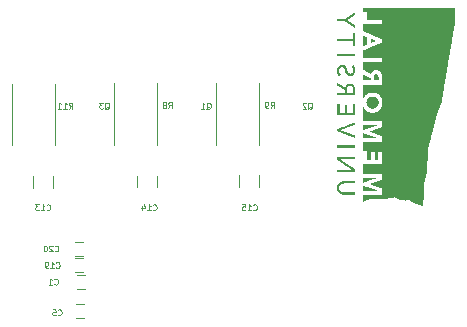
<source format=gbo>
G04 #@! TF.GenerationSoftware,KiCad,Pcbnew,(5.1.4)-1*
G04 #@! TF.CreationDate,2019-08-28T01:11:50-07:00*
G04 #@! TF.ProjectId,ESC Drivetrain V1,45534320-4472-4697-9665-747261696e20,rev?*
G04 #@! TF.SameCoordinates,Original*
G04 #@! TF.FileFunction,Legend,Bot*
G04 #@! TF.FilePolarity,Positive*
%FSLAX46Y46*%
G04 Gerber Fmt 4.6, Leading zero omitted, Abs format (unit mm)*
G04 Created by KiCad (PCBNEW (5.1.4)-1) date 2019-08-28 01:11:50*
%MOMM*%
%LPD*%
G04 APERTURE LIST*
%ADD10C,0.100000*%
%ADD11C,0.120000*%
%ADD12C,0.125000*%
G04 APERTURE END LIST*
D10*
G36*
X149790000Y-104790000D02*
G01*
X149790000Y-103490000D01*
X149810000Y-103490000D01*
X149810000Y-104790000D01*
X149790000Y-104790000D01*
G37*
G36*
X149770000Y-104890000D02*
G01*
X149770000Y-103490000D01*
X149790000Y-103490000D01*
X149790000Y-104890000D01*
X149770000Y-104890000D01*
G37*
G36*
X149750000Y-105010000D02*
G01*
X149750000Y-103490000D01*
X149770000Y-103490000D01*
X149770000Y-105010000D01*
X149750000Y-105010000D01*
G37*
G36*
X149730000Y-105130000D02*
G01*
X149730000Y-103490000D01*
X149750000Y-103490000D01*
X149750000Y-105130000D01*
X149730000Y-105130000D01*
G37*
G36*
X149710000Y-105250000D02*
G01*
X149710000Y-103490000D01*
X149730000Y-103490000D01*
X149730000Y-105250000D01*
X149710000Y-105250000D01*
G37*
G36*
X149690000Y-105370000D02*
G01*
X149690000Y-103490000D01*
X149710000Y-103490000D01*
X149710000Y-105370000D01*
X149690000Y-105370000D01*
G37*
G36*
X149670000Y-105490000D02*
G01*
X149670000Y-103490000D01*
X149690000Y-103490000D01*
X149690000Y-105490000D01*
X149670000Y-105490000D01*
G37*
G36*
X149650000Y-105610000D02*
G01*
X149650000Y-103490000D01*
X149670000Y-103490000D01*
X149670000Y-105610000D01*
X149650000Y-105610000D01*
G37*
G36*
X149630000Y-105730000D02*
G01*
X149630000Y-103490000D01*
X149650000Y-103490000D01*
X149650000Y-105730000D01*
X149630000Y-105730000D01*
G37*
G36*
X149610000Y-105830000D02*
G01*
X149610000Y-103490000D01*
X149630000Y-103490000D01*
X149630000Y-105830000D01*
X149610000Y-105830000D01*
G37*
G36*
X149590000Y-105950000D02*
G01*
X149590000Y-103490000D01*
X149610000Y-103490000D01*
X149610000Y-105950000D01*
X149590000Y-105950000D01*
G37*
G36*
X149570000Y-106070000D02*
G01*
X149570000Y-103490000D01*
X149590000Y-103490000D01*
X149590000Y-106070000D01*
X149570000Y-106070000D01*
G37*
G36*
X149550000Y-106190000D02*
G01*
X149550000Y-103490000D01*
X149570000Y-103490000D01*
X149570000Y-106190000D01*
X149550000Y-106190000D01*
G37*
G36*
X149530000Y-106310000D02*
G01*
X149530000Y-103490000D01*
X149550000Y-103490000D01*
X149550000Y-106310000D01*
X149530000Y-106310000D01*
G37*
G36*
X149510000Y-106430000D02*
G01*
X149510000Y-103490000D01*
X149530000Y-103490000D01*
X149530000Y-106430000D01*
X149510000Y-106430000D01*
G37*
G36*
X149490000Y-106550000D02*
G01*
X149490000Y-103490000D01*
X149510000Y-103490000D01*
X149510000Y-106550000D01*
X149490000Y-106550000D01*
G37*
G36*
X149470000Y-106670000D02*
G01*
X149470000Y-103490000D01*
X149490000Y-103490000D01*
X149490000Y-106670000D01*
X149470000Y-106670000D01*
G37*
G36*
X149450000Y-106770000D02*
G01*
X149450000Y-103490000D01*
X149470000Y-103490000D01*
X149470000Y-106770000D01*
X149450000Y-106770000D01*
G37*
G36*
X149430000Y-106890000D02*
G01*
X149430000Y-103490000D01*
X149450000Y-103490000D01*
X149450000Y-106890000D01*
X149430000Y-106890000D01*
G37*
G36*
X149410000Y-107010000D02*
G01*
X149410000Y-103490000D01*
X149430000Y-103490000D01*
X149430000Y-107010000D01*
X149410000Y-107010000D01*
G37*
G36*
X149390000Y-107130000D02*
G01*
X149390000Y-103490000D01*
X149410000Y-103490000D01*
X149410000Y-107130000D01*
X149390000Y-107130000D01*
G37*
G36*
X149370000Y-107250000D02*
G01*
X149370000Y-103490000D01*
X149390000Y-103490000D01*
X149390000Y-107250000D01*
X149370000Y-107250000D01*
G37*
G36*
X149350000Y-107370000D02*
G01*
X149350000Y-103490000D01*
X149370000Y-103490000D01*
X149370000Y-107370000D01*
X149350000Y-107370000D01*
G37*
G36*
X149330000Y-107490000D02*
G01*
X149330000Y-103490000D01*
X149350000Y-103490000D01*
X149350000Y-107490000D01*
X149330000Y-107490000D01*
G37*
G36*
X149310000Y-107610000D02*
G01*
X149310000Y-103490000D01*
X149330000Y-103490000D01*
X149330000Y-107610000D01*
X149310000Y-107610000D01*
G37*
G36*
X149290000Y-107710000D02*
G01*
X149290000Y-103490000D01*
X149310000Y-103490000D01*
X149310000Y-107710000D01*
X149290000Y-107710000D01*
G37*
G36*
X149270000Y-107830000D02*
G01*
X149270000Y-103490000D01*
X149290000Y-103490000D01*
X149290000Y-107830000D01*
X149270000Y-107830000D01*
G37*
G36*
X149250000Y-107950000D02*
G01*
X149250000Y-103490000D01*
X149270000Y-103490000D01*
X149270000Y-107950000D01*
X149250000Y-107950000D01*
G37*
G36*
X149230000Y-108070000D02*
G01*
X149230000Y-103490000D01*
X149250000Y-103490000D01*
X149250000Y-108070000D01*
X149230000Y-108070000D01*
G37*
G36*
X149210000Y-108190000D02*
G01*
X149210000Y-103490000D01*
X149230000Y-103490000D01*
X149230000Y-108190000D01*
X149210000Y-108190000D01*
G37*
G36*
X149190000Y-108310000D02*
G01*
X149190000Y-103490000D01*
X149210000Y-103490000D01*
X149210000Y-108310000D01*
X149190000Y-108310000D01*
G37*
G36*
X149170000Y-108430000D02*
G01*
X149170000Y-103490000D01*
X149190000Y-103490000D01*
X149190000Y-108430000D01*
X149170000Y-108430000D01*
G37*
G36*
X149150000Y-108550000D02*
G01*
X149150000Y-103490000D01*
X149170000Y-103490000D01*
X149170000Y-108550000D01*
X149150000Y-108550000D01*
G37*
G36*
X149130000Y-108650000D02*
G01*
X149130000Y-103490000D01*
X149150000Y-103490000D01*
X149150000Y-108650000D01*
X149130000Y-108650000D01*
G37*
G36*
X149110000Y-108770000D02*
G01*
X149110000Y-103490000D01*
X149130000Y-103490000D01*
X149130000Y-108770000D01*
X149110000Y-108770000D01*
G37*
G36*
X149090000Y-108890000D02*
G01*
X149090000Y-103490000D01*
X149110000Y-103490000D01*
X149110000Y-108890000D01*
X149090000Y-108890000D01*
G37*
G36*
X149070000Y-109010000D02*
G01*
X149070000Y-103490000D01*
X149090000Y-103490000D01*
X149090000Y-109010000D01*
X149070000Y-109010000D01*
G37*
G36*
X149050000Y-109130000D02*
G01*
X149050000Y-103490000D01*
X149070000Y-103490000D01*
X149070000Y-109130000D01*
X149050000Y-109130000D01*
G37*
G36*
X149030000Y-109250000D02*
G01*
X149030000Y-103490000D01*
X149050000Y-103490000D01*
X149050000Y-109250000D01*
X149030000Y-109250000D01*
G37*
G36*
X149010000Y-109370000D02*
G01*
X149010000Y-103490000D01*
X149030000Y-103490000D01*
X149030000Y-109370000D01*
X149010000Y-109370000D01*
G37*
G36*
X148990000Y-109490000D02*
G01*
X148990000Y-103490000D01*
X149010000Y-103490000D01*
X149010000Y-109490000D01*
X148990000Y-109490000D01*
G37*
G36*
X148970000Y-109590000D02*
G01*
X148970000Y-103490000D01*
X148990000Y-103490000D01*
X148990000Y-109590000D01*
X148970000Y-109590000D01*
G37*
G36*
X148950000Y-109710000D02*
G01*
X148950000Y-103490000D01*
X148970000Y-103490000D01*
X148970000Y-109710000D01*
X148950000Y-109710000D01*
G37*
G36*
X148930000Y-109830000D02*
G01*
X148930000Y-103490000D01*
X148950000Y-103490000D01*
X148950000Y-109830000D01*
X148930000Y-109830000D01*
G37*
G36*
X148910000Y-109950000D02*
G01*
X148910000Y-103490000D01*
X148930000Y-103490000D01*
X148930000Y-109950000D01*
X148910000Y-109950000D01*
G37*
G36*
X148890000Y-110070000D02*
G01*
X148890000Y-103490000D01*
X148910000Y-103490000D01*
X148910000Y-110070000D01*
X148890000Y-110070000D01*
G37*
G36*
X148870000Y-110190000D02*
G01*
X148870000Y-103490000D01*
X148890000Y-103490000D01*
X148890000Y-110190000D01*
X148870000Y-110190000D01*
G37*
G36*
X148850000Y-110310000D02*
G01*
X148850000Y-103490000D01*
X148870000Y-103490000D01*
X148870000Y-110310000D01*
X148850000Y-110310000D01*
G37*
G36*
X148830000Y-110430000D02*
G01*
X148830000Y-103490000D01*
X148850000Y-103490000D01*
X148850000Y-110430000D01*
X148830000Y-110430000D01*
G37*
G36*
X148810000Y-110550000D02*
G01*
X148810000Y-103490000D01*
X148830000Y-103490000D01*
X148830000Y-110550000D01*
X148810000Y-110550000D01*
G37*
G36*
X148790000Y-110690000D02*
G01*
X148790000Y-103490000D01*
X148810000Y-103490000D01*
X148810000Y-110690000D01*
X148790000Y-110690000D01*
G37*
G36*
X148770000Y-110830000D02*
G01*
X148770000Y-103490000D01*
X148790000Y-103490000D01*
X148790000Y-110830000D01*
X148770000Y-110830000D01*
G37*
G36*
X148750000Y-110950000D02*
G01*
X148750000Y-103490000D01*
X148770000Y-103490000D01*
X148770000Y-110950000D01*
X148750000Y-110950000D01*
G37*
G36*
X148730000Y-111090000D02*
G01*
X148730000Y-103490000D01*
X148750000Y-103490000D01*
X148750000Y-111090000D01*
X148730000Y-111090000D01*
G37*
G36*
X148710000Y-111230000D02*
G01*
X148710000Y-103490000D01*
X148730000Y-103490000D01*
X148730000Y-111230000D01*
X148710000Y-111230000D01*
G37*
G36*
X148690000Y-111370000D02*
G01*
X148690000Y-103490000D01*
X148710000Y-103490000D01*
X148710000Y-111370000D01*
X148690000Y-111370000D01*
G37*
G36*
X148670000Y-111510000D02*
G01*
X148670000Y-103490000D01*
X148690000Y-103490000D01*
X148690000Y-111510000D01*
X148670000Y-111510000D01*
G37*
G36*
X148650000Y-111550000D02*
G01*
X148650000Y-103490000D01*
X148670000Y-103490000D01*
X148670000Y-111550000D01*
X148650000Y-111550000D01*
G37*
G36*
X148630000Y-111590000D02*
G01*
X148630000Y-103490000D01*
X148650000Y-103490000D01*
X148650000Y-111590000D01*
X148630000Y-111590000D01*
G37*
G36*
X148610000Y-111630000D02*
G01*
X148610000Y-103490000D01*
X148630000Y-103490000D01*
X148630000Y-111630000D01*
X148610000Y-111630000D01*
G37*
G36*
X148590000Y-111670000D02*
G01*
X148590000Y-103490000D01*
X148610000Y-103490000D01*
X148610000Y-111670000D01*
X148590000Y-111670000D01*
G37*
G36*
X148570000Y-111710000D02*
G01*
X148570000Y-103490000D01*
X148590000Y-103490000D01*
X148590000Y-111710000D01*
X148570000Y-111710000D01*
G37*
G36*
X148550000Y-111750000D02*
G01*
X148550000Y-103490000D01*
X148570000Y-103490000D01*
X148570000Y-111750000D01*
X148550000Y-111750000D01*
G37*
G36*
X148530000Y-111790000D02*
G01*
X148530000Y-103490000D01*
X148550000Y-103490000D01*
X148550000Y-111790000D01*
X148530000Y-111790000D01*
G37*
G36*
X148510000Y-111850000D02*
G01*
X148510000Y-103490000D01*
X148530000Y-103490000D01*
X148530000Y-111850000D01*
X148510000Y-111850000D01*
G37*
G36*
X148490000Y-111910000D02*
G01*
X148490000Y-103490000D01*
X148510000Y-103490000D01*
X148510000Y-111910000D01*
X148490000Y-111910000D01*
G37*
G36*
X148470000Y-111970000D02*
G01*
X148470000Y-103490000D01*
X148490000Y-103490000D01*
X148490000Y-111970000D01*
X148470000Y-111970000D01*
G37*
G36*
X148450000Y-112010000D02*
G01*
X148450000Y-103490000D01*
X148470000Y-103490000D01*
X148470000Y-112010000D01*
X148450000Y-112010000D01*
G37*
G36*
X148430000Y-112070000D02*
G01*
X148430000Y-103490000D01*
X148450000Y-103490000D01*
X148450000Y-112070000D01*
X148430000Y-112070000D01*
G37*
G36*
X148410000Y-112130000D02*
G01*
X148410000Y-103490000D01*
X148430000Y-103490000D01*
X148430000Y-112130000D01*
X148410000Y-112130000D01*
G37*
G36*
X148390000Y-112190000D02*
G01*
X148390000Y-103490000D01*
X148410000Y-103490000D01*
X148410000Y-112190000D01*
X148390000Y-112190000D01*
G37*
G36*
X148370000Y-112230000D02*
G01*
X148370000Y-103490000D01*
X148390000Y-103490000D01*
X148390000Y-112230000D01*
X148370000Y-112230000D01*
G37*
G36*
X148350000Y-112290000D02*
G01*
X148350000Y-103490000D01*
X148370000Y-103490000D01*
X148370000Y-112290000D01*
X148350000Y-112290000D01*
G37*
G36*
X148330000Y-112350000D02*
G01*
X148330000Y-103490000D01*
X148350000Y-103490000D01*
X148350000Y-112350000D01*
X148330000Y-112350000D01*
G37*
G36*
X148310000Y-112390000D02*
G01*
X148310000Y-103490000D01*
X148330000Y-103490000D01*
X148330000Y-112390000D01*
X148310000Y-112390000D01*
G37*
G36*
X148290000Y-112450000D02*
G01*
X148290000Y-103490000D01*
X148310000Y-103490000D01*
X148310000Y-112450000D01*
X148290000Y-112450000D01*
G37*
G36*
X148270000Y-112510000D02*
G01*
X148270000Y-103490000D01*
X148290000Y-103490000D01*
X148290000Y-112510000D01*
X148270000Y-112510000D01*
G37*
G36*
X148250000Y-112590000D02*
G01*
X148250000Y-103490000D01*
X148270000Y-103490000D01*
X148270000Y-112590000D01*
X148250000Y-112590000D01*
G37*
G36*
X148230000Y-112650000D02*
G01*
X148230000Y-103490000D01*
X148250000Y-103490000D01*
X148250000Y-112650000D01*
X148230000Y-112650000D01*
G37*
G36*
X148210000Y-112730000D02*
G01*
X148210000Y-103490000D01*
X148230000Y-103490000D01*
X148230000Y-112730000D01*
X148210000Y-112730000D01*
G37*
G36*
X148190000Y-112810000D02*
G01*
X148190000Y-103490000D01*
X148210000Y-103490000D01*
X148210000Y-112810000D01*
X148190000Y-112810000D01*
G37*
G36*
X148170000Y-112890000D02*
G01*
X148170000Y-103490000D01*
X148190000Y-103490000D01*
X148190000Y-112890000D01*
X148170000Y-112890000D01*
G37*
G36*
X148150000Y-112970000D02*
G01*
X148150000Y-103490000D01*
X148170000Y-103490000D01*
X148170000Y-112970000D01*
X148150000Y-112970000D01*
G37*
G36*
X148130000Y-113050000D02*
G01*
X148130000Y-103490000D01*
X148150000Y-103490000D01*
X148150000Y-113050000D01*
X148130000Y-113050000D01*
G37*
G36*
X148110000Y-113130000D02*
G01*
X148110000Y-103490000D01*
X148130000Y-103490000D01*
X148130000Y-113130000D01*
X148110000Y-113130000D01*
G37*
G36*
X148090000Y-113190000D02*
G01*
X148090000Y-103490000D01*
X148110000Y-103490000D01*
X148110000Y-113190000D01*
X148090000Y-113190000D01*
G37*
G36*
X148070000Y-113270000D02*
G01*
X148070000Y-103490000D01*
X148090000Y-103490000D01*
X148090000Y-113270000D01*
X148070000Y-113270000D01*
G37*
G36*
X148050000Y-113350000D02*
G01*
X148050000Y-103490000D01*
X148070000Y-103490000D01*
X148070000Y-113350000D01*
X148050000Y-113350000D01*
G37*
G36*
X148030000Y-113430000D02*
G01*
X148030000Y-103490000D01*
X148050000Y-103490000D01*
X148050000Y-113430000D01*
X148030000Y-113430000D01*
G37*
G36*
X148010000Y-113510000D02*
G01*
X148010000Y-103490000D01*
X148030000Y-103490000D01*
X148030000Y-113510000D01*
X148010000Y-113510000D01*
G37*
G36*
X147990000Y-113590000D02*
G01*
X147990000Y-103490000D01*
X148010000Y-103490000D01*
X148010000Y-113590000D01*
X147990000Y-113590000D01*
G37*
G36*
X147970000Y-113670000D02*
G01*
X147970000Y-103490000D01*
X147990000Y-103490000D01*
X147990000Y-113670000D01*
X147970000Y-113670000D01*
G37*
G36*
X147950000Y-113730000D02*
G01*
X147950000Y-103490000D01*
X147970000Y-103490000D01*
X147970000Y-113730000D01*
X147950000Y-113730000D01*
G37*
G36*
X147930000Y-113810000D02*
G01*
X147930000Y-103490000D01*
X147950000Y-103490000D01*
X147950000Y-113810000D01*
X147930000Y-113810000D01*
G37*
G36*
X147910000Y-113890000D02*
G01*
X147910000Y-103490000D01*
X147930000Y-103490000D01*
X147930000Y-113890000D01*
X147910000Y-113890000D01*
G37*
G36*
X147890000Y-113970000D02*
G01*
X147890000Y-103490000D01*
X147910000Y-103490000D01*
X147910000Y-113970000D01*
X147890000Y-113970000D01*
G37*
G36*
X147870000Y-114050000D02*
G01*
X147870000Y-103490000D01*
X147890000Y-103490000D01*
X147890000Y-114050000D01*
X147870000Y-114050000D01*
G37*
G36*
X147850000Y-114130000D02*
G01*
X147850000Y-103490000D01*
X147870000Y-103490000D01*
X147870000Y-114130000D01*
X147850000Y-114130000D01*
G37*
G36*
X147830000Y-114190000D02*
G01*
X147830000Y-103490000D01*
X147850000Y-103490000D01*
X147850000Y-114190000D01*
X147830000Y-114190000D01*
G37*
G36*
X147810000Y-114270000D02*
G01*
X147810000Y-103490000D01*
X147830000Y-103490000D01*
X147830000Y-114270000D01*
X147810000Y-114270000D01*
G37*
G36*
X147790000Y-114350000D02*
G01*
X147790000Y-103490000D01*
X147810000Y-103490000D01*
X147810000Y-114350000D01*
X147790000Y-114350000D01*
G37*
G36*
X147770000Y-114430000D02*
G01*
X147770000Y-103490000D01*
X147790000Y-103490000D01*
X147790000Y-114430000D01*
X147770000Y-114430000D01*
G37*
G36*
X147750000Y-114510000D02*
G01*
X147750000Y-103490000D01*
X147770000Y-103490000D01*
X147770000Y-114510000D01*
X147750000Y-114510000D01*
G37*
G36*
X147730000Y-114590000D02*
G01*
X147730000Y-103490000D01*
X147750000Y-103490000D01*
X147750000Y-114590000D01*
X147730000Y-114590000D01*
G37*
G36*
X147710000Y-114650000D02*
G01*
X147710000Y-103490000D01*
X147730000Y-103490000D01*
X147730000Y-114650000D01*
X147710000Y-114650000D01*
G37*
G36*
X147690000Y-114730000D02*
G01*
X147690000Y-103490000D01*
X147710000Y-103490000D01*
X147710000Y-114730000D01*
X147690000Y-114730000D01*
G37*
G36*
X147670000Y-114810000D02*
G01*
X147670000Y-103490000D01*
X147690000Y-103490000D01*
X147690000Y-114810000D01*
X147670000Y-114810000D01*
G37*
G36*
X147650000Y-114890000D02*
G01*
X147650000Y-103490000D01*
X147670000Y-103490000D01*
X147670000Y-114890000D01*
X147650000Y-114890000D01*
G37*
G36*
X147630000Y-114970000D02*
G01*
X147630000Y-103490000D01*
X147650000Y-103490000D01*
X147650000Y-114970000D01*
X147630000Y-114970000D01*
G37*
G36*
X147610000Y-115030000D02*
G01*
X147610000Y-103490000D01*
X147630000Y-103490000D01*
X147630000Y-115030000D01*
X147610000Y-115030000D01*
G37*
G36*
X147590000Y-115110000D02*
G01*
X147590000Y-103490000D01*
X147610000Y-103490000D01*
X147610000Y-115110000D01*
X147590000Y-115110000D01*
G37*
G36*
X147570000Y-115190000D02*
G01*
X147570000Y-103490000D01*
X147590000Y-103490000D01*
X147590000Y-115190000D01*
X147570000Y-115190000D01*
G37*
G36*
X147550000Y-115270000D02*
G01*
X147550000Y-103490000D01*
X147570000Y-103490000D01*
X147570000Y-115270000D01*
X147550000Y-115270000D01*
G37*
G36*
X147530000Y-115350000D02*
G01*
X147530000Y-103490000D01*
X147550000Y-103490000D01*
X147550000Y-115350000D01*
X147530000Y-115350000D01*
G37*
G36*
X147510000Y-115430000D02*
G01*
X147510000Y-103490000D01*
X147530000Y-103490000D01*
X147530000Y-115430000D01*
X147510000Y-115430000D01*
G37*
G36*
X147490000Y-115490000D02*
G01*
X147490000Y-103490000D01*
X147510000Y-103490000D01*
X147510000Y-115490000D01*
X147490000Y-115490000D01*
G37*
G36*
X147470000Y-116430000D02*
G01*
X147470000Y-103490000D01*
X147490000Y-103490000D01*
X147490000Y-116430000D01*
X147470000Y-116430000D01*
G37*
G36*
X147450000Y-116690000D02*
G01*
X147450000Y-103490000D01*
X147470000Y-103490000D01*
X147470000Y-116690000D01*
X147450000Y-116690000D01*
G37*
G36*
X147430000Y-116930000D02*
G01*
X147430000Y-103490000D01*
X147450000Y-103490000D01*
X147450000Y-116930000D01*
X147430000Y-116930000D01*
G37*
G36*
X147410000Y-117190000D02*
G01*
X147410000Y-103490000D01*
X147430000Y-103490000D01*
X147430000Y-117190000D01*
X147410000Y-117190000D01*
G37*
G36*
X147390000Y-117430000D02*
G01*
X147390000Y-103490000D01*
X147410000Y-103490000D01*
X147410000Y-117430000D01*
X147390000Y-117430000D01*
G37*
G36*
X147370000Y-117530000D02*
G01*
X147370000Y-103490000D01*
X147390000Y-103490000D01*
X147390000Y-117530000D01*
X147370000Y-117530000D01*
G37*
G36*
X147350000Y-117630000D02*
G01*
X147350000Y-103490000D01*
X147370000Y-103490000D01*
X147370000Y-117630000D01*
X147350000Y-117630000D01*
G37*
G36*
X147330000Y-117710000D02*
G01*
X147330000Y-103490000D01*
X147350000Y-103490000D01*
X147350000Y-117710000D01*
X147330000Y-117710000D01*
G37*
G36*
X147310000Y-117790000D02*
G01*
X147310000Y-103490000D01*
X147330000Y-103490000D01*
X147330000Y-117790000D01*
X147310000Y-117790000D01*
G37*
G36*
X147290000Y-117870000D02*
G01*
X147290000Y-103490000D01*
X147310000Y-103490000D01*
X147310000Y-117870000D01*
X147290000Y-117870000D01*
G37*
G36*
X147270000Y-117950000D02*
G01*
X147270000Y-103490000D01*
X147290000Y-103490000D01*
X147290000Y-117950000D01*
X147270000Y-117950000D01*
G37*
G36*
X147250000Y-118030000D02*
G01*
X147250000Y-103490000D01*
X147270000Y-103490000D01*
X147270000Y-118030000D01*
X147250000Y-118030000D01*
G37*
G36*
X147230000Y-118130000D02*
G01*
X147230000Y-103490000D01*
X147250000Y-103490000D01*
X147250000Y-118130000D01*
X147230000Y-118130000D01*
G37*
G36*
X147210000Y-118250000D02*
G01*
X147210000Y-103490000D01*
X147230000Y-103490000D01*
X147230000Y-118250000D01*
X147210000Y-118250000D01*
G37*
G36*
X147190000Y-118350000D02*
G01*
X147190000Y-103490000D01*
X147210000Y-103490000D01*
X147210000Y-118350000D01*
X147190000Y-118350000D01*
G37*
G36*
X147170000Y-118470000D02*
G01*
X147170000Y-103490000D01*
X147190000Y-103490000D01*
X147190000Y-118470000D01*
X147170000Y-118470000D01*
G37*
G36*
X147150000Y-118590000D02*
G01*
X147150000Y-103490000D01*
X147170000Y-103490000D01*
X147170000Y-118590000D01*
X147150000Y-118590000D01*
G37*
G36*
X147150000Y-119650000D02*
G01*
X147150000Y-119350000D01*
X147170000Y-119350000D01*
X147170000Y-119650000D01*
X147150000Y-119650000D01*
G37*
G36*
X147130000Y-119790000D02*
G01*
X147130000Y-103490000D01*
X147150000Y-103490000D01*
X147150000Y-119790000D01*
X147130000Y-119790000D01*
G37*
G36*
X147110000Y-119930000D02*
G01*
X147110000Y-103490000D01*
X147130000Y-103490000D01*
X147130000Y-119930000D01*
X147110000Y-119930000D01*
G37*
G36*
X147090000Y-120090000D02*
G01*
X147090000Y-103490000D01*
X147110000Y-103490000D01*
X147110000Y-120090000D01*
X147090000Y-120090000D01*
G37*
G36*
X147070000Y-120230000D02*
G01*
X147070000Y-103490000D01*
X147090000Y-103490000D01*
X147090000Y-120230000D01*
X147070000Y-120230000D01*
G37*
G36*
X147050000Y-120290000D02*
G01*
X147050000Y-103490000D01*
X147070000Y-103490000D01*
X147070000Y-120290000D01*
X147050000Y-120290000D01*
G37*
G36*
X147030000Y-120290000D02*
G01*
X147030000Y-103490000D01*
X147050000Y-103490000D01*
X147050000Y-120290000D01*
X147030000Y-120290000D01*
G37*
G36*
X147010000Y-120290000D02*
G01*
X147010000Y-103490000D01*
X147030000Y-103490000D01*
X147030000Y-120290000D01*
X147010000Y-120290000D01*
G37*
G36*
X146990000Y-120270000D02*
G01*
X146990000Y-103490000D01*
X147010000Y-103490000D01*
X147010000Y-120270000D01*
X146990000Y-120270000D01*
G37*
G36*
X146970000Y-120270000D02*
G01*
X146970000Y-103490000D01*
X146990000Y-103490000D01*
X146990000Y-120270000D01*
X146970000Y-120270000D01*
G37*
G36*
X146950000Y-120270000D02*
G01*
X146950000Y-103490000D01*
X146970000Y-103490000D01*
X146970000Y-120270000D01*
X146950000Y-120270000D01*
G37*
G36*
X146930000Y-120250000D02*
G01*
X146930000Y-103490000D01*
X146950000Y-103490000D01*
X146950000Y-120250000D01*
X146930000Y-120250000D01*
G37*
G36*
X146910000Y-120250000D02*
G01*
X146910000Y-103490000D01*
X146930000Y-103490000D01*
X146930000Y-120250000D01*
X146910000Y-120250000D01*
G37*
G36*
X146890000Y-120250000D02*
G01*
X146890000Y-103490000D01*
X146910000Y-103490000D01*
X146910000Y-120250000D01*
X146890000Y-120250000D01*
G37*
G36*
X146870000Y-120230000D02*
G01*
X146870000Y-103490000D01*
X146890000Y-103490000D01*
X146890000Y-120230000D01*
X146870000Y-120230000D01*
G37*
G36*
X146850000Y-120230000D02*
G01*
X146850000Y-103490000D01*
X146870000Y-103490000D01*
X146870000Y-120230000D01*
X146850000Y-120230000D01*
G37*
G36*
X146830000Y-120230000D02*
G01*
X146830000Y-103490000D01*
X146850000Y-103490000D01*
X146850000Y-120230000D01*
X146830000Y-120230000D01*
G37*
G36*
X146810000Y-120210000D02*
G01*
X146810000Y-103490000D01*
X146830000Y-103490000D01*
X146830000Y-120210000D01*
X146810000Y-120210000D01*
G37*
G36*
X146790000Y-120210000D02*
G01*
X146790000Y-103490000D01*
X146810000Y-103490000D01*
X146810000Y-120210000D01*
X146790000Y-120210000D01*
G37*
G36*
X146770000Y-120190000D02*
G01*
X146770000Y-103490000D01*
X146790000Y-103490000D01*
X146790000Y-120190000D01*
X146770000Y-120190000D01*
G37*
G36*
X146750000Y-120190000D02*
G01*
X146750000Y-103490000D01*
X146770000Y-103490000D01*
X146770000Y-120190000D01*
X146750000Y-120190000D01*
G37*
G36*
X146730000Y-120190000D02*
G01*
X146730000Y-103490000D01*
X146750000Y-103490000D01*
X146750000Y-120190000D01*
X146730000Y-120190000D01*
G37*
G36*
X146710000Y-120170000D02*
G01*
X146710000Y-103490000D01*
X146730000Y-103490000D01*
X146730000Y-120170000D01*
X146710000Y-120170000D01*
G37*
G36*
X146690000Y-120170000D02*
G01*
X146690000Y-103490000D01*
X146710000Y-103490000D01*
X146710000Y-120170000D01*
X146690000Y-120170000D01*
G37*
G36*
X146670000Y-120150000D02*
G01*
X146670000Y-103490000D01*
X146690000Y-103490000D01*
X146690000Y-120150000D01*
X146670000Y-120150000D01*
G37*
G36*
X146650000Y-120150000D02*
G01*
X146650000Y-103490000D01*
X146670000Y-103490000D01*
X146670000Y-120150000D01*
X146650000Y-120150000D01*
G37*
G36*
X146630000Y-120130000D02*
G01*
X146630000Y-103490000D01*
X146650000Y-103490000D01*
X146650000Y-120130000D01*
X146630000Y-120130000D01*
G37*
G36*
X146610000Y-120130000D02*
G01*
X146610000Y-103490000D01*
X146630000Y-103490000D01*
X146630000Y-120130000D01*
X146610000Y-120130000D01*
G37*
G36*
X146590000Y-120130000D02*
G01*
X146590000Y-103490000D01*
X146610000Y-103490000D01*
X146610000Y-120130000D01*
X146590000Y-120130000D01*
G37*
G36*
X146570000Y-120110000D02*
G01*
X146570000Y-103490000D01*
X146590000Y-103490000D01*
X146590000Y-120110000D01*
X146570000Y-120110000D01*
G37*
G36*
X146550000Y-120110000D02*
G01*
X146550000Y-103490000D01*
X146570000Y-103490000D01*
X146570000Y-120110000D01*
X146550000Y-120110000D01*
G37*
G36*
X146530000Y-120090000D02*
G01*
X146530000Y-103490000D01*
X146550000Y-103490000D01*
X146550000Y-120090000D01*
X146530000Y-120090000D01*
G37*
G36*
X146510000Y-120090000D02*
G01*
X146510000Y-103490000D01*
X146530000Y-103490000D01*
X146530000Y-120090000D01*
X146510000Y-120090000D01*
G37*
G36*
X146490000Y-120090000D02*
G01*
X146490000Y-103490000D01*
X146510000Y-103490000D01*
X146510000Y-120090000D01*
X146490000Y-120090000D01*
G37*
G36*
X146470000Y-120070000D02*
G01*
X146470000Y-103490000D01*
X146490000Y-103490000D01*
X146490000Y-120070000D01*
X146470000Y-120070000D01*
G37*
G36*
X146450000Y-120070000D02*
G01*
X146450000Y-103490000D01*
X146470000Y-103490000D01*
X146470000Y-120070000D01*
X146450000Y-120070000D01*
G37*
G36*
X146430000Y-120050000D02*
G01*
X146430000Y-103490000D01*
X146450000Y-103490000D01*
X146450000Y-120050000D01*
X146430000Y-120050000D01*
G37*
G36*
X146410000Y-120050000D02*
G01*
X146410000Y-103490000D01*
X146430000Y-103490000D01*
X146430000Y-120050000D01*
X146410000Y-120050000D01*
G37*
G36*
X146390000Y-120030000D02*
G01*
X146390000Y-103490000D01*
X146410000Y-103490000D01*
X146410000Y-120030000D01*
X146390000Y-120030000D01*
G37*
G36*
X146370000Y-120030000D02*
G01*
X146370000Y-103490000D01*
X146390000Y-103490000D01*
X146390000Y-120030000D01*
X146370000Y-120030000D01*
G37*
G36*
X146350000Y-120030000D02*
G01*
X146350000Y-103490000D01*
X146370000Y-103490000D01*
X146370000Y-120030000D01*
X146350000Y-120030000D01*
G37*
G36*
X146330000Y-120010000D02*
G01*
X146330000Y-103490000D01*
X146350000Y-103490000D01*
X146350000Y-120010000D01*
X146330000Y-120010000D01*
G37*
G36*
X146310000Y-120010000D02*
G01*
X146310000Y-103490000D01*
X146330000Y-103490000D01*
X146330000Y-120010000D01*
X146310000Y-120010000D01*
G37*
G36*
X146290000Y-119990000D02*
G01*
X146290000Y-103490000D01*
X146310000Y-103490000D01*
X146310000Y-119990000D01*
X146290000Y-119990000D01*
G37*
G36*
X146270000Y-119990000D02*
G01*
X146270000Y-103490000D01*
X146290000Y-103490000D01*
X146290000Y-119990000D01*
X146270000Y-119990000D01*
G37*
G36*
X146250000Y-119990000D02*
G01*
X146250000Y-103490000D01*
X146270000Y-103490000D01*
X146270000Y-119990000D01*
X146250000Y-119990000D01*
G37*
G36*
X146230000Y-119970000D02*
G01*
X146230000Y-103490000D01*
X146250000Y-103490000D01*
X146250000Y-119970000D01*
X146230000Y-119970000D01*
G37*
G36*
X146210000Y-119970000D02*
G01*
X146210000Y-103490000D01*
X146230000Y-103490000D01*
X146230000Y-119970000D01*
X146210000Y-119970000D01*
G37*
G36*
X146190000Y-119950000D02*
G01*
X146190000Y-103490000D01*
X146210000Y-103490000D01*
X146210000Y-119950000D01*
X146190000Y-119950000D01*
G37*
G36*
X146170000Y-119950000D02*
G01*
X146170000Y-103490000D01*
X146190000Y-103490000D01*
X146190000Y-119950000D01*
X146170000Y-119950000D01*
G37*
G36*
X146150000Y-119930000D02*
G01*
X146150000Y-103490000D01*
X146170000Y-103490000D01*
X146170000Y-119930000D01*
X146150000Y-119930000D01*
G37*
G36*
X146130000Y-119930000D02*
G01*
X146130000Y-103490000D01*
X146150000Y-103490000D01*
X146150000Y-119930000D01*
X146130000Y-119930000D01*
G37*
G36*
X146110000Y-119930000D02*
G01*
X146110000Y-103490000D01*
X146130000Y-103490000D01*
X146130000Y-119930000D01*
X146110000Y-119930000D01*
G37*
G36*
X146090000Y-119910000D02*
G01*
X146090000Y-103490000D01*
X146110000Y-103490000D01*
X146110000Y-119910000D01*
X146090000Y-119910000D01*
G37*
G36*
X146070000Y-119910000D02*
G01*
X146070000Y-103490000D01*
X146090000Y-103490000D01*
X146090000Y-119910000D01*
X146070000Y-119910000D01*
G37*
G36*
X146050000Y-119890000D02*
G01*
X146050000Y-103490000D01*
X146070000Y-103490000D01*
X146070000Y-119890000D01*
X146050000Y-119890000D01*
G37*
G36*
X146030000Y-119870000D02*
G01*
X146030000Y-103490000D01*
X146050000Y-103490000D01*
X146050000Y-119870000D01*
X146030000Y-119870000D01*
G37*
G36*
X146010000Y-119850000D02*
G01*
X146010000Y-103490000D01*
X146030000Y-103490000D01*
X146030000Y-119850000D01*
X146010000Y-119850000D01*
G37*
G36*
X145990000Y-119830000D02*
G01*
X145990000Y-103490000D01*
X146010000Y-103490000D01*
X146010000Y-119830000D01*
X145990000Y-119830000D01*
G37*
G36*
X145970000Y-119810000D02*
G01*
X145970000Y-103490000D01*
X145990000Y-103490000D01*
X145990000Y-119810000D01*
X145970000Y-119810000D01*
G37*
G36*
X145950000Y-119790000D02*
G01*
X145950000Y-103490000D01*
X145970000Y-103490000D01*
X145970000Y-119790000D01*
X145950000Y-119790000D01*
G37*
G36*
X145930000Y-119750000D02*
G01*
X145930000Y-103490000D01*
X145950000Y-103490000D01*
X145950000Y-119750000D01*
X145930000Y-119750000D01*
G37*
G36*
X145910000Y-119730000D02*
G01*
X145910000Y-103490000D01*
X145930000Y-103490000D01*
X145930000Y-119730000D01*
X145910000Y-119730000D01*
G37*
G36*
X145890000Y-119710000D02*
G01*
X145890000Y-103490000D01*
X145910000Y-103490000D01*
X145910000Y-119710000D01*
X145890000Y-119710000D01*
G37*
G36*
X145870000Y-119710000D02*
G01*
X145870000Y-103490000D01*
X145890000Y-103490000D01*
X145890000Y-119710000D01*
X145870000Y-119710000D01*
G37*
G36*
X145850000Y-119730000D02*
G01*
X145850000Y-103490000D01*
X145870000Y-103490000D01*
X145870000Y-119730000D01*
X145850000Y-119730000D01*
G37*
G36*
X145830000Y-119730000D02*
G01*
X145830000Y-103490000D01*
X145850000Y-103490000D01*
X145850000Y-119730000D01*
X145830000Y-119730000D01*
G37*
G36*
X145810000Y-119750000D02*
G01*
X145810000Y-103490000D01*
X145830000Y-103490000D01*
X145830000Y-119750000D01*
X145810000Y-119750000D01*
G37*
G36*
X145790000Y-119750000D02*
G01*
X145790000Y-103490000D01*
X145810000Y-103490000D01*
X145810000Y-119750000D01*
X145790000Y-119750000D01*
G37*
G36*
X145770000Y-119770000D02*
G01*
X145770000Y-103490000D01*
X145790000Y-103490000D01*
X145790000Y-119770000D01*
X145770000Y-119770000D01*
G37*
G36*
X145750000Y-119770000D02*
G01*
X145750000Y-103490000D01*
X145770000Y-103490000D01*
X145770000Y-119770000D01*
X145750000Y-119770000D01*
G37*
G36*
X145730000Y-119770000D02*
G01*
X145730000Y-103490000D01*
X145750000Y-103490000D01*
X145750000Y-119770000D01*
X145730000Y-119770000D01*
G37*
G36*
X145710000Y-119790000D02*
G01*
X145710000Y-103490000D01*
X145730000Y-103490000D01*
X145730000Y-119790000D01*
X145710000Y-119790000D01*
G37*
G36*
X145690000Y-119790000D02*
G01*
X145690000Y-103490000D01*
X145710000Y-103490000D01*
X145710000Y-119790000D01*
X145690000Y-119790000D01*
G37*
G36*
X145670000Y-119810000D02*
G01*
X145670000Y-103490000D01*
X145690000Y-103490000D01*
X145690000Y-119810000D01*
X145670000Y-119810000D01*
G37*
G36*
X145650000Y-119810000D02*
G01*
X145650000Y-103490000D01*
X145670000Y-103490000D01*
X145670000Y-119810000D01*
X145650000Y-119810000D01*
G37*
G36*
X145630000Y-119830000D02*
G01*
X145630000Y-103490000D01*
X145650000Y-103490000D01*
X145650000Y-119830000D01*
X145630000Y-119830000D01*
G37*
G36*
X145610000Y-119830000D02*
G01*
X145610000Y-103490000D01*
X145630000Y-103490000D01*
X145630000Y-119830000D01*
X145610000Y-119830000D01*
G37*
G36*
X145590000Y-119830000D02*
G01*
X145590000Y-103490000D01*
X145610000Y-103490000D01*
X145610000Y-119830000D01*
X145590000Y-119830000D01*
G37*
G36*
X145570000Y-119810000D02*
G01*
X145570000Y-103490000D01*
X145590000Y-103490000D01*
X145590000Y-119810000D01*
X145570000Y-119810000D01*
G37*
G36*
X145550000Y-119810000D02*
G01*
X145550000Y-103490000D01*
X145570000Y-103490000D01*
X145570000Y-119810000D01*
X145550000Y-119810000D01*
G37*
G36*
X145530000Y-119810000D02*
G01*
X145530000Y-103490000D01*
X145550000Y-103490000D01*
X145550000Y-119810000D01*
X145530000Y-119810000D01*
G37*
G36*
X145510000Y-119810000D02*
G01*
X145510000Y-103490000D01*
X145530000Y-103490000D01*
X145530000Y-119810000D01*
X145510000Y-119810000D01*
G37*
G36*
X145490000Y-119810000D02*
G01*
X145490000Y-103490000D01*
X145510000Y-103490000D01*
X145510000Y-119810000D01*
X145490000Y-119810000D01*
G37*
G36*
X145470000Y-119810000D02*
G01*
X145470000Y-103490000D01*
X145490000Y-103490000D01*
X145490000Y-119810000D01*
X145470000Y-119810000D01*
G37*
G36*
X145450000Y-119790000D02*
G01*
X145450000Y-103490000D01*
X145470000Y-103490000D01*
X145470000Y-119790000D01*
X145450000Y-119790000D01*
G37*
G36*
X145430000Y-119790000D02*
G01*
X145430000Y-103490000D01*
X145450000Y-103490000D01*
X145450000Y-119790000D01*
X145430000Y-119790000D01*
G37*
G36*
X145410000Y-119790000D02*
G01*
X145410000Y-103490000D01*
X145430000Y-103490000D01*
X145430000Y-119790000D01*
X145410000Y-119790000D01*
G37*
G36*
X145390000Y-119790000D02*
G01*
X145390000Y-103490000D01*
X145410000Y-103490000D01*
X145410000Y-119790000D01*
X145390000Y-119790000D01*
G37*
G36*
X145370000Y-119790000D02*
G01*
X145370000Y-103490000D01*
X145390000Y-103490000D01*
X145390000Y-119790000D01*
X145370000Y-119790000D01*
G37*
G36*
X145350000Y-119790000D02*
G01*
X145350000Y-103490000D01*
X145370000Y-103490000D01*
X145370000Y-119790000D01*
X145350000Y-119790000D01*
G37*
G36*
X145330000Y-119790000D02*
G01*
X145330000Y-103490000D01*
X145350000Y-103490000D01*
X145350000Y-119790000D01*
X145330000Y-119790000D01*
G37*
G36*
X145310000Y-119770000D02*
G01*
X145310000Y-103490000D01*
X145330000Y-103490000D01*
X145330000Y-119770000D01*
X145310000Y-119770000D01*
G37*
G36*
X145290000Y-119770000D02*
G01*
X145290000Y-103490000D01*
X145310000Y-103490000D01*
X145310000Y-119770000D01*
X145290000Y-119770000D01*
G37*
G36*
X145270000Y-119770000D02*
G01*
X145270000Y-103490000D01*
X145290000Y-103490000D01*
X145290000Y-119770000D01*
X145270000Y-119770000D01*
G37*
G36*
X145250000Y-119770000D02*
G01*
X145250000Y-103490000D01*
X145270000Y-103490000D01*
X145270000Y-119770000D01*
X145250000Y-119770000D01*
G37*
G36*
X145230000Y-119770000D02*
G01*
X145230000Y-103490000D01*
X145250000Y-103490000D01*
X145250000Y-119770000D01*
X145230000Y-119770000D01*
G37*
G36*
X145210000Y-119770000D02*
G01*
X145210000Y-103490000D01*
X145230000Y-103490000D01*
X145230000Y-119770000D01*
X145210000Y-119770000D01*
G37*
G36*
X145190000Y-119750000D02*
G01*
X145190000Y-103490000D01*
X145210000Y-103490000D01*
X145210000Y-119750000D01*
X145190000Y-119750000D01*
G37*
G36*
X145170000Y-119750000D02*
G01*
X145170000Y-103490000D01*
X145190000Y-103490000D01*
X145190000Y-119750000D01*
X145170000Y-119750000D01*
G37*
G36*
X145150000Y-119750000D02*
G01*
X145150000Y-103490000D01*
X145170000Y-103490000D01*
X145170000Y-119750000D01*
X145150000Y-119750000D01*
G37*
G36*
X145130000Y-119750000D02*
G01*
X145130000Y-103490000D01*
X145150000Y-103490000D01*
X145150000Y-119750000D01*
X145130000Y-119750000D01*
G37*
G36*
X145110000Y-119750000D02*
G01*
X145110000Y-103490000D01*
X145130000Y-103490000D01*
X145130000Y-119750000D01*
X145110000Y-119750000D01*
G37*
G36*
X145090000Y-119730000D02*
G01*
X145090000Y-103490000D01*
X145110000Y-103490000D01*
X145110000Y-119730000D01*
X145090000Y-119730000D01*
G37*
G36*
X145070000Y-119730000D02*
G01*
X145070000Y-103490000D01*
X145090000Y-103490000D01*
X145090000Y-119730000D01*
X145070000Y-119730000D01*
G37*
G36*
X145050000Y-119710000D02*
G01*
X145050000Y-103490000D01*
X145070000Y-103490000D01*
X145070000Y-119710000D01*
X145050000Y-119710000D01*
G37*
G36*
X145030000Y-119710000D02*
G01*
X145030000Y-103490000D01*
X145050000Y-103490000D01*
X145050000Y-119710000D01*
X145030000Y-119710000D01*
G37*
G36*
X145010000Y-119690000D02*
G01*
X145010000Y-103490000D01*
X145030000Y-103490000D01*
X145030000Y-119690000D01*
X145010000Y-119690000D01*
G37*
G36*
X144990000Y-119690000D02*
G01*
X144990000Y-103490000D01*
X145010000Y-103490000D01*
X145010000Y-119690000D01*
X144990000Y-119690000D01*
G37*
G36*
X144970000Y-119670000D02*
G01*
X144970000Y-103490000D01*
X144990000Y-103490000D01*
X144990000Y-119670000D01*
X144970000Y-119670000D01*
G37*
G36*
X144950000Y-119670000D02*
G01*
X144950000Y-103490000D01*
X144970000Y-103490000D01*
X144970000Y-119670000D01*
X144950000Y-119670000D01*
G37*
G36*
X144930000Y-119650000D02*
G01*
X144930000Y-103490000D01*
X144950000Y-103490000D01*
X144950000Y-119650000D01*
X144930000Y-119650000D01*
G37*
G36*
X144910000Y-119650000D02*
G01*
X144910000Y-103490000D01*
X144930000Y-103490000D01*
X144930000Y-119650000D01*
X144910000Y-119650000D01*
G37*
G36*
X144890000Y-119630000D02*
G01*
X144890000Y-103490000D01*
X144910000Y-103490000D01*
X144910000Y-119630000D01*
X144890000Y-119630000D01*
G37*
G36*
X144870000Y-119630000D02*
G01*
X144870000Y-103490000D01*
X144890000Y-103490000D01*
X144890000Y-119630000D01*
X144870000Y-119630000D01*
G37*
G36*
X144850000Y-119610000D02*
G01*
X144850000Y-103490000D01*
X144870000Y-103490000D01*
X144870000Y-119610000D01*
X144850000Y-119610000D01*
G37*
G36*
X144830000Y-119610000D02*
G01*
X144830000Y-103490000D01*
X144850000Y-103490000D01*
X144850000Y-119610000D01*
X144830000Y-119610000D01*
G37*
G36*
X144810000Y-119590000D02*
G01*
X144810000Y-103490000D01*
X144830000Y-103490000D01*
X144830000Y-119590000D01*
X144810000Y-119590000D01*
G37*
G36*
X144790000Y-119590000D02*
G01*
X144790000Y-103490000D01*
X144810000Y-103490000D01*
X144810000Y-119590000D01*
X144790000Y-119590000D01*
G37*
G36*
X144770000Y-119570000D02*
G01*
X144770000Y-103490000D01*
X144790000Y-103490000D01*
X144790000Y-119570000D01*
X144770000Y-119570000D01*
G37*
G36*
X144750000Y-119570000D02*
G01*
X144750000Y-103490000D01*
X144770000Y-103490000D01*
X144770000Y-119570000D01*
X144750000Y-119570000D01*
G37*
G36*
X144730000Y-119550000D02*
G01*
X144730000Y-103490000D01*
X144750000Y-103490000D01*
X144750000Y-119550000D01*
X144730000Y-119550000D01*
G37*
G36*
X144710000Y-119550000D02*
G01*
X144710000Y-103490000D01*
X144730000Y-103490000D01*
X144730000Y-119550000D01*
X144710000Y-119550000D01*
G37*
G36*
X144690000Y-119550000D02*
G01*
X144690000Y-103490000D01*
X144710000Y-103490000D01*
X144710000Y-119550000D01*
X144690000Y-119550000D01*
G37*
G36*
X144670000Y-119550000D02*
G01*
X144670000Y-103490000D01*
X144690000Y-103490000D01*
X144690000Y-119550000D01*
X144670000Y-119550000D01*
G37*
G36*
X144650000Y-119550000D02*
G01*
X144650000Y-103490000D01*
X144670000Y-103490000D01*
X144670000Y-119550000D01*
X144650000Y-119550000D01*
G37*
G36*
X144630000Y-119570000D02*
G01*
X144630000Y-103490000D01*
X144650000Y-103490000D01*
X144650000Y-119570000D01*
X144630000Y-119570000D01*
G37*
G36*
X144610000Y-119570000D02*
G01*
X144610000Y-103490000D01*
X144630000Y-103490000D01*
X144630000Y-119570000D01*
X144610000Y-119570000D01*
G37*
G36*
X144590000Y-119570000D02*
G01*
X144590000Y-103490000D01*
X144610000Y-103490000D01*
X144610000Y-119570000D01*
X144590000Y-119570000D01*
G37*
G36*
X144570000Y-119570000D02*
G01*
X144570000Y-103490000D01*
X144590000Y-103490000D01*
X144590000Y-119570000D01*
X144570000Y-119570000D01*
G37*
G36*
X144550000Y-119570000D02*
G01*
X144550000Y-103490000D01*
X144570000Y-103490000D01*
X144570000Y-119570000D01*
X144550000Y-119570000D01*
G37*
G36*
X144530000Y-119570000D02*
G01*
X144530000Y-103490000D01*
X144550000Y-103490000D01*
X144550000Y-119570000D01*
X144530000Y-119570000D01*
G37*
G36*
X144510000Y-119590000D02*
G01*
X144510000Y-103490000D01*
X144530000Y-103490000D01*
X144530000Y-119590000D01*
X144510000Y-119590000D01*
G37*
G36*
X144490000Y-119590000D02*
G01*
X144490000Y-103490000D01*
X144510000Y-103490000D01*
X144510000Y-119590000D01*
X144490000Y-119590000D01*
G37*
G36*
X144470000Y-119590000D02*
G01*
X144470000Y-103490000D01*
X144490000Y-103490000D01*
X144490000Y-119590000D01*
X144470000Y-119590000D01*
G37*
G36*
X144450000Y-119590000D02*
G01*
X144450000Y-103490000D01*
X144470000Y-103490000D01*
X144470000Y-119590000D01*
X144450000Y-119590000D01*
G37*
G36*
X144430000Y-119590000D02*
G01*
X144430000Y-103490000D01*
X144450000Y-103490000D01*
X144450000Y-119590000D01*
X144430000Y-119590000D01*
G37*
G36*
X144410000Y-119590000D02*
G01*
X144410000Y-103490000D01*
X144430000Y-103490000D01*
X144430000Y-119590000D01*
X144410000Y-119590000D01*
G37*
G36*
X144390000Y-119590000D02*
G01*
X144390000Y-103490000D01*
X144410000Y-103490000D01*
X144410000Y-119590000D01*
X144390000Y-119590000D01*
G37*
G36*
X144370000Y-119610000D02*
G01*
X144370000Y-103490000D01*
X144390000Y-103490000D01*
X144390000Y-119610000D01*
X144370000Y-119610000D01*
G37*
G36*
X144350000Y-119610000D02*
G01*
X144350000Y-103490000D01*
X144370000Y-103490000D01*
X144370000Y-119610000D01*
X144350000Y-119610000D01*
G37*
G36*
X144330000Y-119610000D02*
G01*
X144330000Y-103490000D01*
X144350000Y-103490000D01*
X144350000Y-119610000D01*
X144330000Y-119610000D01*
G37*
G36*
X144310000Y-119610000D02*
G01*
X144310000Y-103490000D01*
X144330000Y-103490000D01*
X144330000Y-119610000D01*
X144310000Y-119610000D01*
G37*
G36*
X144290000Y-119610000D02*
G01*
X144290000Y-103490000D01*
X144310000Y-103490000D01*
X144310000Y-119610000D01*
X144290000Y-119610000D01*
G37*
G36*
X144270000Y-119610000D02*
G01*
X144270000Y-103490000D01*
X144290000Y-103490000D01*
X144290000Y-119610000D01*
X144270000Y-119610000D01*
G37*
G36*
X144250000Y-119610000D02*
G01*
X144250000Y-103490000D01*
X144270000Y-103490000D01*
X144270000Y-119610000D01*
X144250000Y-119610000D01*
G37*
G36*
X144230000Y-119630000D02*
G01*
X144230000Y-103490000D01*
X144250000Y-103490000D01*
X144250000Y-119630000D01*
X144230000Y-119630000D01*
G37*
G36*
X144210000Y-119630000D02*
G01*
X144210000Y-103490000D01*
X144230000Y-103490000D01*
X144230000Y-119630000D01*
X144210000Y-119630000D01*
G37*
G36*
X144190000Y-119630000D02*
G01*
X144190000Y-103490000D01*
X144210000Y-103490000D01*
X144210000Y-119630000D01*
X144190000Y-119630000D01*
G37*
G36*
X144170000Y-119630000D02*
G01*
X144170000Y-103490000D01*
X144190000Y-103490000D01*
X144190000Y-119630000D01*
X144170000Y-119630000D01*
G37*
G36*
X144150000Y-119630000D02*
G01*
X144150000Y-103490000D01*
X144170000Y-103490000D01*
X144170000Y-119630000D01*
X144150000Y-119630000D01*
G37*
G36*
X144130000Y-119630000D02*
G01*
X144130000Y-103490000D01*
X144150000Y-103490000D01*
X144150000Y-119630000D01*
X144130000Y-119630000D01*
G37*
G36*
X144110000Y-119650000D02*
G01*
X144110000Y-103490000D01*
X144130000Y-103490000D01*
X144130000Y-119650000D01*
X144110000Y-119650000D01*
G37*
G36*
X144090000Y-119650000D02*
G01*
X144090000Y-103490000D01*
X144110000Y-103490000D01*
X144110000Y-119650000D01*
X144090000Y-119650000D01*
G37*
G36*
X144070000Y-119650000D02*
G01*
X144070000Y-103490000D01*
X144090000Y-103490000D01*
X144090000Y-119650000D01*
X144070000Y-119650000D01*
G37*
G36*
X144050000Y-119650000D02*
G01*
X144050000Y-103490000D01*
X144070000Y-103490000D01*
X144070000Y-119650000D01*
X144050000Y-119650000D01*
G37*
G36*
X144030000Y-119650000D02*
G01*
X144030000Y-103490000D01*
X144050000Y-103490000D01*
X144050000Y-119650000D01*
X144030000Y-119650000D01*
G37*
G36*
X144010000Y-119650000D02*
G01*
X144010000Y-103490000D01*
X144030000Y-103490000D01*
X144030000Y-119650000D01*
X144010000Y-119650000D01*
G37*
G36*
X143990000Y-119670000D02*
G01*
X143990000Y-103490000D01*
X144010000Y-103490000D01*
X144010000Y-119670000D01*
X143990000Y-119670000D01*
G37*
G36*
X143970000Y-119670000D02*
G01*
X143970000Y-103490000D01*
X143990000Y-103490000D01*
X143990000Y-119670000D01*
X143970000Y-119670000D01*
G37*
G36*
X143950000Y-119670000D02*
G01*
X143950000Y-103490000D01*
X143970000Y-103490000D01*
X143970000Y-119670000D01*
X143950000Y-119670000D01*
G37*
G36*
X143930000Y-119670000D02*
G01*
X143930000Y-103490000D01*
X143950000Y-103490000D01*
X143950000Y-119670000D01*
X143930000Y-119670000D01*
G37*
G36*
X143910000Y-119670000D02*
G01*
X143910000Y-103490000D01*
X143930000Y-103490000D01*
X143930000Y-119670000D01*
X143910000Y-119670000D01*
G37*
G36*
X143890000Y-119670000D02*
G01*
X143890000Y-103490000D01*
X143910000Y-103490000D01*
X143910000Y-119670000D01*
X143890000Y-119670000D01*
G37*
G36*
X143870000Y-119690000D02*
G01*
X143870000Y-103490000D01*
X143890000Y-103490000D01*
X143890000Y-119690000D01*
X143870000Y-119690000D01*
G37*
G36*
X143850000Y-119690000D02*
G01*
X143850000Y-103490000D01*
X143870000Y-103490000D01*
X143870000Y-119690000D01*
X143850000Y-119690000D01*
G37*
G36*
X143830000Y-119690000D02*
G01*
X143830000Y-103490000D01*
X143850000Y-103490000D01*
X143850000Y-119690000D01*
X143830000Y-119690000D01*
G37*
G36*
X143810000Y-119690000D02*
G01*
X143810000Y-103490000D01*
X143830000Y-103490000D01*
X143830000Y-119690000D01*
X143810000Y-119690000D01*
G37*
G36*
X143790000Y-119690000D02*
G01*
X143790000Y-103490000D01*
X143810000Y-103490000D01*
X143810000Y-119690000D01*
X143790000Y-119690000D01*
G37*
G36*
X143770000Y-119690000D02*
G01*
X143770000Y-103490000D01*
X143790000Y-103490000D01*
X143790000Y-119690000D01*
X143770000Y-119690000D01*
G37*
G36*
X143750000Y-119690000D02*
G01*
X143750000Y-103490000D01*
X143770000Y-103490000D01*
X143770000Y-119690000D01*
X143750000Y-119690000D01*
G37*
G36*
X143730000Y-119690000D02*
G01*
X143730000Y-103490000D01*
X143750000Y-103490000D01*
X143750000Y-119690000D01*
X143730000Y-119690000D01*
G37*
G36*
X143710000Y-119690000D02*
G01*
X143710000Y-103490000D01*
X143730000Y-103490000D01*
X143730000Y-119690000D01*
X143710000Y-119690000D01*
G37*
G36*
X143690000Y-119690000D02*
G01*
X143690000Y-103490000D01*
X143710000Y-103490000D01*
X143710000Y-119690000D01*
X143690000Y-119690000D01*
G37*
G36*
X143670000Y-119690000D02*
G01*
X143670000Y-103490000D01*
X143690000Y-103490000D01*
X143690000Y-119690000D01*
X143670000Y-119690000D01*
G37*
G36*
X143650000Y-119690000D02*
G01*
X143650000Y-103490000D01*
X143670000Y-103490000D01*
X143670000Y-119690000D01*
X143650000Y-119690000D01*
G37*
G36*
X143630000Y-111390000D02*
G01*
X143630000Y-103490000D01*
X143650000Y-103490000D01*
X143650000Y-111390000D01*
X143630000Y-111390000D01*
G37*
G36*
X143630000Y-119690000D02*
G01*
X143630000Y-111670000D01*
X143650000Y-111670000D01*
X143650000Y-119690000D01*
X143630000Y-119690000D01*
G37*
G36*
X143610000Y-111290000D02*
G01*
X143610000Y-103490000D01*
X143630000Y-103490000D01*
X143630000Y-111290000D01*
X143610000Y-111290000D01*
G37*
G36*
X143610000Y-119690000D02*
G01*
X143610000Y-111790000D01*
X143630000Y-111790000D01*
X143630000Y-119690000D01*
X143610000Y-119690000D01*
G37*
G36*
X143590000Y-104490000D02*
G01*
X143590000Y-103490000D01*
X143610000Y-103490000D01*
X143610000Y-104490000D01*
X143590000Y-104490000D01*
G37*
G36*
X143590000Y-106150000D02*
G01*
X143590000Y-104830000D01*
X143610000Y-104830000D01*
X143610000Y-106150000D01*
X143590000Y-106150000D01*
G37*
G36*
X143590000Y-107730000D02*
G01*
X143590000Y-106450000D01*
X143610000Y-106450000D01*
X143610000Y-107730000D01*
X143590000Y-107730000D01*
G37*
G36*
X143590000Y-109230000D02*
G01*
X143590000Y-108070000D01*
X143610000Y-108070000D01*
X143610000Y-109230000D01*
X143590000Y-109230000D01*
G37*
G36*
X143590000Y-111210000D02*
G01*
X143590000Y-109990000D01*
X143610000Y-109990000D01*
X143610000Y-111210000D01*
X143590000Y-111210000D01*
G37*
G36*
X143590000Y-113090000D02*
G01*
X143590000Y-111850000D01*
X143610000Y-111850000D01*
X143610000Y-113090000D01*
X143590000Y-113090000D01*
G37*
G36*
X143590000Y-114350000D02*
G01*
X143590000Y-113610000D01*
X143610000Y-113610000D01*
X143610000Y-114350000D01*
X143590000Y-114350000D01*
G37*
G36*
X143590000Y-115670000D02*
G01*
X143590000Y-114870000D01*
X143610000Y-114870000D01*
X143610000Y-115670000D01*
X143590000Y-115670000D01*
G37*
G36*
X143590000Y-117530000D02*
G01*
X143590000Y-116730000D01*
X143610000Y-116730000D01*
X143610000Y-117530000D01*
X143590000Y-117530000D01*
G37*
G36*
X143590000Y-118790000D02*
G01*
X143590000Y-118050000D01*
X143610000Y-118050000D01*
X143610000Y-118790000D01*
X143590000Y-118790000D01*
G37*
G36*
X143590000Y-119690000D02*
G01*
X143590000Y-119330000D01*
X143610000Y-119330000D01*
X143610000Y-119690000D01*
X143590000Y-119690000D01*
G37*
G36*
X143570000Y-104490000D02*
G01*
X143570000Y-103490000D01*
X143590000Y-103490000D01*
X143590000Y-104490000D01*
X143570000Y-104490000D01*
G37*
G36*
X143570000Y-106130000D02*
G01*
X143570000Y-104830000D01*
X143590000Y-104830000D01*
X143590000Y-106130000D01*
X143570000Y-106130000D01*
G37*
G36*
X143570000Y-107730000D02*
G01*
X143570000Y-106450000D01*
X143590000Y-106450000D01*
X143590000Y-107730000D01*
X143570000Y-107730000D01*
G37*
G36*
X143570000Y-109110000D02*
G01*
X143570000Y-108070000D01*
X143590000Y-108070000D01*
X143590000Y-109110000D01*
X143570000Y-109110000D01*
G37*
G36*
X143570000Y-111170000D02*
G01*
X143570000Y-109990000D01*
X143590000Y-109990000D01*
X143590000Y-111170000D01*
X143570000Y-111170000D01*
G37*
G36*
X143570000Y-113090000D02*
G01*
X143570000Y-111910000D01*
X143590000Y-111910000D01*
X143590000Y-113090000D01*
X143570000Y-113090000D01*
G37*
G36*
X143570000Y-114350000D02*
G01*
X143570000Y-113610000D01*
X143590000Y-113610000D01*
X143590000Y-114350000D01*
X143570000Y-114350000D01*
G37*
G36*
X143570000Y-115670000D02*
G01*
X143570000Y-114870000D01*
X143590000Y-114870000D01*
X143590000Y-115670000D01*
X143570000Y-115670000D01*
G37*
G36*
X143570000Y-117530000D02*
G01*
X143570000Y-116730000D01*
X143590000Y-116730000D01*
X143590000Y-117530000D01*
X143570000Y-117530000D01*
G37*
G36*
X143570000Y-118790000D02*
G01*
X143570000Y-118070000D01*
X143590000Y-118070000D01*
X143590000Y-118790000D01*
X143570000Y-118790000D01*
G37*
G36*
X143570000Y-119690000D02*
G01*
X143570000Y-119330000D01*
X143590000Y-119330000D01*
X143590000Y-119690000D01*
X143570000Y-119690000D01*
G37*
G36*
X143550000Y-104490000D02*
G01*
X143550000Y-103490000D01*
X143570000Y-103490000D01*
X143570000Y-104490000D01*
X143550000Y-104490000D01*
G37*
G36*
X143550000Y-106130000D02*
G01*
X143550000Y-104830000D01*
X143570000Y-104830000D01*
X143570000Y-106130000D01*
X143550000Y-106130000D01*
G37*
G36*
X143550000Y-107730000D02*
G01*
X143550000Y-106450000D01*
X143570000Y-106450000D01*
X143570000Y-107730000D01*
X143550000Y-107730000D01*
G37*
G36*
X143550000Y-109050000D02*
G01*
X143550000Y-108070000D01*
X143570000Y-108070000D01*
X143570000Y-109050000D01*
X143550000Y-109050000D01*
G37*
G36*
X143550000Y-111130000D02*
G01*
X143550000Y-109990000D01*
X143570000Y-109990000D01*
X143570000Y-111130000D01*
X143550000Y-111130000D01*
G37*
G36*
X143550000Y-113090000D02*
G01*
X143550000Y-111950000D01*
X143570000Y-111950000D01*
X143570000Y-113090000D01*
X143550000Y-113090000D01*
G37*
G36*
X143550000Y-114330000D02*
G01*
X143550000Y-113630000D01*
X143570000Y-113630000D01*
X143570000Y-114330000D01*
X143550000Y-114330000D01*
G37*
G36*
X143550000Y-115670000D02*
G01*
X143550000Y-114870000D01*
X143570000Y-114870000D01*
X143570000Y-115670000D01*
X143550000Y-115670000D01*
G37*
G36*
X143550000Y-117530000D02*
G01*
X143550000Y-116730000D01*
X143570000Y-116730000D01*
X143570000Y-117530000D01*
X143550000Y-117530000D01*
G37*
G36*
X143550000Y-118790000D02*
G01*
X143550000Y-118070000D01*
X143570000Y-118070000D01*
X143570000Y-118790000D01*
X143550000Y-118790000D01*
G37*
G36*
X143550000Y-119690000D02*
G01*
X143550000Y-119330000D01*
X143570000Y-119330000D01*
X143570000Y-119690000D01*
X143550000Y-119690000D01*
G37*
G36*
X143530000Y-104490000D02*
G01*
X143530000Y-103490000D01*
X143550000Y-103490000D01*
X143550000Y-104490000D01*
X143530000Y-104490000D01*
G37*
G36*
X143530000Y-106130000D02*
G01*
X143530000Y-104830000D01*
X143550000Y-104830000D01*
X143550000Y-106130000D01*
X143530000Y-106130000D01*
G37*
G36*
X143530000Y-107730000D02*
G01*
X143530000Y-106470000D01*
X143550000Y-106470000D01*
X143550000Y-107730000D01*
X143530000Y-107730000D01*
G37*
G36*
X143530000Y-109010000D02*
G01*
X143530000Y-108070000D01*
X143550000Y-108070000D01*
X143550000Y-109010000D01*
X143530000Y-109010000D01*
G37*
G36*
X143530000Y-111090000D02*
G01*
X143530000Y-109990000D01*
X143550000Y-109990000D01*
X143550000Y-111090000D01*
X143530000Y-111090000D01*
G37*
G36*
X143530000Y-113090000D02*
G01*
X143530000Y-111990000D01*
X143550000Y-111990000D01*
X143550000Y-113090000D01*
X143530000Y-113090000D01*
G37*
G36*
X143530000Y-114330000D02*
G01*
X143530000Y-113630000D01*
X143550000Y-113630000D01*
X143550000Y-114330000D01*
X143530000Y-114330000D01*
G37*
G36*
X143530000Y-115670000D02*
G01*
X143530000Y-114870000D01*
X143550000Y-114870000D01*
X143550000Y-115670000D01*
X143530000Y-115670000D01*
G37*
G36*
X143530000Y-117530000D02*
G01*
X143530000Y-116730000D01*
X143550000Y-116730000D01*
X143550000Y-117530000D01*
X143530000Y-117530000D01*
G37*
G36*
X143530000Y-118770000D02*
G01*
X143530000Y-118070000D01*
X143550000Y-118070000D01*
X143550000Y-118770000D01*
X143530000Y-118770000D01*
G37*
G36*
X143530000Y-119690000D02*
G01*
X143530000Y-119330000D01*
X143550000Y-119330000D01*
X143550000Y-119690000D01*
X143530000Y-119690000D01*
G37*
G36*
X143510000Y-104490000D02*
G01*
X143510000Y-103490000D01*
X143530000Y-103490000D01*
X143530000Y-104490000D01*
X143510000Y-104490000D01*
G37*
G36*
X143510000Y-106110000D02*
G01*
X143510000Y-104830000D01*
X143530000Y-104830000D01*
X143530000Y-106110000D01*
X143510000Y-106110000D01*
G37*
G36*
X143510000Y-107730000D02*
G01*
X143510000Y-106470000D01*
X143530000Y-106470000D01*
X143530000Y-107730000D01*
X143510000Y-107730000D01*
G37*
G36*
X143510000Y-108970000D02*
G01*
X143510000Y-108070000D01*
X143530000Y-108070000D01*
X143530000Y-108970000D01*
X143510000Y-108970000D01*
G37*
G36*
X143510000Y-111050000D02*
G01*
X143510000Y-109990000D01*
X143530000Y-109990000D01*
X143530000Y-111050000D01*
X143510000Y-111050000D01*
G37*
G36*
X143510000Y-113090000D02*
G01*
X143510000Y-112030000D01*
X143530000Y-112030000D01*
X143530000Y-113090000D01*
X143510000Y-113090000D01*
G37*
G36*
X143510000Y-114330000D02*
G01*
X143510000Y-113650000D01*
X143530000Y-113650000D01*
X143530000Y-114330000D01*
X143510000Y-114330000D01*
G37*
G36*
X143510000Y-115670000D02*
G01*
X143510000Y-114870000D01*
X143530000Y-114870000D01*
X143530000Y-115670000D01*
X143510000Y-115670000D01*
G37*
G36*
X143510000Y-117530000D02*
G01*
X143510000Y-116730000D01*
X143530000Y-116730000D01*
X143530000Y-117530000D01*
X143510000Y-117530000D01*
G37*
G36*
X143510000Y-118770000D02*
G01*
X143510000Y-118090000D01*
X143530000Y-118090000D01*
X143530000Y-118770000D01*
X143510000Y-118770000D01*
G37*
G36*
X143510000Y-119690000D02*
G01*
X143510000Y-119330000D01*
X143530000Y-119330000D01*
X143530000Y-119690000D01*
X143510000Y-119690000D01*
G37*
G36*
X143490000Y-104490000D02*
G01*
X143490000Y-103490000D01*
X143510000Y-103490000D01*
X143510000Y-104490000D01*
X143490000Y-104490000D01*
G37*
G36*
X143490000Y-106110000D02*
G01*
X143490000Y-104830000D01*
X143510000Y-104830000D01*
X143510000Y-106110000D01*
X143490000Y-106110000D01*
G37*
G36*
X143490000Y-107730000D02*
G01*
X143490000Y-106490000D01*
X143510000Y-106490000D01*
X143510000Y-107730000D01*
X143490000Y-107730000D01*
G37*
G36*
X143490000Y-108930000D02*
G01*
X143490000Y-108070000D01*
X143510000Y-108070000D01*
X143510000Y-108930000D01*
X143490000Y-108930000D01*
G37*
G36*
X143490000Y-111010000D02*
G01*
X143490000Y-109990000D01*
X143510000Y-109990000D01*
X143510000Y-111010000D01*
X143490000Y-111010000D01*
G37*
G36*
X143490000Y-113090000D02*
G01*
X143490000Y-112050000D01*
X143510000Y-112050000D01*
X143510000Y-113090000D01*
X143490000Y-113090000D01*
G37*
G36*
X143490000Y-114310000D02*
G01*
X143490000Y-113650000D01*
X143510000Y-113650000D01*
X143510000Y-114310000D01*
X143490000Y-114310000D01*
G37*
G36*
X143490000Y-115670000D02*
G01*
X143490000Y-114870000D01*
X143510000Y-114870000D01*
X143510000Y-115670000D01*
X143490000Y-115670000D01*
G37*
G36*
X143490000Y-117530000D02*
G01*
X143490000Y-116730000D01*
X143510000Y-116730000D01*
X143510000Y-117530000D01*
X143490000Y-117530000D01*
G37*
G36*
X143490000Y-118750000D02*
G01*
X143490000Y-118090000D01*
X143510000Y-118090000D01*
X143510000Y-118750000D01*
X143490000Y-118750000D01*
G37*
G36*
X143490000Y-119690000D02*
G01*
X143490000Y-119330000D01*
X143510000Y-119330000D01*
X143510000Y-119690000D01*
X143490000Y-119690000D01*
G37*
G36*
X143470000Y-104490000D02*
G01*
X143470000Y-103490000D01*
X143490000Y-103490000D01*
X143490000Y-104490000D01*
X143470000Y-104490000D01*
G37*
G36*
X143470000Y-106090000D02*
G01*
X143470000Y-104830000D01*
X143490000Y-104830000D01*
X143490000Y-106090000D01*
X143470000Y-106090000D01*
G37*
G36*
X143470000Y-107730000D02*
G01*
X143470000Y-106490000D01*
X143490000Y-106490000D01*
X143490000Y-107730000D01*
X143470000Y-107730000D01*
G37*
G36*
X143470000Y-108910000D02*
G01*
X143470000Y-108070000D01*
X143490000Y-108070000D01*
X143490000Y-108910000D01*
X143470000Y-108910000D01*
G37*
G36*
X143470000Y-110990000D02*
G01*
X143470000Y-109990000D01*
X143490000Y-109990000D01*
X143490000Y-110990000D01*
X143470000Y-110990000D01*
G37*
G36*
X143470000Y-113090000D02*
G01*
X143470000Y-112090000D01*
X143490000Y-112090000D01*
X143490000Y-113090000D01*
X143470000Y-113090000D01*
G37*
G36*
X143470000Y-114310000D02*
G01*
X143470000Y-113650000D01*
X143490000Y-113650000D01*
X143490000Y-114310000D01*
X143470000Y-114310000D01*
G37*
G36*
X143470000Y-115670000D02*
G01*
X143470000Y-114870000D01*
X143490000Y-114870000D01*
X143490000Y-115670000D01*
X143470000Y-115670000D01*
G37*
G36*
X143470000Y-117530000D02*
G01*
X143470000Y-116730000D01*
X143490000Y-116730000D01*
X143490000Y-117530000D01*
X143470000Y-117530000D01*
G37*
G36*
X143470000Y-118750000D02*
G01*
X143470000Y-118090000D01*
X143490000Y-118090000D01*
X143490000Y-118750000D01*
X143470000Y-118750000D01*
G37*
G36*
X143470000Y-119690000D02*
G01*
X143470000Y-119330000D01*
X143490000Y-119330000D01*
X143490000Y-119690000D01*
X143470000Y-119690000D01*
G37*
G36*
X143450000Y-104490000D02*
G01*
X143450000Y-103490000D01*
X143470000Y-103490000D01*
X143470000Y-104490000D01*
X143450000Y-104490000D01*
G37*
G36*
X143450000Y-106090000D02*
G01*
X143450000Y-104830000D01*
X143470000Y-104830000D01*
X143470000Y-106090000D01*
X143450000Y-106090000D01*
G37*
G36*
X143450000Y-107730000D02*
G01*
X143450000Y-106510000D01*
X143470000Y-106510000D01*
X143470000Y-107730000D01*
X143450000Y-107730000D01*
G37*
G36*
X143450000Y-108890000D02*
G01*
X143450000Y-108070000D01*
X143470000Y-108070000D01*
X143470000Y-108890000D01*
X143450000Y-108890000D01*
G37*
G36*
X143450000Y-110970000D02*
G01*
X143450000Y-109990000D01*
X143470000Y-109990000D01*
X143470000Y-110970000D01*
X143450000Y-110970000D01*
G37*
G36*
X143450000Y-113090000D02*
G01*
X143450000Y-112110000D01*
X143470000Y-112110000D01*
X143470000Y-113090000D01*
X143450000Y-113090000D01*
G37*
G36*
X143450000Y-114310000D02*
G01*
X143450000Y-113670000D01*
X143470000Y-113670000D01*
X143470000Y-114310000D01*
X143450000Y-114310000D01*
G37*
G36*
X143450000Y-115670000D02*
G01*
X143450000Y-114870000D01*
X143470000Y-114870000D01*
X143470000Y-115670000D01*
X143450000Y-115670000D01*
G37*
G36*
X143450000Y-117530000D02*
G01*
X143450000Y-116730000D01*
X143470000Y-116730000D01*
X143470000Y-117530000D01*
X143450000Y-117530000D01*
G37*
G36*
X143450000Y-118750000D02*
G01*
X143450000Y-118110000D01*
X143470000Y-118110000D01*
X143470000Y-118750000D01*
X143450000Y-118750000D01*
G37*
G36*
X143450000Y-119690000D02*
G01*
X143450000Y-119330000D01*
X143470000Y-119330000D01*
X143470000Y-119690000D01*
X143450000Y-119690000D01*
G37*
G36*
X143430000Y-104490000D02*
G01*
X143430000Y-103490000D01*
X143450000Y-103490000D01*
X143450000Y-104490000D01*
X143430000Y-104490000D01*
G37*
G36*
X143430000Y-106070000D02*
G01*
X143430000Y-104830000D01*
X143450000Y-104830000D01*
X143450000Y-106070000D01*
X143430000Y-106070000D01*
G37*
G36*
X143430000Y-107730000D02*
G01*
X143430000Y-106510000D01*
X143450000Y-106510000D01*
X143450000Y-107730000D01*
X143430000Y-107730000D01*
G37*
G36*
X143430000Y-108870000D02*
G01*
X143430000Y-108070000D01*
X143450000Y-108070000D01*
X143450000Y-108870000D01*
X143430000Y-108870000D01*
G37*
G36*
X143430000Y-110930000D02*
G01*
X143430000Y-109990000D01*
X143450000Y-109990000D01*
X143450000Y-110930000D01*
X143430000Y-110930000D01*
G37*
G36*
X143430000Y-113090000D02*
G01*
X143430000Y-112130000D01*
X143450000Y-112130000D01*
X143450000Y-113090000D01*
X143430000Y-113090000D01*
G37*
G36*
X143430000Y-114290000D02*
G01*
X143430000Y-113670000D01*
X143450000Y-113670000D01*
X143450000Y-114290000D01*
X143430000Y-114290000D01*
G37*
G36*
X143430000Y-115670000D02*
G01*
X143430000Y-114870000D01*
X143450000Y-114870000D01*
X143450000Y-115670000D01*
X143430000Y-115670000D01*
G37*
G36*
X143430000Y-117530000D02*
G01*
X143430000Y-116730000D01*
X143450000Y-116730000D01*
X143450000Y-117530000D01*
X143430000Y-117530000D01*
G37*
G36*
X143430000Y-118730000D02*
G01*
X143430000Y-118110000D01*
X143450000Y-118110000D01*
X143450000Y-118730000D01*
X143430000Y-118730000D01*
G37*
G36*
X143430000Y-119690000D02*
G01*
X143430000Y-119330000D01*
X143450000Y-119330000D01*
X143450000Y-119690000D01*
X143430000Y-119690000D01*
G37*
G36*
X143410000Y-104490000D02*
G01*
X143410000Y-103490000D01*
X143430000Y-103490000D01*
X143430000Y-104490000D01*
X143410000Y-104490000D01*
G37*
G36*
X143410000Y-106070000D02*
G01*
X143410000Y-104830000D01*
X143430000Y-104830000D01*
X143430000Y-106070000D01*
X143410000Y-106070000D01*
G37*
G36*
X143410000Y-107730000D02*
G01*
X143410000Y-106510000D01*
X143430000Y-106510000D01*
X143430000Y-107730000D01*
X143410000Y-107730000D01*
G37*
G36*
X143410000Y-108850000D02*
G01*
X143410000Y-108070000D01*
X143430000Y-108070000D01*
X143430000Y-108850000D01*
X143410000Y-108850000D01*
G37*
G36*
X143410000Y-110910000D02*
G01*
X143410000Y-109990000D01*
X143430000Y-109990000D01*
X143430000Y-110910000D01*
X143410000Y-110910000D01*
G37*
G36*
X143410000Y-113090000D02*
G01*
X143410000Y-112150000D01*
X143430000Y-112150000D01*
X143430000Y-113090000D01*
X143410000Y-113090000D01*
G37*
G36*
X143410000Y-114290000D02*
G01*
X143410000Y-113670000D01*
X143430000Y-113670000D01*
X143430000Y-114290000D01*
X143410000Y-114290000D01*
G37*
G36*
X143410000Y-115670000D02*
G01*
X143410000Y-114870000D01*
X143430000Y-114870000D01*
X143430000Y-115670000D01*
X143410000Y-115670000D01*
G37*
G36*
X143410000Y-117530000D02*
G01*
X143410000Y-116730000D01*
X143430000Y-116730000D01*
X143430000Y-117530000D01*
X143410000Y-117530000D01*
G37*
G36*
X143410000Y-118730000D02*
G01*
X143410000Y-118110000D01*
X143430000Y-118110000D01*
X143430000Y-118730000D01*
X143410000Y-118730000D01*
G37*
G36*
X143410000Y-119690000D02*
G01*
X143410000Y-119330000D01*
X143430000Y-119330000D01*
X143430000Y-119690000D01*
X143410000Y-119690000D01*
G37*
G36*
X143390000Y-104490000D02*
G01*
X143390000Y-103490000D01*
X143410000Y-103490000D01*
X143410000Y-104490000D01*
X143390000Y-104490000D01*
G37*
G36*
X143390000Y-106070000D02*
G01*
X143390000Y-104830000D01*
X143410000Y-104830000D01*
X143410000Y-106070000D01*
X143390000Y-106070000D01*
G37*
G36*
X143390000Y-107730000D02*
G01*
X143390000Y-106530000D01*
X143410000Y-106530000D01*
X143410000Y-107730000D01*
X143390000Y-107730000D01*
G37*
G36*
X143390000Y-108850000D02*
G01*
X143390000Y-108070000D01*
X143410000Y-108070000D01*
X143410000Y-108850000D01*
X143390000Y-108850000D01*
G37*
G36*
X143390000Y-110890000D02*
G01*
X143390000Y-109990000D01*
X143410000Y-109990000D01*
X143410000Y-110890000D01*
X143390000Y-110890000D01*
G37*
G36*
X143390000Y-113090000D02*
G01*
X143390000Y-112170000D01*
X143410000Y-112170000D01*
X143410000Y-113090000D01*
X143390000Y-113090000D01*
G37*
G36*
X143390000Y-114290000D02*
G01*
X143390000Y-113690000D01*
X143410000Y-113690000D01*
X143410000Y-114290000D01*
X143390000Y-114290000D01*
G37*
G36*
X143390000Y-115670000D02*
G01*
X143390000Y-114870000D01*
X143410000Y-114870000D01*
X143410000Y-115670000D01*
X143390000Y-115670000D01*
G37*
G36*
X143390000Y-117530000D02*
G01*
X143390000Y-116730000D01*
X143410000Y-116730000D01*
X143410000Y-117530000D01*
X143390000Y-117530000D01*
G37*
G36*
X143390000Y-118730000D02*
G01*
X143390000Y-118130000D01*
X143410000Y-118130000D01*
X143410000Y-118730000D01*
X143390000Y-118730000D01*
G37*
G36*
X143390000Y-119690000D02*
G01*
X143390000Y-119330000D01*
X143410000Y-119330000D01*
X143410000Y-119690000D01*
X143390000Y-119690000D01*
G37*
G36*
X143370000Y-104490000D02*
G01*
X143370000Y-103490000D01*
X143390000Y-103490000D01*
X143390000Y-104490000D01*
X143370000Y-104490000D01*
G37*
G36*
X143370000Y-106050000D02*
G01*
X143370000Y-104830000D01*
X143390000Y-104830000D01*
X143390000Y-106050000D01*
X143370000Y-106050000D01*
G37*
G36*
X143370000Y-107730000D02*
G01*
X143370000Y-106530000D01*
X143390000Y-106530000D01*
X143390000Y-107730000D01*
X143370000Y-107730000D01*
G37*
G36*
X143370000Y-108830000D02*
G01*
X143370000Y-108070000D01*
X143390000Y-108070000D01*
X143390000Y-108830000D01*
X143370000Y-108830000D01*
G37*
G36*
X143370000Y-110870000D02*
G01*
X143370000Y-109990000D01*
X143390000Y-109990000D01*
X143390000Y-110870000D01*
X143370000Y-110870000D01*
G37*
G36*
X143370000Y-113090000D02*
G01*
X143370000Y-112190000D01*
X143390000Y-112190000D01*
X143390000Y-113090000D01*
X143370000Y-113090000D01*
G37*
G36*
X143370000Y-114270000D02*
G01*
X143370000Y-113690000D01*
X143390000Y-113690000D01*
X143390000Y-114270000D01*
X143370000Y-114270000D01*
G37*
G36*
X143370000Y-115670000D02*
G01*
X143370000Y-114870000D01*
X143390000Y-114870000D01*
X143390000Y-115670000D01*
X143370000Y-115670000D01*
G37*
G36*
X143370000Y-117530000D02*
G01*
X143370000Y-116730000D01*
X143390000Y-116730000D01*
X143390000Y-117530000D01*
X143370000Y-117530000D01*
G37*
G36*
X143370000Y-118710000D02*
G01*
X143370000Y-118130000D01*
X143390000Y-118130000D01*
X143390000Y-118710000D01*
X143370000Y-118710000D01*
G37*
G36*
X143370000Y-119670000D02*
G01*
X143370000Y-119330000D01*
X143390000Y-119330000D01*
X143390000Y-119670000D01*
X143370000Y-119670000D01*
G37*
G36*
X143350000Y-104490000D02*
G01*
X143350000Y-103490000D01*
X143370000Y-103490000D01*
X143370000Y-104490000D01*
X143350000Y-104490000D01*
G37*
G36*
X143350000Y-106050000D02*
G01*
X143350000Y-104830000D01*
X143370000Y-104830000D01*
X143370000Y-106050000D01*
X143350000Y-106050000D01*
G37*
G36*
X143350000Y-107730000D02*
G01*
X143350000Y-106550000D01*
X143370000Y-106550000D01*
X143370000Y-107730000D01*
X143350000Y-107730000D01*
G37*
G36*
X143350000Y-108830000D02*
G01*
X143350000Y-108070000D01*
X143370000Y-108070000D01*
X143370000Y-108830000D01*
X143350000Y-108830000D01*
G37*
G36*
X143350000Y-110870000D02*
G01*
X143350000Y-109990000D01*
X143370000Y-109990000D01*
X143370000Y-110870000D01*
X143350000Y-110870000D01*
G37*
G36*
X143350000Y-113090000D02*
G01*
X143350000Y-112210000D01*
X143370000Y-112210000D01*
X143370000Y-113090000D01*
X143350000Y-113090000D01*
G37*
G36*
X143350000Y-114270000D02*
G01*
X143350000Y-113690000D01*
X143370000Y-113690000D01*
X143370000Y-114270000D01*
X143350000Y-114270000D01*
G37*
G36*
X143350000Y-115670000D02*
G01*
X143350000Y-114870000D01*
X143370000Y-114870000D01*
X143370000Y-115670000D01*
X143350000Y-115670000D01*
G37*
G36*
X143350000Y-117530000D02*
G01*
X143350000Y-116730000D01*
X143370000Y-116730000D01*
X143370000Y-117530000D01*
X143350000Y-117530000D01*
G37*
G36*
X143350000Y-118710000D02*
G01*
X143350000Y-118130000D01*
X143370000Y-118130000D01*
X143370000Y-118710000D01*
X143350000Y-118710000D01*
G37*
G36*
X143350000Y-119670000D02*
G01*
X143350000Y-119330000D01*
X143370000Y-119330000D01*
X143370000Y-119670000D01*
X143350000Y-119670000D01*
G37*
G36*
X143330000Y-104490000D02*
G01*
X143330000Y-103490000D01*
X143350000Y-103490000D01*
X143350000Y-104490000D01*
X143330000Y-104490000D01*
G37*
G36*
X143330000Y-106030000D02*
G01*
X143330000Y-104830000D01*
X143350000Y-104830000D01*
X143350000Y-106030000D01*
X143330000Y-106030000D01*
G37*
G36*
X143330000Y-107730000D02*
G01*
X143330000Y-106550000D01*
X143350000Y-106550000D01*
X143350000Y-107730000D01*
X143330000Y-107730000D01*
G37*
G36*
X143330000Y-108810000D02*
G01*
X143330000Y-108070000D01*
X143350000Y-108070000D01*
X143350000Y-108810000D01*
X143330000Y-108810000D01*
G37*
G36*
X143330000Y-110850000D02*
G01*
X143330000Y-109990000D01*
X143350000Y-109990000D01*
X143350000Y-110850000D01*
X143330000Y-110850000D01*
G37*
G36*
X143330000Y-113090000D02*
G01*
X143330000Y-112230000D01*
X143350000Y-112230000D01*
X143350000Y-113090000D01*
X143330000Y-113090000D01*
G37*
G36*
X143330000Y-114270000D02*
G01*
X143330000Y-113710000D01*
X143350000Y-113710000D01*
X143350000Y-114270000D01*
X143330000Y-114270000D01*
G37*
G36*
X143330000Y-115670000D02*
G01*
X143330000Y-114870000D01*
X143350000Y-114870000D01*
X143350000Y-115670000D01*
X143330000Y-115670000D01*
G37*
G36*
X143330000Y-117530000D02*
G01*
X143330000Y-116730000D01*
X143350000Y-116730000D01*
X143350000Y-117530000D01*
X143330000Y-117530000D01*
G37*
G36*
X143330000Y-118710000D02*
G01*
X143330000Y-118150000D01*
X143350000Y-118150000D01*
X143350000Y-118710000D01*
X143330000Y-118710000D01*
G37*
G36*
X143330000Y-119670000D02*
G01*
X143330000Y-119330000D01*
X143350000Y-119330000D01*
X143350000Y-119670000D01*
X143330000Y-119670000D01*
G37*
G36*
X143310000Y-104490000D02*
G01*
X143310000Y-103490000D01*
X143330000Y-103490000D01*
X143330000Y-104490000D01*
X143310000Y-104490000D01*
G37*
G36*
X143310000Y-106030000D02*
G01*
X143310000Y-104830000D01*
X143330000Y-104830000D01*
X143330000Y-106030000D01*
X143310000Y-106030000D01*
G37*
G36*
X143310000Y-107730000D02*
G01*
X143310000Y-106570000D01*
X143330000Y-106570000D01*
X143330000Y-107730000D01*
X143310000Y-107730000D01*
G37*
G36*
X143310000Y-108810000D02*
G01*
X143310000Y-108070000D01*
X143330000Y-108070000D01*
X143330000Y-108810000D01*
X143310000Y-108810000D01*
G37*
G36*
X143310000Y-109630000D02*
G01*
X143310000Y-109350000D01*
X143330000Y-109350000D01*
X143330000Y-109630000D01*
X143310000Y-109630000D01*
G37*
G36*
X143310000Y-110830000D02*
G01*
X143310000Y-109990000D01*
X143330000Y-109990000D01*
X143330000Y-110830000D01*
X143310000Y-110830000D01*
G37*
G36*
X143310000Y-111670000D02*
G01*
X143310000Y-111410000D01*
X143330000Y-111410000D01*
X143330000Y-111670000D01*
X143310000Y-111670000D01*
G37*
G36*
X143310000Y-113090000D02*
G01*
X143310000Y-112250000D01*
X143330000Y-112250000D01*
X143330000Y-113090000D01*
X143310000Y-113090000D01*
G37*
G36*
X143310000Y-114250000D02*
G01*
X143310000Y-113710000D01*
X143330000Y-113710000D01*
X143330000Y-114250000D01*
X143310000Y-114250000D01*
G37*
G36*
X143310000Y-115670000D02*
G01*
X143310000Y-114870000D01*
X143330000Y-114870000D01*
X143330000Y-115670000D01*
X143310000Y-115670000D01*
G37*
G36*
X143310000Y-117530000D02*
G01*
X143310000Y-116730000D01*
X143330000Y-116730000D01*
X143330000Y-117530000D01*
X143310000Y-117530000D01*
G37*
G36*
X143310000Y-118690000D02*
G01*
X143310000Y-118150000D01*
X143330000Y-118150000D01*
X143330000Y-118690000D01*
X143310000Y-118690000D01*
G37*
G36*
X143310000Y-119670000D02*
G01*
X143310000Y-119330000D01*
X143330000Y-119330000D01*
X143330000Y-119670000D01*
X143310000Y-119670000D01*
G37*
G36*
X143290000Y-104490000D02*
G01*
X143290000Y-103490000D01*
X143310000Y-103490000D01*
X143310000Y-104490000D01*
X143290000Y-104490000D01*
G37*
G36*
X143290000Y-106010000D02*
G01*
X143290000Y-104830000D01*
X143310000Y-104830000D01*
X143310000Y-106010000D01*
X143290000Y-106010000D01*
G37*
G36*
X143290000Y-107730000D02*
G01*
X143290000Y-106570000D01*
X143310000Y-106570000D01*
X143310000Y-107730000D01*
X143290000Y-107730000D01*
G37*
G36*
X143290000Y-108790000D02*
G01*
X143290000Y-108070000D01*
X143310000Y-108070000D01*
X143310000Y-108790000D01*
X143290000Y-108790000D01*
G37*
G36*
X143290000Y-109650000D02*
G01*
X143290000Y-109250000D01*
X143310000Y-109250000D01*
X143310000Y-109650000D01*
X143290000Y-109650000D01*
G37*
G36*
X143290000Y-110810000D02*
G01*
X143290000Y-109990000D01*
X143310000Y-109990000D01*
X143310000Y-110810000D01*
X143290000Y-110810000D01*
G37*
G36*
X143290000Y-111730000D02*
G01*
X143290000Y-111350000D01*
X143310000Y-111350000D01*
X143310000Y-111730000D01*
X143290000Y-111730000D01*
G37*
G36*
X143290000Y-113090000D02*
G01*
X143290000Y-112250000D01*
X143310000Y-112250000D01*
X143310000Y-113090000D01*
X143290000Y-113090000D01*
G37*
G36*
X143290000Y-114250000D02*
G01*
X143290000Y-113710000D01*
X143310000Y-113710000D01*
X143310000Y-114250000D01*
X143290000Y-114250000D01*
G37*
G36*
X143290000Y-115670000D02*
G01*
X143290000Y-114870000D01*
X143310000Y-114870000D01*
X143310000Y-115670000D01*
X143290000Y-115670000D01*
G37*
G36*
X143290000Y-117530000D02*
G01*
X143290000Y-116730000D01*
X143310000Y-116730000D01*
X143310000Y-117530000D01*
X143290000Y-117530000D01*
G37*
G36*
X143290000Y-118690000D02*
G01*
X143290000Y-118170000D01*
X143310000Y-118170000D01*
X143310000Y-118690000D01*
X143290000Y-118690000D01*
G37*
G36*
X143290000Y-119670000D02*
G01*
X143290000Y-119330000D01*
X143310000Y-119330000D01*
X143310000Y-119670000D01*
X143290000Y-119670000D01*
G37*
G36*
X143270000Y-104490000D02*
G01*
X143270000Y-103490000D01*
X143290000Y-103490000D01*
X143290000Y-104490000D01*
X143270000Y-104490000D01*
G37*
G36*
X143270000Y-106010000D02*
G01*
X143270000Y-104830000D01*
X143290000Y-104830000D01*
X143290000Y-106010000D01*
X143270000Y-106010000D01*
G37*
G36*
X143270000Y-107730000D02*
G01*
X143270000Y-106570000D01*
X143290000Y-106570000D01*
X143290000Y-107730000D01*
X143270000Y-107730000D01*
G37*
G36*
X143270000Y-108790000D02*
G01*
X143270000Y-108070000D01*
X143290000Y-108070000D01*
X143290000Y-108790000D01*
X143270000Y-108790000D01*
G37*
G36*
X143270000Y-109650000D02*
G01*
X143270000Y-109210000D01*
X143290000Y-109210000D01*
X143290000Y-109650000D01*
X143270000Y-109650000D01*
G37*
G36*
X143270000Y-110810000D02*
G01*
X143270000Y-109990000D01*
X143290000Y-109990000D01*
X143290000Y-110810000D01*
X143270000Y-110810000D01*
G37*
G36*
X143270000Y-111770000D02*
G01*
X143270000Y-111290000D01*
X143290000Y-111290000D01*
X143290000Y-111770000D01*
X143270000Y-111770000D01*
G37*
G36*
X143270000Y-113090000D02*
G01*
X143270000Y-112270000D01*
X143290000Y-112270000D01*
X143290000Y-113090000D01*
X143270000Y-113090000D01*
G37*
G36*
X143270000Y-114250000D02*
G01*
X143270000Y-113730000D01*
X143290000Y-113730000D01*
X143290000Y-114250000D01*
X143270000Y-114250000D01*
G37*
G36*
X143270000Y-116390000D02*
G01*
X143270000Y-114870000D01*
X143290000Y-114870000D01*
X143290000Y-116390000D01*
X143270000Y-116390000D01*
G37*
G36*
X143270000Y-117530000D02*
G01*
X143270000Y-116730000D01*
X143290000Y-116730000D01*
X143290000Y-117530000D01*
X143270000Y-117530000D01*
G37*
G36*
X143270000Y-118690000D02*
G01*
X143270000Y-118170000D01*
X143290000Y-118170000D01*
X143290000Y-118690000D01*
X143270000Y-118690000D01*
G37*
G36*
X143270000Y-119670000D02*
G01*
X143270000Y-119330000D01*
X143290000Y-119330000D01*
X143290000Y-119670000D01*
X143270000Y-119670000D01*
G37*
G36*
X143250000Y-104490000D02*
G01*
X143250000Y-103490000D01*
X143270000Y-103490000D01*
X143270000Y-104490000D01*
X143250000Y-104490000D01*
G37*
G36*
X143250000Y-106010000D02*
G01*
X143250000Y-104830000D01*
X143270000Y-104830000D01*
X143270000Y-106010000D01*
X143250000Y-106010000D01*
G37*
G36*
X143250000Y-107730000D02*
G01*
X143250000Y-106590000D01*
X143270000Y-106590000D01*
X143270000Y-107730000D01*
X143250000Y-107730000D01*
G37*
G36*
X143250000Y-108790000D02*
G01*
X143250000Y-108070000D01*
X143270000Y-108070000D01*
X143270000Y-108790000D01*
X143250000Y-108790000D01*
G37*
G36*
X143250000Y-109650000D02*
G01*
X143250000Y-109190000D01*
X143270000Y-109190000D01*
X143270000Y-109650000D01*
X143250000Y-109650000D01*
G37*
G36*
X143250000Y-110790000D02*
G01*
X143250000Y-109990000D01*
X143270000Y-109990000D01*
X143270000Y-110790000D01*
X143250000Y-110790000D01*
G37*
G36*
X143250000Y-111810000D02*
G01*
X143250000Y-111270000D01*
X143270000Y-111270000D01*
X143270000Y-111810000D01*
X143250000Y-111810000D01*
G37*
G36*
X143250000Y-113090000D02*
G01*
X143250000Y-112270000D01*
X143270000Y-112270000D01*
X143270000Y-113090000D01*
X143250000Y-113090000D01*
G37*
G36*
X143250000Y-114230000D02*
G01*
X143250000Y-113730000D01*
X143270000Y-113730000D01*
X143270000Y-114230000D01*
X143250000Y-114230000D01*
G37*
G36*
X143250000Y-116390000D02*
G01*
X143250000Y-114870000D01*
X143270000Y-114870000D01*
X143270000Y-116390000D01*
X143250000Y-116390000D01*
G37*
G36*
X143250000Y-117530000D02*
G01*
X143250000Y-116730000D01*
X143270000Y-116730000D01*
X143270000Y-117530000D01*
X143250000Y-117530000D01*
G37*
G36*
X143250000Y-118670000D02*
G01*
X143250000Y-118170000D01*
X143270000Y-118170000D01*
X143270000Y-118670000D01*
X143250000Y-118670000D01*
G37*
G36*
X143250000Y-119670000D02*
G01*
X143250000Y-119330000D01*
X143270000Y-119330000D01*
X143270000Y-119670000D01*
X143250000Y-119670000D01*
G37*
G36*
X143230000Y-104490000D02*
G01*
X143230000Y-103490000D01*
X143250000Y-103490000D01*
X143250000Y-104490000D01*
X143230000Y-104490000D01*
G37*
G36*
X143230000Y-105990000D02*
G01*
X143230000Y-104830000D01*
X143250000Y-104830000D01*
X143250000Y-105990000D01*
X143230000Y-105990000D01*
G37*
G36*
X143230000Y-107730000D02*
G01*
X143230000Y-106590000D01*
X143250000Y-106590000D01*
X143250000Y-107730000D01*
X143230000Y-107730000D01*
G37*
G36*
X143230000Y-108790000D02*
G01*
X143230000Y-108070000D01*
X143250000Y-108070000D01*
X143250000Y-108790000D01*
X143230000Y-108790000D01*
G37*
G36*
X143230000Y-109650000D02*
G01*
X143230000Y-109170000D01*
X143250000Y-109170000D01*
X143250000Y-109650000D01*
X143230000Y-109650000D01*
G37*
G36*
X143230000Y-110790000D02*
G01*
X143230000Y-109990000D01*
X143250000Y-109990000D01*
X143250000Y-110790000D01*
X143230000Y-110790000D01*
G37*
G36*
X143230000Y-111830000D02*
G01*
X143230000Y-111230000D01*
X143250000Y-111230000D01*
X143250000Y-111830000D01*
X143230000Y-111830000D01*
G37*
G36*
X143230000Y-113090000D02*
G01*
X143230000Y-112290000D01*
X143250000Y-112290000D01*
X143250000Y-113090000D01*
X143230000Y-113090000D01*
G37*
G36*
X143230000Y-113450000D02*
G01*
X143230000Y-113430000D01*
X143250000Y-113430000D01*
X143250000Y-113450000D01*
X143230000Y-113450000D01*
G37*
G36*
X143230000Y-114230000D02*
G01*
X143230000Y-113750000D01*
X143250000Y-113750000D01*
X143250000Y-114230000D01*
X143230000Y-114230000D01*
G37*
G36*
X143230000Y-116390000D02*
G01*
X143230000Y-114870000D01*
X143250000Y-114870000D01*
X143250000Y-116390000D01*
X143230000Y-116390000D01*
G37*
G36*
X143230000Y-117530000D02*
G01*
X143230000Y-116730000D01*
X143250000Y-116730000D01*
X143250000Y-117530000D01*
X143230000Y-117530000D01*
G37*
G36*
X143230000Y-118670000D02*
G01*
X143230000Y-118190000D01*
X143250000Y-118190000D01*
X143250000Y-118670000D01*
X143230000Y-118670000D01*
G37*
G36*
X143230000Y-119670000D02*
G01*
X143230000Y-119330000D01*
X143250000Y-119330000D01*
X143250000Y-119670000D01*
X143230000Y-119670000D01*
G37*
G36*
X143210000Y-104490000D02*
G01*
X143210000Y-103490000D01*
X143230000Y-103490000D01*
X143230000Y-104490000D01*
X143210000Y-104490000D01*
G37*
G36*
X143210000Y-105990000D02*
G01*
X143210000Y-104830000D01*
X143230000Y-104830000D01*
X143230000Y-105990000D01*
X143210000Y-105990000D01*
G37*
G36*
X143210000Y-107730000D02*
G01*
X143210000Y-106610000D01*
X143230000Y-106610000D01*
X143230000Y-107730000D01*
X143210000Y-107730000D01*
G37*
G36*
X143210000Y-108790000D02*
G01*
X143210000Y-108070000D01*
X143230000Y-108070000D01*
X143230000Y-108790000D01*
X143210000Y-108790000D01*
G37*
G36*
X143210000Y-109650000D02*
G01*
X143210000Y-109150000D01*
X143230000Y-109150000D01*
X143230000Y-109650000D01*
X143210000Y-109650000D01*
G37*
G36*
X143210000Y-110770000D02*
G01*
X143210000Y-109990000D01*
X143230000Y-109990000D01*
X143230000Y-110770000D01*
X143210000Y-110770000D01*
G37*
G36*
X143210000Y-111870000D02*
G01*
X143210000Y-111210000D01*
X143230000Y-111210000D01*
X143230000Y-111870000D01*
X143210000Y-111870000D01*
G37*
G36*
X143210000Y-113090000D02*
G01*
X143210000Y-112310000D01*
X143230000Y-112310000D01*
X143230000Y-113090000D01*
X143210000Y-113090000D01*
G37*
G36*
X143210000Y-113450000D02*
G01*
X143210000Y-113430000D01*
X143230000Y-113430000D01*
X143230000Y-113450000D01*
X143210000Y-113450000D01*
G37*
G36*
X143210000Y-114210000D02*
G01*
X143210000Y-113750000D01*
X143230000Y-113750000D01*
X143230000Y-114210000D01*
X143210000Y-114210000D01*
G37*
G36*
X143210000Y-114530000D02*
G01*
X143210000Y-114510000D01*
X143230000Y-114510000D01*
X143230000Y-114530000D01*
X143210000Y-114530000D01*
G37*
G36*
X143210000Y-116390000D02*
G01*
X143210000Y-114870000D01*
X143230000Y-114870000D01*
X143230000Y-116390000D01*
X143210000Y-116390000D01*
G37*
G36*
X143210000Y-117530000D02*
G01*
X143210000Y-116730000D01*
X143230000Y-116730000D01*
X143230000Y-117530000D01*
X143210000Y-117530000D01*
G37*
G36*
X143210000Y-117890000D02*
G01*
X143210000Y-117870000D01*
X143230000Y-117870000D01*
X143230000Y-117890000D01*
X143210000Y-117890000D01*
G37*
G36*
X143210000Y-118670000D02*
G01*
X143210000Y-118190000D01*
X143230000Y-118190000D01*
X143230000Y-118670000D01*
X143210000Y-118670000D01*
G37*
G36*
X143210000Y-118970000D02*
G01*
X143210000Y-118950000D01*
X143230000Y-118950000D01*
X143230000Y-118970000D01*
X143210000Y-118970000D01*
G37*
G36*
X143210000Y-119670000D02*
G01*
X143210000Y-119330000D01*
X143230000Y-119330000D01*
X143230000Y-119670000D01*
X143210000Y-119670000D01*
G37*
G36*
X143190000Y-104490000D02*
G01*
X143190000Y-103490000D01*
X143210000Y-103490000D01*
X143210000Y-104490000D01*
X143190000Y-104490000D01*
G37*
G36*
X143190000Y-105970000D02*
G01*
X143190000Y-104830000D01*
X143210000Y-104830000D01*
X143210000Y-105970000D01*
X143190000Y-105970000D01*
G37*
G36*
X143190000Y-107730000D02*
G01*
X143190000Y-106610000D01*
X143210000Y-106610000D01*
X143210000Y-107730000D01*
X143190000Y-107730000D01*
G37*
G36*
X143190000Y-108770000D02*
G01*
X143190000Y-108070000D01*
X143210000Y-108070000D01*
X143210000Y-108770000D01*
X143190000Y-108770000D01*
G37*
G36*
X143190000Y-109650000D02*
G01*
X143190000Y-109150000D01*
X143210000Y-109150000D01*
X143210000Y-109650000D01*
X143190000Y-109650000D01*
G37*
G36*
X143190000Y-110770000D02*
G01*
X143190000Y-109990000D01*
X143210000Y-109990000D01*
X143210000Y-110770000D01*
X143190000Y-110770000D01*
G37*
G36*
X143190000Y-111890000D02*
G01*
X143190000Y-111190000D01*
X143210000Y-111190000D01*
X143210000Y-111890000D01*
X143190000Y-111890000D01*
G37*
G36*
X143190000Y-113090000D02*
G01*
X143190000Y-112310000D01*
X143210000Y-112310000D01*
X143210000Y-113090000D01*
X143190000Y-113090000D01*
G37*
G36*
X143190000Y-113450000D02*
G01*
X143190000Y-113430000D01*
X143210000Y-113430000D01*
X143210000Y-113450000D01*
X143190000Y-113450000D01*
G37*
G36*
X143190000Y-114210000D02*
G01*
X143190000Y-113750000D01*
X143210000Y-113750000D01*
X143210000Y-114210000D01*
X143190000Y-114210000D01*
G37*
G36*
X143190000Y-114530000D02*
G01*
X143190000Y-114510000D01*
X143210000Y-114510000D01*
X143210000Y-114530000D01*
X143190000Y-114530000D01*
G37*
G36*
X143190000Y-116390000D02*
G01*
X143190000Y-114870000D01*
X143210000Y-114870000D01*
X143210000Y-116390000D01*
X143190000Y-116390000D01*
G37*
G36*
X143190000Y-117530000D02*
G01*
X143190000Y-116730000D01*
X143210000Y-116730000D01*
X143210000Y-117530000D01*
X143190000Y-117530000D01*
G37*
G36*
X143190000Y-117910000D02*
G01*
X143190000Y-117870000D01*
X143210000Y-117870000D01*
X143210000Y-117910000D01*
X143190000Y-117910000D01*
G37*
G36*
X143190000Y-118650000D02*
G01*
X143190000Y-118190000D01*
X143210000Y-118190000D01*
X143210000Y-118650000D01*
X143190000Y-118650000D01*
G37*
G36*
X143190000Y-118970000D02*
G01*
X143190000Y-118950000D01*
X143210000Y-118950000D01*
X143210000Y-118970000D01*
X143190000Y-118970000D01*
G37*
G36*
X143190000Y-119670000D02*
G01*
X143190000Y-119330000D01*
X143210000Y-119330000D01*
X143210000Y-119670000D01*
X143190000Y-119670000D01*
G37*
G36*
X143170000Y-104490000D02*
G01*
X143170000Y-103490000D01*
X143190000Y-103490000D01*
X143190000Y-104490000D01*
X143170000Y-104490000D01*
G37*
G36*
X143170000Y-105970000D02*
G01*
X143170000Y-104830000D01*
X143190000Y-104830000D01*
X143190000Y-105970000D01*
X143170000Y-105970000D01*
G37*
G36*
X143170000Y-107730000D02*
G01*
X143170000Y-106630000D01*
X143190000Y-106630000D01*
X143190000Y-107730000D01*
X143170000Y-107730000D01*
G37*
G36*
X143170000Y-108770000D02*
G01*
X143170000Y-108070000D01*
X143190000Y-108070000D01*
X143190000Y-108770000D01*
X143170000Y-108770000D01*
G37*
G36*
X143170000Y-109650000D02*
G01*
X143170000Y-109130000D01*
X143190000Y-109130000D01*
X143190000Y-109650000D01*
X143170000Y-109650000D01*
G37*
G36*
X143170000Y-110750000D02*
G01*
X143170000Y-109990000D01*
X143190000Y-109990000D01*
X143190000Y-110750000D01*
X143170000Y-110750000D01*
G37*
G36*
X143170000Y-111910000D02*
G01*
X143170000Y-111170000D01*
X143190000Y-111170000D01*
X143190000Y-111910000D01*
X143170000Y-111910000D01*
G37*
G36*
X143170000Y-113090000D02*
G01*
X143170000Y-112310000D01*
X143190000Y-112310000D01*
X143190000Y-113090000D01*
X143170000Y-113090000D01*
G37*
G36*
X143170000Y-113470000D02*
G01*
X143170000Y-113430000D01*
X143190000Y-113430000D01*
X143190000Y-113470000D01*
X143170000Y-113470000D01*
G37*
G36*
X143170000Y-114210000D02*
G01*
X143170000Y-113770000D01*
X143190000Y-113770000D01*
X143190000Y-114210000D01*
X143170000Y-114210000D01*
G37*
G36*
X143170000Y-114530000D02*
G01*
X143170000Y-114510000D01*
X143190000Y-114510000D01*
X143190000Y-114530000D01*
X143170000Y-114530000D01*
G37*
G36*
X143170000Y-116390000D02*
G01*
X143170000Y-114870000D01*
X143190000Y-114870000D01*
X143190000Y-116390000D01*
X143170000Y-116390000D01*
G37*
G36*
X143170000Y-117530000D02*
G01*
X143170000Y-116730000D01*
X143190000Y-116730000D01*
X143190000Y-117530000D01*
X143170000Y-117530000D01*
G37*
G36*
X143170000Y-117910000D02*
G01*
X143170000Y-117870000D01*
X143190000Y-117870000D01*
X143190000Y-117910000D01*
X143170000Y-117910000D01*
G37*
G36*
X143170000Y-118650000D02*
G01*
X143170000Y-118210000D01*
X143190000Y-118210000D01*
X143190000Y-118650000D01*
X143170000Y-118650000D01*
G37*
G36*
X143170000Y-118970000D02*
G01*
X143170000Y-118950000D01*
X143190000Y-118950000D01*
X143190000Y-118970000D01*
X143170000Y-118970000D01*
G37*
G36*
X143170000Y-119670000D02*
G01*
X143170000Y-119330000D01*
X143190000Y-119330000D01*
X143190000Y-119670000D01*
X143170000Y-119670000D01*
G37*
G36*
X143150000Y-104490000D02*
G01*
X143150000Y-103490000D01*
X143170000Y-103490000D01*
X143170000Y-104490000D01*
X143150000Y-104490000D01*
G37*
G36*
X143150000Y-105950000D02*
G01*
X143150000Y-104830000D01*
X143170000Y-104830000D01*
X143170000Y-105950000D01*
X143150000Y-105950000D01*
G37*
G36*
X143150000Y-107730000D02*
G01*
X143150000Y-106630000D01*
X143170000Y-106630000D01*
X143170000Y-107730000D01*
X143150000Y-107730000D01*
G37*
G36*
X143150000Y-108770000D02*
G01*
X143150000Y-108070000D01*
X143170000Y-108070000D01*
X143170000Y-108770000D01*
X143150000Y-108770000D01*
G37*
G36*
X143150000Y-109650000D02*
G01*
X143150000Y-109130000D01*
X143170000Y-109130000D01*
X143170000Y-109650000D01*
X143150000Y-109650000D01*
G37*
G36*
X143150000Y-110750000D02*
G01*
X143150000Y-109990000D01*
X143170000Y-109990000D01*
X143170000Y-110750000D01*
X143150000Y-110750000D01*
G37*
G36*
X143150000Y-111930000D02*
G01*
X143150000Y-111150000D01*
X143170000Y-111150000D01*
X143170000Y-111930000D01*
X143150000Y-111930000D01*
G37*
G36*
X143150000Y-113090000D02*
G01*
X143150000Y-112330000D01*
X143170000Y-112330000D01*
X143170000Y-113090000D01*
X143150000Y-113090000D01*
G37*
G36*
X143150000Y-113470000D02*
G01*
X143150000Y-113430000D01*
X143170000Y-113430000D01*
X143170000Y-113470000D01*
X143150000Y-113470000D01*
G37*
G36*
X143150000Y-114190000D02*
G01*
X143150000Y-113770000D01*
X143170000Y-113770000D01*
X143170000Y-114190000D01*
X143150000Y-114190000D01*
G37*
G36*
X143150000Y-114530000D02*
G01*
X143150000Y-114490000D01*
X143170000Y-114490000D01*
X143170000Y-114530000D01*
X143150000Y-114530000D01*
G37*
G36*
X143150000Y-116390000D02*
G01*
X143150000Y-114870000D01*
X143170000Y-114870000D01*
X143170000Y-116390000D01*
X143150000Y-116390000D01*
G37*
G36*
X143150000Y-117530000D02*
G01*
X143150000Y-116730000D01*
X143170000Y-116730000D01*
X143170000Y-117530000D01*
X143150000Y-117530000D01*
G37*
G36*
X143150000Y-117910000D02*
G01*
X143150000Y-117870000D01*
X143170000Y-117870000D01*
X143170000Y-117910000D01*
X143150000Y-117910000D01*
G37*
G36*
X143150000Y-118630000D02*
G01*
X143150000Y-118210000D01*
X143170000Y-118210000D01*
X143170000Y-118630000D01*
X143150000Y-118630000D01*
G37*
G36*
X143150000Y-118970000D02*
G01*
X143150000Y-118930000D01*
X143170000Y-118930000D01*
X143170000Y-118970000D01*
X143150000Y-118970000D01*
G37*
G36*
X143150000Y-119670000D02*
G01*
X143150000Y-119330000D01*
X143170000Y-119330000D01*
X143170000Y-119670000D01*
X143150000Y-119670000D01*
G37*
G36*
X143130000Y-104490000D02*
G01*
X143130000Y-103490000D01*
X143150000Y-103490000D01*
X143150000Y-104490000D01*
X143130000Y-104490000D01*
G37*
G36*
X143130000Y-105950000D02*
G01*
X143130000Y-104830000D01*
X143150000Y-104830000D01*
X143150000Y-105950000D01*
X143130000Y-105950000D01*
G37*
G36*
X143130000Y-106310000D02*
G01*
X143130000Y-106290000D01*
X143150000Y-106290000D01*
X143150000Y-106310000D01*
X143130000Y-106310000D01*
G37*
G36*
X143130000Y-107730000D02*
G01*
X143130000Y-106630000D01*
X143150000Y-106630000D01*
X143150000Y-107730000D01*
X143130000Y-107730000D01*
G37*
G36*
X143130000Y-108770000D02*
G01*
X143130000Y-108070000D01*
X143150000Y-108070000D01*
X143150000Y-108770000D01*
X143130000Y-108770000D01*
G37*
G36*
X143130000Y-109650000D02*
G01*
X143130000Y-109130000D01*
X143150000Y-109130000D01*
X143150000Y-109650000D01*
X143130000Y-109650000D01*
G37*
G36*
X143130000Y-110730000D02*
G01*
X143130000Y-109990000D01*
X143150000Y-109990000D01*
X143150000Y-110730000D01*
X143130000Y-110730000D01*
G37*
G36*
X143130000Y-111930000D02*
G01*
X143130000Y-111130000D01*
X143150000Y-111130000D01*
X143150000Y-111930000D01*
X143130000Y-111930000D01*
G37*
G36*
X143130000Y-113090000D02*
G01*
X143130000Y-112330000D01*
X143150000Y-112330000D01*
X143150000Y-113090000D01*
X143130000Y-113090000D01*
G37*
G36*
X143130000Y-113470000D02*
G01*
X143130000Y-113430000D01*
X143150000Y-113430000D01*
X143150000Y-113470000D01*
X143130000Y-113470000D01*
G37*
G36*
X143130000Y-114190000D02*
G01*
X143130000Y-113770000D01*
X143150000Y-113770000D01*
X143150000Y-114190000D01*
X143130000Y-114190000D01*
G37*
G36*
X143130000Y-114530000D02*
G01*
X143130000Y-114490000D01*
X143150000Y-114490000D01*
X143150000Y-114530000D01*
X143130000Y-114530000D01*
G37*
G36*
X143130000Y-116390000D02*
G01*
X143130000Y-114870000D01*
X143150000Y-114870000D01*
X143150000Y-116390000D01*
X143130000Y-116390000D01*
G37*
G36*
X143130000Y-117530000D02*
G01*
X143130000Y-116730000D01*
X143150000Y-116730000D01*
X143150000Y-117530000D01*
X143130000Y-117530000D01*
G37*
G36*
X143130000Y-117930000D02*
G01*
X143130000Y-117870000D01*
X143150000Y-117870000D01*
X143150000Y-117930000D01*
X143130000Y-117930000D01*
G37*
G36*
X143130000Y-118630000D02*
G01*
X143130000Y-118210000D01*
X143150000Y-118210000D01*
X143150000Y-118630000D01*
X143130000Y-118630000D01*
G37*
G36*
X143130000Y-118970000D02*
G01*
X143130000Y-118930000D01*
X143150000Y-118930000D01*
X143150000Y-118970000D01*
X143130000Y-118970000D01*
G37*
G36*
X143130000Y-119670000D02*
G01*
X143130000Y-119330000D01*
X143150000Y-119330000D01*
X143150000Y-119670000D01*
X143130000Y-119670000D01*
G37*
G36*
X143110000Y-104490000D02*
G01*
X143110000Y-103490000D01*
X143130000Y-103490000D01*
X143130000Y-104490000D01*
X143110000Y-104490000D01*
G37*
G36*
X143110000Y-105930000D02*
G01*
X143110000Y-104830000D01*
X143130000Y-104830000D01*
X143130000Y-105930000D01*
X143110000Y-105930000D01*
G37*
G36*
X143110000Y-106330000D02*
G01*
X143110000Y-106290000D01*
X143130000Y-106290000D01*
X143130000Y-106330000D01*
X143110000Y-106330000D01*
G37*
G36*
X143110000Y-107730000D02*
G01*
X143110000Y-106650000D01*
X143130000Y-106650000D01*
X143130000Y-107730000D01*
X143110000Y-107730000D01*
G37*
G36*
X143110000Y-108770000D02*
G01*
X143110000Y-108070000D01*
X143130000Y-108070000D01*
X143130000Y-108770000D01*
X143110000Y-108770000D01*
G37*
G36*
X143110000Y-109650000D02*
G01*
X143110000Y-109130000D01*
X143130000Y-109130000D01*
X143130000Y-109650000D01*
X143110000Y-109650000D01*
G37*
G36*
X143110000Y-110730000D02*
G01*
X143110000Y-109990000D01*
X143130000Y-109990000D01*
X143130000Y-110730000D01*
X143110000Y-110730000D01*
G37*
G36*
X143110000Y-111950000D02*
G01*
X143110000Y-111110000D01*
X143130000Y-111110000D01*
X143130000Y-111950000D01*
X143110000Y-111950000D01*
G37*
G36*
X143110000Y-113090000D02*
G01*
X143110000Y-112350000D01*
X143130000Y-112350000D01*
X143130000Y-113090000D01*
X143110000Y-113090000D01*
G37*
G36*
X143110000Y-113490000D02*
G01*
X143110000Y-113430000D01*
X143130000Y-113430000D01*
X143130000Y-113490000D01*
X143110000Y-113490000D01*
G37*
G36*
X143110000Y-114190000D02*
G01*
X143110000Y-113790000D01*
X143130000Y-113790000D01*
X143130000Y-114190000D01*
X143110000Y-114190000D01*
G37*
G36*
X143110000Y-114530000D02*
G01*
X143110000Y-114490000D01*
X143130000Y-114490000D01*
X143130000Y-114530000D01*
X143110000Y-114530000D01*
G37*
G36*
X143110000Y-116390000D02*
G01*
X143110000Y-114870000D01*
X143130000Y-114870000D01*
X143130000Y-116390000D01*
X143110000Y-116390000D01*
G37*
G36*
X143110000Y-117530000D02*
G01*
X143110000Y-116730000D01*
X143130000Y-116730000D01*
X143130000Y-117530000D01*
X143110000Y-117530000D01*
G37*
G36*
X143110000Y-117930000D02*
G01*
X143110000Y-117870000D01*
X143130000Y-117870000D01*
X143130000Y-117930000D01*
X143110000Y-117930000D01*
G37*
G36*
X143110000Y-118630000D02*
G01*
X143110000Y-118230000D01*
X143130000Y-118230000D01*
X143130000Y-118630000D01*
X143110000Y-118630000D01*
G37*
G36*
X143110000Y-118970000D02*
G01*
X143110000Y-118930000D01*
X143130000Y-118930000D01*
X143130000Y-118970000D01*
X143110000Y-118970000D01*
G37*
G36*
X143110000Y-119670000D02*
G01*
X143110000Y-119330000D01*
X143130000Y-119330000D01*
X143130000Y-119670000D01*
X143110000Y-119670000D01*
G37*
G36*
X143090000Y-104490000D02*
G01*
X143090000Y-103490000D01*
X143110000Y-103490000D01*
X143110000Y-104490000D01*
X143090000Y-104490000D01*
G37*
G36*
X143090000Y-105930000D02*
G01*
X143090000Y-104830000D01*
X143110000Y-104830000D01*
X143110000Y-105930000D01*
X143090000Y-105930000D01*
G37*
G36*
X143090000Y-106330000D02*
G01*
X143090000Y-106270000D01*
X143110000Y-106270000D01*
X143110000Y-106330000D01*
X143090000Y-106330000D01*
G37*
G36*
X143090000Y-107730000D02*
G01*
X143090000Y-106650000D01*
X143110000Y-106650000D01*
X143110000Y-107730000D01*
X143090000Y-107730000D01*
G37*
G36*
X143090000Y-108770000D02*
G01*
X143090000Y-108070000D01*
X143110000Y-108070000D01*
X143110000Y-108770000D01*
X143090000Y-108770000D01*
G37*
G36*
X143090000Y-109650000D02*
G01*
X143090000Y-109130000D01*
X143110000Y-109130000D01*
X143110000Y-109650000D01*
X143090000Y-109650000D01*
G37*
G36*
X143090000Y-110730000D02*
G01*
X143090000Y-109990000D01*
X143110000Y-109990000D01*
X143110000Y-110730000D01*
X143090000Y-110730000D01*
G37*
G36*
X143090000Y-111970000D02*
G01*
X143090000Y-111110000D01*
X143110000Y-111110000D01*
X143110000Y-111970000D01*
X143090000Y-111970000D01*
G37*
G36*
X143090000Y-113090000D02*
G01*
X143090000Y-112350000D01*
X143110000Y-112350000D01*
X143110000Y-113090000D01*
X143090000Y-113090000D01*
G37*
G36*
X143090000Y-113490000D02*
G01*
X143090000Y-113430000D01*
X143110000Y-113430000D01*
X143110000Y-113490000D01*
X143090000Y-113490000D01*
G37*
G36*
X143090000Y-114170000D02*
G01*
X143090000Y-113790000D01*
X143110000Y-113790000D01*
X143110000Y-114170000D01*
X143090000Y-114170000D01*
G37*
G36*
X143090000Y-114530000D02*
G01*
X143090000Y-114470000D01*
X143110000Y-114470000D01*
X143110000Y-114530000D01*
X143090000Y-114530000D01*
G37*
G36*
X143090000Y-116390000D02*
G01*
X143090000Y-114870000D01*
X143110000Y-114870000D01*
X143110000Y-116390000D01*
X143090000Y-116390000D01*
G37*
G36*
X143090000Y-117530000D02*
G01*
X143090000Y-116730000D01*
X143110000Y-116730000D01*
X143110000Y-117530000D01*
X143090000Y-117530000D01*
G37*
G36*
X143090000Y-117930000D02*
G01*
X143090000Y-117870000D01*
X143110000Y-117870000D01*
X143110000Y-117930000D01*
X143090000Y-117930000D01*
G37*
G36*
X143090000Y-118610000D02*
G01*
X143090000Y-118230000D01*
X143110000Y-118230000D01*
X143110000Y-118610000D01*
X143090000Y-118610000D01*
G37*
G36*
X143090000Y-118970000D02*
G01*
X143090000Y-118910000D01*
X143110000Y-118910000D01*
X143110000Y-118970000D01*
X143090000Y-118970000D01*
G37*
G36*
X143090000Y-119670000D02*
G01*
X143090000Y-119330000D01*
X143110000Y-119330000D01*
X143110000Y-119670000D01*
X143090000Y-119670000D01*
G37*
G36*
X143070000Y-104490000D02*
G01*
X143070000Y-103490000D01*
X143090000Y-103490000D01*
X143090000Y-104490000D01*
X143070000Y-104490000D01*
G37*
G36*
X143070000Y-105930000D02*
G01*
X143070000Y-104830000D01*
X143090000Y-104830000D01*
X143090000Y-105930000D01*
X143070000Y-105930000D01*
G37*
G36*
X143070000Y-106330000D02*
G01*
X143070000Y-106270000D01*
X143090000Y-106270000D01*
X143090000Y-106330000D01*
X143070000Y-106330000D01*
G37*
G36*
X143070000Y-107730000D02*
G01*
X143070000Y-106670000D01*
X143090000Y-106670000D01*
X143090000Y-107730000D01*
X143070000Y-107730000D01*
G37*
G36*
X143070000Y-108770000D02*
G01*
X143070000Y-108070000D01*
X143090000Y-108070000D01*
X143090000Y-108770000D01*
X143070000Y-108770000D01*
G37*
G36*
X143070000Y-109650000D02*
G01*
X143070000Y-109130000D01*
X143090000Y-109130000D01*
X143090000Y-109650000D01*
X143070000Y-109650000D01*
G37*
G36*
X143070000Y-110710000D02*
G01*
X143070000Y-109990000D01*
X143090000Y-109990000D01*
X143090000Y-110710000D01*
X143070000Y-110710000D01*
G37*
G36*
X143070000Y-111970000D02*
G01*
X143070000Y-111090000D01*
X143090000Y-111090000D01*
X143090000Y-111970000D01*
X143070000Y-111970000D01*
G37*
G36*
X143070000Y-113090000D02*
G01*
X143070000Y-112350000D01*
X143090000Y-112350000D01*
X143090000Y-113090000D01*
X143070000Y-113090000D01*
G37*
G36*
X143070000Y-113490000D02*
G01*
X143070000Y-113430000D01*
X143090000Y-113430000D01*
X143090000Y-113490000D01*
X143070000Y-113490000D01*
G37*
G36*
X143070000Y-114170000D02*
G01*
X143070000Y-113790000D01*
X143090000Y-113790000D01*
X143090000Y-114170000D01*
X143070000Y-114170000D01*
G37*
G36*
X143070000Y-114530000D02*
G01*
X143070000Y-114470000D01*
X143090000Y-114470000D01*
X143090000Y-114530000D01*
X143070000Y-114530000D01*
G37*
G36*
X143070000Y-116390000D02*
G01*
X143070000Y-114870000D01*
X143090000Y-114870000D01*
X143090000Y-116390000D01*
X143070000Y-116390000D01*
G37*
G36*
X143070000Y-117530000D02*
G01*
X143070000Y-116730000D01*
X143090000Y-116730000D01*
X143090000Y-117530000D01*
X143070000Y-117530000D01*
G37*
G36*
X143070000Y-117950000D02*
G01*
X143070000Y-117870000D01*
X143090000Y-117870000D01*
X143090000Y-117950000D01*
X143070000Y-117950000D01*
G37*
G36*
X143070000Y-118610000D02*
G01*
X143070000Y-118230000D01*
X143090000Y-118230000D01*
X143090000Y-118610000D01*
X143070000Y-118610000D01*
G37*
G36*
X143070000Y-118970000D02*
G01*
X143070000Y-118910000D01*
X143090000Y-118910000D01*
X143090000Y-118970000D01*
X143070000Y-118970000D01*
G37*
G36*
X143070000Y-119670000D02*
G01*
X143070000Y-119330000D01*
X143090000Y-119330000D01*
X143090000Y-119670000D01*
X143070000Y-119670000D01*
G37*
G36*
X143050000Y-104490000D02*
G01*
X143050000Y-103490000D01*
X143070000Y-103490000D01*
X143070000Y-104490000D01*
X143050000Y-104490000D01*
G37*
G36*
X143050000Y-105910000D02*
G01*
X143050000Y-104830000D01*
X143070000Y-104830000D01*
X143070000Y-105910000D01*
X143050000Y-105910000D01*
G37*
G36*
X143050000Y-106350000D02*
G01*
X143050000Y-106270000D01*
X143070000Y-106270000D01*
X143070000Y-106350000D01*
X143050000Y-106350000D01*
G37*
G36*
X143050000Y-107730000D02*
G01*
X143050000Y-106670000D01*
X143070000Y-106670000D01*
X143070000Y-107730000D01*
X143050000Y-107730000D01*
G37*
G36*
X143050000Y-108770000D02*
G01*
X143050000Y-108070000D01*
X143070000Y-108070000D01*
X143070000Y-108770000D01*
X143050000Y-108770000D01*
G37*
G36*
X143050000Y-109650000D02*
G01*
X143050000Y-109150000D01*
X143070000Y-109150000D01*
X143070000Y-109650000D01*
X143050000Y-109650000D01*
G37*
G36*
X143050000Y-110710000D02*
G01*
X143050000Y-109990000D01*
X143070000Y-109990000D01*
X143070000Y-110710000D01*
X143050000Y-110710000D01*
G37*
G36*
X143050000Y-111990000D02*
G01*
X143050000Y-111090000D01*
X143070000Y-111090000D01*
X143070000Y-111990000D01*
X143050000Y-111990000D01*
G37*
G36*
X143050000Y-113090000D02*
G01*
X143050000Y-112370000D01*
X143070000Y-112370000D01*
X143070000Y-113090000D01*
X143050000Y-113090000D01*
G37*
G36*
X143050000Y-113510000D02*
G01*
X143050000Y-113430000D01*
X143070000Y-113430000D01*
X143070000Y-113510000D01*
X143050000Y-113510000D01*
G37*
G36*
X143050000Y-114170000D02*
G01*
X143050000Y-113810000D01*
X143070000Y-113810000D01*
X143070000Y-114170000D01*
X143050000Y-114170000D01*
G37*
G36*
X143050000Y-114530000D02*
G01*
X143050000Y-114470000D01*
X143070000Y-114470000D01*
X143070000Y-114530000D01*
X143050000Y-114530000D01*
G37*
G36*
X143050000Y-116390000D02*
G01*
X143050000Y-114870000D01*
X143070000Y-114870000D01*
X143070000Y-116390000D01*
X143050000Y-116390000D01*
G37*
G36*
X143050000Y-117530000D02*
G01*
X143050000Y-116730000D01*
X143070000Y-116730000D01*
X143070000Y-117530000D01*
X143050000Y-117530000D01*
G37*
G36*
X143050000Y-117950000D02*
G01*
X143050000Y-117870000D01*
X143070000Y-117870000D01*
X143070000Y-117950000D01*
X143050000Y-117950000D01*
G37*
G36*
X143050000Y-118610000D02*
G01*
X143050000Y-118250000D01*
X143070000Y-118250000D01*
X143070000Y-118610000D01*
X143050000Y-118610000D01*
G37*
G36*
X143050000Y-118970000D02*
G01*
X143050000Y-118910000D01*
X143070000Y-118910000D01*
X143070000Y-118970000D01*
X143050000Y-118970000D01*
G37*
G36*
X143050000Y-119670000D02*
G01*
X143050000Y-119330000D01*
X143070000Y-119330000D01*
X143070000Y-119670000D01*
X143050000Y-119670000D01*
G37*
G36*
X143030000Y-104490000D02*
G01*
X143030000Y-103490000D01*
X143050000Y-103490000D01*
X143050000Y-104490000D01*
X143030000Y-104490000D01*
G37*
G36*
X143030000Y-105910000D02*
G01*
X143030000Y-104830000D01*
X143050000Y-104830000D01*
X143050000Y-105910000D01*
X143030000Y-105910000D01*
G37*
G36*
X143030000Y-106350000D02*
G01*
X143030000Y-106250000D01*
X143050000Y-106250000D01*
X143050000Y-106350000D01*
X143030000Y-106350000D01*
G37*
G36*
X143030000Y-107730000D02*
G01*
X143030000Y-106690000D01*
X143050000Y-106690000D01*
X143050000Y-107730000D01*
X143030000Y-107730000D01*
G37*
G36*
X143030000Y-108790000D02*
G01*
X143030000Y-108070000D01*
X143050000Y-108070000D01*
X143050000Y-108790000D01*
X143030000Y-108790000D01*
G37*
G36*
X143030000Y-109650000D02*
G01*
X143030000Y-109150000D01*
X143050000Y-109150000D01*
X143050000Y-109650000D01*
X143030000Y-109650000D01*
G37*
G36*
X143030000Y-110710000D02*
G01*
X143030000Y-109990000D01*
X143050000Y-109990000D01*
X143050000Y-110710000D01*
X143030000Y-110710000D01*
G37*
G36*
X143030000Y-111990000D02*
G01*
X143030000Y-111070000D01*
X143050000Y-111070000D01*
X143050000Y-111990000D01*
X143030000Y-111990000D01*
G37*
G36*
X143030000Y-113090000D02*
G01*
X143030000Y-112370000D01*
X143050000Y-112370000D01*
X143050000Y-113090000D01*
X143030000Y-113090000D01*
G37*
G36*
X143030000Y-113510000D02*
G01*
X143030000Y-113430000D01*
X143050000Y-113430000D01*
X143050000Y-113510000D01*
X143030000Y-113510000D01*
G37*
G36*
X143030000Y-114150000D02*
G01*
X143030000Y-113810000D01*
X143050000Y-113810000D01*
X143050000Y-114150000D01*
X143030000Y-114150000D01*
G37*
G36*
X143030000Y-114530000D02*
G01*
X143030000Y-114450000D01*
X143050000Y-114450000D01*
X143050000Y-114530000D01*
X143030000Y-114530000D01*
G37*
G36*
X143030000Y-116390000D02*
G01*
X143030000Y-114870000D01*
X143050000Y-114870000D01*
X143050000Y-116390000D01*
X143030000Y-116390000D01*
G37*
G36*
X143030000Y-117530000D02*
G01*
X143030000Y-116730000D01*
X143050000Y-116730000D01*
X143050000Y-117530000D01*
X143030000Y-117530000D01*
G37*
G36*
X143030000Y-117950000D02*
G01*
X143030000Y-117870000D01*
X143050000Y-117870000D01*
X143050000Y-117950000D01*
X143030000Y-117950000D01*
G37*
G36*
X143030000Y-118590000D02*
G01*
X143030000Y-118250000D01*
X143050000Y-118250000D01*
X143050000Y-118590000D01*
X143030000Y-118590000D01*
G37*
G36*
X143030000Y-118970000D02*
G01*
X143030000Y-118890000D01*
X143050000Y-118890000D01*
X143050000Y-118970000D01*
X143030000Y-118970000D01*
G37*
G36*
X143030000Y-119670000D02*
G01*
X143030000Y-119330000D01*
X143050000Y-119330000D01*
X143050000Y-119670000D01*
X143030000Y-119670000D01*
G37*
G36*
X143010000Y-104490000D02*
G01*
X143010000Y-103490000D01*
X143030000Y-103490000D01*
X143030000Y-104490000D01*
X143010000Y-104490000D01*
G37*
G36*
X143010000Y-105890000D02*
G01*
X143010000Y-104830000D01*
X143030000Y-104830000D01*
X143030000Y-105890000D01*
X143010000Y-105890000D01*
G37*
G36*
X143010000Y-106370000D02*
G01*
X143010000Y-106250000D01*
X143030000Y-106250000D01*
X143030000Y-106370000D01*
X143010000Y-106370000D01*
G37*
G36*
X143010000Y-107730000D02*
G01*
X143010000Y-106690000D01*
X143030000Y-106690000D01*
X143030000Y-107730000D01*
X143010000Y-107730000D01*
G37*
G36*
X143010000Y-108790000D02*
G01*
X143010000Y-108070000D01*
X143030000Y-108070000D01*
X143030000Y-108790000D01*
X143010000Y-108790000D01*
G37*
G36*
X143010000Y-109650000D02*
G01*
X143010000Y-109170000D01*
X143030000Y-109170000D01*
X143030000Y-109650000D01*
X143010000Y-109650000D01*
G37*
G36*
X143010000Y-110710000D02*
G01*
X143010000Y-109990000D01*
X143030000Y-109990000D01*
X143030000Y-110710000D01*
X143010000Y-110710000D01*
G37*
G36*
X143010000Y-112010000D02*
G01*
X143010000Y-111070000D01*
X143030000Y-111070000D01*
X143030000Y-112010000D01*
X143010000Y-112010000D01*
G37*
G36*
X143010000Y-113090000D02*
G01*
X143010000Y-112370000D01*
X143030000Y-112370000D01*
X143030000Y-113090000D01*
X143010000Y-113090000D01*
G37*
G36*
X143010000Y-113530000D02*
G01*
X143010000Y-113430000D01*
X143030000Y-113430000D01*
X143030000Y-113530000D01*
X143010000Y-113530000D01*
G37*
G36*
X143010000Y-114150000D02*
G01*
X143010000Y-113810000D01*
X143030000Y-113810000D01*
X143030000Y-114150000D01*
X143010000Y-114150000D01*
G37*
G36*
X143010000Y-114530000D02*
G01*
X143010000Y-114450000D01*
X143030000Y-114450000D01*
X143030000Y-114530000D01*
X143010000Y-114530000D01*
G37*
G36*
X143010000Y-116390000D02*
G01*
X143010000Y-114870000D01*
X143030000Y-114870000D01*
X143030000Y-116390000D01*
X143010000Y-116390000D01*
G37*
G36*
X143010000Y-117530000D02*
G01*
X143010000Y-116730000D01*
X143030000Y-116730000D01*
X143030000Y-117530000D01*
X143010000Y-117530000D01*
G37*
G36*
X143010000Y-117970000D02*
G01*
X143010000Y-117870000D01*
X143030000Y-117870000D01*
X143030000Y-117970000D01*
X143010000Y-117970000D01*
G37*
G36*
X143010000Y-118590000D02*
G01*
X143010000Y-118250000D01*
X143030000Y-118250000D01*
X143030000Y-118590000D01*
X143010000Y-118590000D01*
G37*
G36*
X143010000Y-118970000D02*
G01*
X143010000Y-118890000D01*
X143030000Y-118890000D01*
X143030000Y-118970000D01*
X143010000Y-118970000D01*
G37*
G36*
X143010000Y-119670000D02*
G01*
X143010000Y-119330000D01*
X143030000Y-119330000D01*
X143030000Y-119670000D01*
X143010000Y-119670000D01*
G37*
G36*
X142990000Y-104490000D02*
G01*
X142990000Y-103490000D01*
X143010000Y-103490000D01*
X143010000Y-104490000D01*
X142990000Y-104490000D01*
G37*
G36*
X142990000Y-105890000D02*
G01*
X142990000Y-104830000D01*
X143010000Y-104830000D01*
X143010000Y-105890000D01*
X142990000Y-105890000D01*
G37*
G36*
X142990000Y-106370000D02*
G01*
X142990000Y-106250000D01*
X143010000Y-106250000D01*
X143010000Y-106370000D01*
X142990000Y-106370000D01*
G37*
G36*
X142990000Y-107730000D02*
G01*
X142990000Y-106690000D01*
X143010000Y-106690000D01*
X143010000Y-107730000D01*
X142990000Y-107730000D01*
G37*
G36*
X142990000Y-108790000D02*
G01*
X142990000Y-108070000D01*
X143010000Y-108070000D01*
X143010000Y-108790000D01*
X142990000Y-108790000D01*
G37*
G36*
X142990000Y-109650000D02*
G01*
X142990000Y-109190000D01*
X143010000Y-109190000D01*
X143010000Y-109650000D01*
X142990000Y-109650000D01*
G37*
G36*
X142990000Y-110690000D02*
G01*
X142990000Y-109990000D01*
X143010000Y-109990000D01*
X143010000Y-110690000D01*
X142990000Y-110690000D01*
G37*
G36*
X142990000Y-112010000D02*
G01*
X142990000Y-111070000D01*
X143010000Y-111070000D01*
X143010000Y-112010000D01*
X142990000Y-112010000D01*
G37*
G36*
X142990000Y-113090000D02*
G01*
X142990000Y-112370000D01*
X143010000Y-112370000D01*
X143010000Y-113090000D01*
X142990000Y-113090000D01*
G37*
G36*
X142990000Y-113530000D02*
G01*
X142990000Y-113430000D01*
X143010000Y-113430000D01*
X143010000Y-113530000D01*
X142990000Y-113530000D01*
G37*
G36*
X142990000Y-114150000D02*
G01*
X142990000Y-113830000D01*
X143010000Y-113830000D01*
X143010000Y-114150000D01*
X142990000Y-114150000D01*
G37*
G36*
X142990000Y-114530000D02*
G01*
X142990000Y-114450000D01*
X143010000Y-114450000D01*
X143010000Y-114530000D01*
X142990000Y-114530000D01*
G37*
G36*
X142990000Y-116390000D02*
G01*
X142990000Y-114870000D01*
X143010000Y-114870000D01*
X143010000Y-116390000D01*
X142990000Y-116390000D01*
G37*
G36*
X142990000Y-117530000D02*
G01*
X142990000Y-116730000D01*
X143010000Y-116730000D01*
X143010000Y-117530000D01*
X142990000Y-117530000D01*
G37*
G36*
X142990000Y-117970000D02*
G01*
X142990000Y-117870000D01*
X143010000Y-117870000D01*
X143010000Y-117970000D01*
X142990000Y-117970000D01*
G37*
G36*
X142990000Y-118590000D02*
G01*
X142990000Y-118270000D01*
X143010000Y-118270000D01*
X143010000Y-118590000D01*
X142990000Y-118590000D01*
G37*
G36*
X142990000Y-118970000D02*
G01*
X142990000Y-118890000D01*
X143010000Y-118890000D01*
X143010000Y-118970000D01*
X142990000Y-118970000D01*
G37*
G36*
X142990000Y-119670000D02*
G01*
X142990000Y-119330000D01*
X143010000Y-119330000D01*
X143010000Y-119670000D01*
X142990000Y-119670000D01*
G37*
G36*
X142970000Y-104490000D02*
G01*
X142970000Y-103490000D01*
X142990000Y-103490000D01*
X142990000Y-104490000D01*
X142970000Y-104490000D01*
G37*
G36*
X142970000Y-105870000D02*
G01*
X142970000Y-104830000D01*
X142990000Y-104830000D01*
X142990000Y-105870000D01*
X142970000Y-105870000D01*
G37*
G36*
X142970000Y-106370000D02*
G01*
X142970000Y-106230000D01*
X142990000Y-106230000D01*
X142990000Y-106370000D01*
X142970000Y-106370000D01*
G37*
G36*
X142970000Y-107730000D02*
G01*
X142970000Y-106710000D01*
X142990000Y-106710000D01*
X142990000Y-107730000D01*
X142970000Y-107730000D01*
G37*
G36*
X142970000Y-108790000D02*
G01*
X142970000Y-108070000D01*
X142990000Y-108070000D01*
X142990000Y-108790000D01*
X142970000Y-108790000D01*
G37*
G36*
X142970000Y-109650000D02*
G01*
X142970000Y-109210000D01*
X142990000Y-109210000D01*
X142990000Y-109650000D01*
X142970000Y-109650000D01*
G37*
G36*
X142970000Y-110690000D02*
G01*
X142970000Y-109990000D01*
X142990000Y-109990000D01*
X142990000Y-110690000D01*
X142970000Y-110690000D01*
G37*
G36*
X142970000Y-112010000D02*
G01*
X142970000Y-111050000D01*
X142990000Y-111050000D01*
X142990000Y-112010000D01*
X142970000Y-112010000D01*
G37*
G36*
X142970000Y-113090000D02*
G01*
X142970000Y-112370000D01*
X142990000Y-112370000D01*
X142990000Y-113090000D01*
X142970000Y-113090000D01*
G37*
G36*
X142970000Y-113530000D02*
G01*
X142970000Y-113430000D01*
X142990000Y-113430000D01*
X142990000Y-113530000D01*
X142970000Y-113530000D01*
G37*
G36*
X142970000Y-114130000D02*
G01*
X142970000Y-113830000D01*
X142990000Y-113830000D01*
X142990000Y-114130000D01*
X142970000Y-114130000D01*
G37*
G36*
X142970000Y-114530000D02*
G01*
X142970000Y-114430000D01*
X142990000Y-114430000D01*
X142990000Y-114530000D01*
X142970000Y-114530000D01*
G37*
G36*
X142970000Y-115710000D02*
G01*
X142970000Y-114870000D01*
X142990000Y-114870000D01*
X142990000Y-115710000D01*
X142970000Y-115710000D01*
G37*
G36*
X142970000Y-117530000D02*
G01*
X142970000Y-116730000D01*
X142990000Y-116730000D01*
X142990000Y-117530000D01*
X142970000Y-117530000D01*
G37*
G36*
X142970000Y-117970000D02*
G01*
X142970000Y-117870000D01*
X142990000Y-117870000D01*
X142990000Y-117970000D01*
X142970000Y-117970000D01*
G37*
G36*
X142970000Y-118570000D02*
G01*
X142970000Y-118270000D01*
X142990000Y-118270000D01*
X142990000Y-118570000D01*
X142970000Y-118570000D01*
G37*
G36*
X142970000Y-118970000D02*
G01*
X142970000Y-118870000D01*
X142990000Y-118870000D01*
X142990000Y-118970000D01*
X142970000Y-118970000D01*
G37*
G36*
X142970000Y-119670000D02*
G01*
X142970000Y-119330000D01*
X142990000Y-119330000D01*
X142990000Y-119670000D01*
X142970000Y-119670000D01*
G37*
G36*
X142950000Y-104490000D02*
G01*
X142950000Y-103490000D01*
X142970000Y-103490000D01*
X142970000Y-104490000D01*
X142950000Y-104490000D01*
G37*
G36*
X142950000Y-105870000D02*
G01*
X142950000Y-104830000D01*
X142970000Y-104830000D01*
X142970000Y-105870000D01*
X142950000Y-105870000D01*
G37*
G36*
X142950000Y-106390000D02*
G01*
X142950000Y-106230000D01*
X142970000Y-106230000D01*
X142970000Y-106390000D01*
X142950000Y-106390000D01*
G37*
G36*
X142950000Y-107730000D02*
G01*
X142950000Y-106710000D01*
X142970000Y-106710000D01*
X142970000Y-107730000D01*
X142950000Y-107730000D01*
G37*
G36*
X142950000Y-108810000D02*
G01*
X142950000Y-108070000D01*
X142970000Y-108070000D01*
X142970000Y-108810000D01*
X142950000Y-108810000D01*
G37*
G36*
X142950000Y-109650000D02*
G01*
X142950000Y-109290000D01*
X142970000Y-109290000D01*
X142970000Y-109650000D01*
X142950000Y-109650000D01*
G37*
G36*
X142950000Y-110690000D02*
G01*
X142950000Y-109990000D01*
X142970000Y-109990000D01*
X142970000Y-110690000D01*
X142950000Y-110690000D01*
G37*
G36*
X142950000Y-112010000D02*
G01*
X142950000Y-111050000D01*
X142970000Y-111050000D01*
X142970000Y-112010000D01*
X142950000Y-112010000D01*
G37*
G36*
X142950000Y-113090000D02*
G01*
X142950000Y-112390000D01*
X142970000Y-112390000D01*
X142970000Y-113090000D01*
X142950000Y-113090000D01*
G37*
G36*
X142950000Y-113550000D02*
G01*
X142950000Y-113430000D01*
X142970000Y-113430000D01*
X142970000Y-113550000D01*
X142950000Y-113550000D01*
G37*
G36*
X142950000Y-114130000D02*
G01*
X142950000Y-113830000D01*
X142970000Y-113830000D01*
X142970000Y-114130000D01*
X142950000Y-114130000D01*
G37*
G36*
X142950000Y-114530000D02*
G01*
X142950000Y-114430000D01*
X142970000Y-114430000D01*
X142970000Y-114530000D01*
X142950000Y-114530000D01*
G37*
G36*
X142950000Y-115710000D02*
G01*
X142950000Y-114870000D01*
X142970000Y-114870000D01*
X142970000Y-115710000D01*
X142950000Y-115710000D01*
G37*
G36*
X142950000Y-117530000D02*
G01*
X142950000Y-116730000D01*
X142970000Y-116730000D01*
X142970000Y-117530000D01*
X142950000Y-117530000D01*
G37*
G36*
X142950000Y-117990000D02*
G01*
X142950000Y-117870000D01*
X142970000Y-117870000D01*
X142970000Y-117990000D01*
X142950000Y-117990000D01*
G37*
G36*
X142950000Y-118570000D02*
G01*
X142950000Y-118290000D01*
X142970000Y-118290000D01*
X142970000Y-118570000D01*
X142950000Y-118570000D01*
G37*
G36*
X142950000Y-118970000D02*
G01*
X142950000Y-118870000D01*
X142970000Y-118870000D01*
X142970000Y-118970000D01*
X142950000Y-118970000D01*
G37*
G36*
X142950000Y-119670000D02*
G01*
X142950000Y-119330000D01*
X142970000Y-119330000D01*
X142970000Y-119670000D01*
X142950000Y-119670000D01*
G37*
G36*
X142930000Y-104490000D02*
G01*
X142930000Y-103490000D01*
X142950000Y-103490000D01*
X142950000Y-104490000D01*
X142930000Y-104490000D01*
G37*
G36*
X142930000Y-105870000D02*
G01*
X142930000Y-104830000D01*
X142950000Y-104830000D01*
X142950000Y-105870000D01*
X142930000Y-105870000D01*
G37*
G36*
X142930000Y-106390000D02*
G01*
X142930000Y-106210000D01*
X142950000Y-106210000D01*
X142950000Y-106390000D01*
X142930000Y-106390000D01*
G37*
G36*
X142930000Y-107730000D02*
G01*
X142930000Y-106730000D01*
X142950000Y-106730000D01*
X142950000Y-107730000D01*
X142930000Y-107730000D01*
G37*
G36*
X142930000Y-108810000D02*
G01*
X142930000Y-108070000D01*
X142950000Y-108070000D01*
X142950000Y-108810000D01*
X142930000Y-108810000D01*
G37*
G36*
X142930000Y-110690000D02*
G01*
X142930000Y-109990000D01*
X142950000Y-109990000D01*
X142950000Y-110690000D01*
X142930000Y-110690000D01*
G37*
G36*
X142930000Y-112030000D02*
G01*
X142930000Y-111050000D01*
X142950000Y-111050000D01*
X142950000Y-112030000D01*
X142930000Y-112030000D01*
G37*
G36*
X142930000Y-113090000D02*
G01*
X142930000Y-112390000D01*
X142950000Y-112390000D01*
X142950000Y-113090000D01*
X142930000Y-113090000D01*
G37*
G36*
X142930000Y-113550000D02*
G01*
X142930000Y-113430000D01*
X142950000Y-113430000D01*
X142950000Y-113550000D01*
X142930000Y-113550000D01*
G37*
G36*
X142930000Y-114130000D02*
G01*
X142930000Y-113850000D01*
X142950000Y-113850000D01*
X142950000Y-114130000D01*
X142930000Y-114130000D01*
G37*
G36*
X142930000Y-114530000D02*
G01*
X142930000Y-114430000D01*
X142950000Y-114430000D01*
X142950000Y-114530000D01*
X142930000Y-114530000D01*
G37*
G36*
X142930000Y-115710000D02*
G01*
X142930000Y-114870000D01*
X142950000Y-114870000D01*
X142950000Y-115710000D01*
X142930000Y-115710000D01*
G37*
G36*
X142930000Y-117530000D02*
G01*
X142930000Y-116730000D01*
X142950000Y-116730000D01*
X142950000Y-117530000D01*
X142930000Y-117530000D01*
G37*
G36*
X142930000Y-117990000D02*
G01*
X142930000Y-117870000D01*
X142950000Y-117870000D01*
X142950000Y-117990000D01*
X142930000Y-117990000D01*
G37*
G36*
X142930000Y-118570000D02*
G01*
X142930000Y-118290000D01*
X142950000Y-118290000D01*
X142950000Y-118570000D01*
X142930000Y-118570000D01*
G37*
G36*
X142930000Y-118970000D02*
G01*
X142930000Y-118870000D01*
X142950000Y-118870000D01*
X142950000Y-118970000D01*
X142930000Y-118970000D01*
G37*
G36*
X142930000Y-119670000D02*
G01*
X142930000Y-119330000D01*
X142950000Y-119330000D01*
X142950000Y-119670000D01*
X142930000Y-119670000D01*
G37*
G36*
X142910000Y-104490000D02*
G01*
X142910000Y-103490000D01*
X142930000Y-103490000D01*
X142930000Y-104490000D01*
X142910000Y-104490000D01*
G37*
G36*
X142910000Y-105850000D02*
G01*
X142910000Y-104830000D01*
X142930000Y-104830000D01*
X142930000Y-105850000D01*
X142910000Y-105850000D01*
G37*
G36*
X142910000Y-106390000D02*
G01*
X142910000Y-106210000D01*
X142930000Y-106210000D01*
X142930000Y-106390000D01*
X142910000Y-106390000D01*
G37*
G36*
X142910000Y-107730000D02*
G01*
X142910000Y-106730000D01*
X142930000Y-106730000D01*
X142930000Y-107730000D01*
X142910000Y-107730000D01*
G37*
G36*
X142910000Y-108810000D02*
G01*
X142910000Y-108070000D01*
X142930000Y-108070000D01*
X142930000Y-108810000D01*
X142910000Y-108810000D01*
G37*
G36*
X142910000Y-110690000D02*
G01*
X142910000Y-109990000D01*
X142930000Y-109990000D01*
X142930000Y-110690000D01*
X142910000Y-110690000D01*
G37*
G36*
X142910000Y-112030000D02*
G01*
X142910000Y-111050000D01*
X142930000Y-111050000D01*
X142930000Y-112030000D01*
X142910000Y-112030000D01*
G37*
G36*
X142910000Y-113090000D02*
G01*
X142910000Y-112390000D01*
X142930000Y-112390000D01*
X142930000Y-113090000D01*
X142910000Y-113090000D01*
G37*
G36*
X142910000Y-113550000D02*
G01*
X142910000Y-113430000D01*
X142930000Y-113430000D01*
X142930000Y-113550000D01*
X142910000Y-113550000D01*
G37*
G36*
X142910000Y-114110000D02*
G01*
X142910000Y-113850000D01*
X142930000Y-113850000D01*
X142930000Y-114110000D01*
X142910000Y-114110000D01*
G37*
G36*
X142910000Y-114530000D02*
G01*
X142910000Y-114410000D01*
X142930000Y-114410000D01*
X142930000Y-114530000D01*
X142910000Y-114530000D01*
G37*
G36*
X142910000Y-115710000D02*
G01*
X142910000Y-114870000D01*
X142930000Y-114870000D01*
X142930000Y-115710000D01*
X142910000Y-115710000D01*
G37*
G36*
X142910000Y-117530000D02*
G01*
X142910000Y-116730000D01*
X142930000Y-116730000D01*
X142930000Y-117530000D01*
X142910000Y-117530000D01*
G37*
G36*
X142910000Y-117990000D02*
G01*
X142910000Y-117870000D01*
X142930000Y-117870000D01*
X142930000Y-117990000D01*
X142910000Y-117990000D01*
G37*
G36*
X142910000Y-118550000D02*
G01*
X142910000Y-118290000D01*
X142930000Y-118290000D01*
X142930000Y-118550000D01*
X142910000Y-118550000D01*
G37*
G36*
X142910000Y-118970000D02*
G01*
X142910000Y-118850000D01*
X142930000Y-118850000D01*
X142930000Y-118970000D01*
X142910000Y-118970000D01*
G37*
G36*
X142910000Y-119670000D02*
G01*
X142910000Y-119330000D01*
X142930000Y-119330000D01*
X142930000Y-119670000D01*
X142910000Y-119670000D01*
G37*
G36*
X142890000Y-104490000D02*
G01*
X142890000Y-103490000D01*
X142910000Y-103490000D01*
X142910000Y-104490000D01*
X142890000Y-104490000D01*
G37*
G36*
X142890000Y-105850000D02*
G01*
X142890000Y-104830000D01*
X142910000Y-104830000D01*
X142910000Y-105850000D01*
X142890000Y-105850000D01*
G37*
G36*
X142890000Y-106410000D02*
G01*
X142890000Y-106210000D01*
X142910000Y-106210000D01*
X142910000Y-106410000D01*
X142890000Y-106410000D01*
G37*
G36*
X142890000Y-107730000D02*
G01*
X142890000Y-106750000D01*
X142910000Y-106750000D01*
X142910000Y-107730000D01*
X142890000Y-107730000D01*
G37*
G36*
X142890000Y-108830000D02*
G01*
X142890000Y-108070000D01*
X142910000Y-108070000D01*
X142910000Y-108830000D01*
X142890000Y-108830000D01*
G37*
G36*
X142890000Y-110690000D02*
G01*
X142890000Y-109990000D01*
X142910000Y-109990000D01*
X142910000Y-110690000D01*
X142890000Y-110690000D01*
G37*
G36*
X142890000Y-112030000D02*
G01*
X142890000Y-111050000D01*
X142910000Y-111050000D01*
X142910000Y-112030000D01*
X142890000Y-112030000D01*
G37*
G36*
X142890000Y-113090000D02*
G01*
X142890000Y-112390000D01*
X142910000Y-112390000D01*
X142910000Y-113090000D01*
X142890000Y-113090000D01*
G37*
G36*
X142890000Y-113570000D02*
G01*
X142890000Y-113430000D01*
X142910000Y-113430000D01*
X142910000Y-113570000D01*
X142890000Y-113570000D01*
G37*
G36*
X142890000Y-114110000D02*
G01*
X142890000Y-113870000D01*
X142910000Y-113870000D01*
X142910000Y-114110000D01*
X142890000Y-114110000D01*
G37*
G36*
X142890000Y-114530000D02*
G01*
X142890000Y-114410000D01*
X142910000Y-114410000D01*
X142910000Y-114530000D01*
X142890000Y-114530000D01*
G37*
G36*
X142890000Y-115710000D02*
G01*
X142890000Y-114870000D01*
X142910000Y-114870000D01*
X142910000Y-115710000D01*
X142890000Y-115710000D01*
G37*
G36*
X142890000Y-117530000D02*
G01*
X142890000Y-116730000D01*
X142910000Y-116730000D01*
X142910000Y-117530000D01*
X142890000Y-117530000D01*
G37*
G36*
X142890000Y-118010000D02*
G01*
X142890000Y-117870000D01*
X142910000Y-117870000D01*
X142910000Y-118010000D01*
X142890000Y-118010000D01*
G37*
G36*
X142890000Y-118550000D02*
G01*
X142890000Y-118310000D01*
X142910000Y-118310000D01*
X142910000Y-118550000D01*
X142890000Y-118550000D01*
G37*
G36*
X142890000Y-118970000D02*
G01*
X142890000Y-118850000D01*
X142910000Y-118850000D01*
X142910000Y-118970000D01*
X142890000Y-118970000D01*
G37*
G36*
X142890000Y-119670000D02*
G01*
X142890000Y-119330000D01*
X142910000Y-119330000D01*
X142910000Y-119670000D01*
X142890000Y-119670000D01*
G37*
G36*
X142870000Y-104490000D02*
G01*
X142870000Y-103490000D01*
X142890000Y-103490000D01*
X142890000Y-104490000D01*
X142870000Y-104490000D01*
G37*
G36*
X142870000Y-105830000D02*
G01*
X142870000Y-104830000D01*
X142890000Y-104830000D01*
X142890000Y-105830000D01*
X142870000Y-105830000D01*
G37*
G36*
X142870000Y-106410000D02*
G01*
X142870000Y-106190000D01*
X142890000Y-106190000D01*
X142890000Y-106410000D01*
X142870000Y-106410000D01*
G37*
G36*
X142870000Y-107730000D02*
G01*
X142870000Y-106750000D01*
X142890000Y-106750000D01*
X142890000Y-107730000D01*
X142870000Y-107730000D01*
G37*
G36*
X142870000Y-108830000D02*
G01*
X142870000Y-108070000D01*
X142890000Y-108070000D01*
X142890000Y-108830000D01*
X142870000Y-108830000D01*
G37*
G36*
X142870000Y-110690000D02*
G01*
X142870000Y-109990000D01*
X142890000Y-109990000D01*
X142890000Y-110690000D01*
X142870000Y-110690000D01*
G37*
G36*
X142870000Y-112030000D02*
G01*
X142870000Y-111030000D01*
X142890000Y-111030000D01*
X142890000Y-112030000D01*
X142870000Y-112030000D01*
G37*
G36*
X142870000Y-113090000D02*
G01*
X142870000Y-112390000D01*
X142890000Y-112390000D01*
X142890000Y-113090000D01*
X142870000Y-113090000D01*
G37*
G36*
X142870000Y-113570000D02*
G01*
X142870000Y-113430000D01*
X142890000Y-113430000D01*
X142890000Y-113570000D01*
X142870000Y-113570000D01*
G37*
G36*
X142870000Y-114090000D02*
G01*
X142870000Y-113870000D01*
X142890000Y-113870000D01*
X142890000Y-114090000D01*
X142870000Y-114090000D01*
G37*
G36*
X142870000Y-114530000D02*
G01*
X142870000Y-114410000D01*
X142890000Y-114410000D01*
X142890000Y-114530000D01*
X142870000Y-114530000D01*
G37*
G36*
X142870000Y-115710000D02*
G01*
X142870000Y-114870000D01*
X142890000Y-114870000D01*
X142890000Y-115710000D01*
X142870000Y-115710000D01*
G37*
G36*
X142870000Y-117530000D02*
G01*
X142870000Y-116730000D01*
X142890000Y-116730000D01*
X142890000Y-117530000D01*
X142870000Y-117530000D01*
G37*
G36*
X142870000Y-118010000D02*
G01*
X142870000Y-117870000D01*
X142890000Y-117870000D01*
X142890000Y-118010000D01*
X142870000Y-118010000D01*
G37*
G36*
X142870000Y-118550000D02*
G01*
X142870000Y-118310000D01*
X142890000Y-118310000D01*
X142890000Y-118550000D01*
X142870000Y-118550000D01*
G37*
G36*
X142870000Y-118970000D02*
G01*
X142870000Y-118850000D01*
X142890000Y-118850000D01*
X142890000Y-118970000D01*
X142870000Y-118970000D01*
G37*
G36*
X142870000Y-119650000D02*
G01*
X142870000Y-119330000D01*
X142890000Y-119330000D01*
X142890000Y-119650000D01*
X142870000Y-119650000D01*
G37*
G36*
X142850000Y-104490000D02*
G01*
X142850000Y-103490000D01*
X142870000Y-103490000D01*
X142870000Y-104490000D01*
X142850000Y-104490000D01*
G37*
G36*
X142850000Y-105830000D02*
G01*
X142850000Y-104830000D01*
X142870000Y-104830000D01*
X142870000Y-105830000D01*
X142850000Y-105830000D01*
G37*
G36*
X142850000Y-106430000D02*
G01*
X142850000Y-106190000D01*
X142870000Y-106190000D01*
X142870000Y-106430000D01*
X142850000Y-106430000D01*
G37*
G36*
X142850000Y-107730000D02*
G01*
X142850000Y-106770000D01*
X142870000Y-106770000D01*
X142870000Y-107730000D01*
X142850000Y-107730000D01*
G37*
G36*
X142850000Y-108850000D02*
G01*
X142850000Y-108070000D01*
X142870000Y-108070000D01*
X142870000Y-108850000D01*
X142850000Y-108850000D01*
G37*
G36*
X142850000Y-110690000D02*
G01*
X142850000Y-109990000D01*
X142870000Y-109990000D01*
X142870000Y-110690000D01*
X142850000Y-110690000D01*
G37*
G36*
X142850000Y-112030000D02*
G01*
X142850000Y-111030000D01*
X142870000Y-111030000D01*
X142870000Y-112030000D01*
X142850000Y-112030000D01*
G37*
G36*
X142850000Y-113090000D02*
G01*
X142850000Y-112390000D01*
X142870000Y-112390000D01*
X142870000Y-113090000D01*
X142850000Y-113090000D01*
G37*
G36*
X142850000Y-113570000D02*
G01*
X142850000Y-113430000D01*
X142870000Y-113430000D01*
X142870000Y-113570000D01*
X142850000Y-113570000D01*
G37*
G36*
X142850000Y-114090000D02*
G01*
X142850000Y-113870000D01*
X142870000Y-113870000D01*
X142870000Y-114090000D01*
X142850000Y-114090000D01*
G37*
G36*
X142850000Y-114530000D02*
G01*
X142850000Y-114390000D01*
X142870000Y-114390000D01*
X142870000Y-114530000D01*
X142850000Y-114530000D01*
G37*
G36*
X142850000Y-115710000D02*
G01*
X142850000Y-114870000D01*
X142870000Y-114870000D01*
X142870000Y-115710000D01*
X142850000Y-115710000D01*
G37*
G36*
X142850000Y-117530000D02*
G01*
X142850000Y-116730000D01*
X142870000Y-116730000D01*
X142870000Y-117530000D01*
X142850000Y-117530000D01*
G37*
G36*
X142850000Y-118010000D02*
G01*
X142850000Y-117870000D01*
X142870000Y-117870000D01*
X142870000Y-118010000D01*
X142850000Y-118010000D01*
G37*
G36*
X142850000Y-118530000D02*
G01*
X142850000Y-118310000D01*
X142870000Y-118310000D01*
X142870000Y-118530000D01*
X142850000Y-118530000D01*
G37*
G36*
X142850000Y-118970000D02*
G01*
X142850000Y-118830000D01*
X142870000Y-118830000D01*
X142870000Y-118970000D01*
X142850000Y-118970000D01*
G37*
G36*
X142850000Y-119650000D02*
G01*
X142850000Y-119330000D01*
X142870000Y-119330000D01*
X142870000Y-119650000D01*
X142850000Y-119650000D01*
G37*
G36*
X142830000Y-104490000D02*
G01*
X142830000Y-103490000D01*
X142850000Y-103490000D01*
X142850000Y-104490000D01*
X142830000Y-104490000D01*
G37*
G36*
X142830000Y-105810000D02*
G01*
X142830000Y-104830000D01*
X142850000Y-104830000D01*
X142850000Y-105810000D01*
X142830000Y-105810000D01*
G37*
G36*
X142830000Y-106430000D02*
G01*
X142830000Y-106170000D01*
X142850000Y-106170000D01*
X142850000Y-106430000D01*
X142830000Y-106430000D01*
G37*
G36*
X142830000Y-107730000D02*
G01*
X142830000Y-106770000D01*
X142850000Y-106770000D01*
X142850000Y-107730000D01*
X142830000Y-107730000D01*
G37*
G36*
X142830000Y-108870000D02*
G01*
X142830000Y-108070000D01*
X142850000Y-108070000D01*
X142850000Y-108870000D01*
X142830000Y-108870000D01*
G37*
G36*
X142830000Y-110690000D02*
G01*
X142830000Y-109990000D01*
X142850000Y-109990000D01*
X142850000Y-110690000D01*
X142830000Y-110690000D01*
G37*
G36*
X142830000Y-112030000D02*
G01*
X142830000Y-111030000D01*
X142850000Y-111030000D01*
X142850000Y-112030000D01*
X142830000Y-112030000D01*
G37*
G36*
X142830000Y-113090000D02*
G01*
X142830000Y-112390000D01*
X142850000Y-112390000D01*
X142850000Y-113090000D01*
X142830000Y-113090000D01*
G37*
G36*
X142830000Y-113590000D02*
G01*
X142830000Y-113430000D01*
X142850000Y-113430000D01*
X142850000Y-113590000D01*
X142830000Y-113590000D01*
G37*
G36*
X142830000Y-114090000D02*
G01*
X142830000Y-113890000D01*
X142850000Y-113890000D01*
X142850000Y-114090000D01*
X142830000Y-114090000D01*
G37*
G36*
X142830000Y-114530000D02*
G01*
X142830000Y-114390000D01*
X142850000Y-114390000D01*
X142850000Y-114530000D01*
X142830000Y-114530000D01*
G37*
G36*
X142830000Y-115710000D02*
G01*
X142830000Y-114870000D01*
X142850000Y-114870000D01*
X142850000Y-115710000D01*
X142830000Y-115710000D01*
G37*
G36*
X142830000Y-117530000D02*
G01*
X142830000Y-116730000D01*
X142850000Y-116730000D01*
X142850000Y-117530000D01*
X142830000Y-117530000D01*
G37*
G36*
X142830000Y-118030000D02*
G01*
X142830000Y-117870000D01*
X142850000Y-117870000D01*
X142850000Y-118030000D01*
X142830000Y-118030000D01*
G37*
G36*
X142830000Y-118530000D02*
G01*
X142830000Y-118330000D01*
X142850000Y-118330000D01*
X142850000Y-118530000D01*
X142830000Y-118530000D01*
G37*
G36*
X142830000Y-118970000D02*
G01*
X142830000Y-118830000D01*
X142850000Y-118830000D01*
X142850000Y-118970000D01*
X142830000Y-118970000D01*
G37*
G36*
X142830000Y-119650000D02*
G01*
X142830000Y-119330000D01*
X142850000Y-119330000D01*
X142850000Y-119650000D01*
X142830000Y-119650000D01*
G37*
G36*
X142810000Y-104490000D02*
G01*
X142810000Y-103490000D01*
X142830000Y-103490000D01*
X142830000Y-104490000D01*
X142810000Y-104490000D01*
G37*
G36*
X142810000Y-105810000D02*
G01*
X142810000Y-104830000D01*
X142830000Y-104830000D01*
X142830000Y-105810000D01*
X142810000Y-105810000D01*
G37*
G36*
X142810000Y-106430000D02*
G01*
X142810000Y-106170000D01*
X142830000Y-106170000D01*
X142830000Y-106430000D01*
X142810000Y-106430000D01*
G37*
G36*
X142810000Y-107730000D02*
G01*
X142810000Y-106770000D01*
X142830000Y-106770000D01*
X142830000Y-107730000D01*
X142810000Y-107730000D01*
G37*
G36*
X142810000Y-108890000D02*
G01*
X142810000Y-108070000D01*
X142830000Y-108070000D01*
X142830000Y-108890000D01*
X142810000Y-108890000D01*
G37*
G36*
X142810000Y-110690000D02*
G01*
X142810000Y-109990000D01*
X142830000Y-109990000D01*
X142830000Y-110690000D01*
X142810000Y-110690000D01*
G37*
G36*
X142810000Y-112030000D02*
G01*
X142810000Y-111030000D01*
X142830000Y-111030000D01*
X142830000Y-112030000D01*
X142810000Y-112030000D01*
G37*
G36*
X142810000Y-113090000D02*
G01*
X142810000Y-112390000D01*
X142830000Y-112390000D01*
X142830000Y-113090000D01*
X142810000Y-113090000D01*
G37*
G36*
X142810000Y-113590000D02*
G01*
X142810000Y-113430000D01*
X142830000Y-113430000D01*
X142830000Y-113590000D01*
X142810000Y-113590000D01*
G37*
G36*
X142810000Y-114070000D02*
G01*
X142810000Y-113890000D01*
X142830000Y-113890000D01*
X142830000Y-114070000D01*
X142810000Y-114070000D01*
G37*
G36*
X142810000Y-114530000D02*
G01*
X142810000Y-114390000D01*
X142830000Y-114390000D01*
X142830000Y-114530000D01*
X142810000Y-114530000D01*
G37*
G36*
X142810000Y-115710000D02*
G01*
X142810000Y-114870000D01*
X142830000Y-114870000D01*
X142830000Y-115710000D01*
X142810000Y-115710000D01*
G37*
G36*
X142810000Y-117530000D02*
G01*
X142810000Y-116730000D01*
X142830000Y-116730000D01*
X142830000Y-117530000D01*
X142810000Y-117530000D01*
G37*
G36*
X142810000Y-118030000D02*
G01*
X142810000Y-117870000D01*
X142830000Y-117870000D01*
X142830000Y-118030000D01*
X142810000Y-118030000D01*
G37*
G36*
X142810000Y-118510000D02*
G01*
X142810000Y-118330000D01*
X142830000Y-118330000D01*
X142830000Y-118510000D01*
X142810000Y-118510000D01*
G37*
G36*
X142810000Y-118970000D02*
G01*
X142810000Y-118830000D01*
X142830000Y-118830000D01*
X142830000Y-118970000D01*
X142810000Y-118970000D01*
G37*
G36*
X142810000Y-119650000D02*
G01*
X142810000Y-119330000D01*
X142830000Y-119330000D01*
X142830000Y-119650000D01*
X142810000Y-119650000D01*
G37*
G36*
X142790000Y-104490000D02*
G01*
X142790000Y-103490000D01*
X142810000Y-103490000D01*
X142810000Y-104490000D01*
X142790000Y-104490000D01*
G37*
G36*
X142790000Y-105810000D02*
G01*
X142790000Y-104830000D01*
X142810000Y-104830000D01*
X142810000Y-105810000D01*
X142790000Y-105810000D01*
G37*
G36*
X142790000Y-106450000D02*
G01*
X142790000Y-106170000D01*
X142810000Y-106170000D01*
X142810000Y-106450000D01*
X142790000Y-106450000D01*
G37*
G36*
X142790000Y-107730000D02*
G01*
X142790000Y-106790000D01*
X142810000Y-106790000D01*
X142810000Y-107730000D01*
X142790000Y-107730000D01*
G37*
G36*
X142790000Y-108910000D02*
G01*
X142790000Y-108070000D01*
X142810000Y-108070000D01*
X142810000Y-108910000D01*
X142790000Y-108910000D01*
G37*
G36*
X142790000Y-110690000D02*
G01*
X142790000Y-109990000D01*
X142810000Y-109990000D01*
X142810000Y-110690000D01*
X142790000Y-110690000D01*
G37*
G36*
X142790000Y-112030000D02*
G01*
X142790000Y-111030000D01*
X142810000Y-111030000D01*
X142810000Y-112030000D01*
X142790000Y-112030000D01*
G37*
G36*
X142790000Y-113090000D02*
G01*
X142790000Y-112390000D01*
X142810000Y-112390000D01*
X142810000Y-113090000D01*
X142790000Y-113090000D01*
G37*
G36*
X142790000Y-113590000D02*
G01*
X142790000Y-113430000D01*
X142810000Y-113430000D01*
X142810000Y-113590000D01*
X142790000Y-113590000D01*
G37*
G36*
X142790000Y-114070000D02*
G01*
X142790000Y-113890000D01*
X142810000Y-113890000D01*
X142810000Y-114070000D01*
X142790000Y-114070000D01*
G37*
G36*
X142790000Y-114530000D02*
G01*
X142790000Y-114370000D01*
X142810000Y-114370000D01*
X142810000Y-114530000D01*
X142790000Y-114530000D01*
G37*
G36*
X142790000Y-115710000D02*
G01*
X142790000Y-114870000D01*
X142810000Y-114870000D01*
X142810000Y-115710000D01*
X142790000Y-115710000D01*
G37*
G36*
X142790000Y-117530000D02*
G01*
X142790000Y-116730000D01*
X142810000Y-116730000D01*
X142810000Y-117530000D01*
X142790000Y-117530000D01*
G37*
G36*
X142790000Y-118030000D02*
G01*
X142790000Y-117870000D01*
X142810000Y-117870000D01*
X142810000Y-118030000D01*
X142790000Y-118030000D01*
G37*
G36*
X142790000Y-118510000D02*
G01*
X142790000Y-118330000D01*
X142810000Y-118330000D01*
X142810000Y-118510000D01*
X142790000Y-118510000D01*
G37*
G36*
X142790000Y-118970000D02*
G01*
X142790000Y-118810000D01*
X142810000Y-118810000D01*
X142810000Y-118970000D01*
X142790000Y-118970000D01*
G37*
G36*
X142790000Y-119650000D02*
G01*
X142790000Y-119330000D01*
X142810000Y-119330000D01*
X142810000Y-119650000D01*
X142790000Y-119650000D01*
G37*
G36*
X142770000Y-104490000D02*
G01*
X142770000Y-103490000D01*
X142790000Y-103490000D01*
X142790000Y-104490000D01*
X142770000Y-104490000D01*
G37*
G36*
X142770000Y-105790000D02*
G01*
X142770000Y-104830000D01*
X142790000Y-104830000D01*
X142790000Y-105790000D01*
X142770000Y-105790000D01*
G37*
G36*
X142770000Y-106450000D02*
G01*
X142770000Y-106150000D01*
X142790000Y-106150000D01*
X142790000Y-106450000D01*
X142770000Y-106450000D01*
G37*
G36*
X142770000Y-107730000D02*
G01*
X142770000Y-106790000D01*
X142790000Y-106790000D01*
X142790000Y-107730000D01*
X142770000Y-107730000D01*
G37*
G36*
X142770000Y-108930000D02*
G01*
X142770000Y-108070000D01*
X142790000Y-108070000D01*
X142790000Y-108930000D01*
X142770000Y-108930000D01*
G37*
G36*
X142770000Y-110690000D02*
G01*
X142770000Y-109990000D01*
X142790000Y-109990000D01*
X142790000Y-110690000D01*
X142770000Y-110690000D01*
G37*
G36*
X142770000Y-112030000D02*
G01*
X142770000Y-111030000D01*
X142790000Y-111030000D01*
X142790000Y-112030000D01*
X142770000Y-112030000D01*
G37*
G36*
X142770000Y-113090000D02*
G01*
X142770000Y-112390000D01*
X142790000Y-112390000D01*
X142790000Y-113090000D01*
X142770000Y-113090000D01*
G37*
G36*
X142770000Y-113610000D02*
G01*
X142770000Y-113430000D01*
X142790000Y-113430000D01*
X142790000Y-113610000D01*
X142770000Y-113610000D01*
G37*
G36*
X142770000Y-114070000D02*
G01*
X142770000Y-113910000D01*
X142790000Y-113910000D01*
X142790000Y-114070000D01*
X142770000Y-114070000D01*
G37*
G36*
X142770000Y-114530000D02*
G01*
X142770000Y-114370000D01*
X142790000Y-114370000D01*
X142790000Y-114530000D01*
X142770000Y-114530000D01*
G37*
G36*
X142770000Y-115710000D02*
G01*
X142770000Y-114870000D01*
X142790000Y-114870000D01*
X142790000Y-115710000D01*
X142770000Y-115710000D01*
G37*
G36*
X142770000Y-117530000D02*
G01*
X142770000Y-116730000D01*
X142790000Y-116730000D01*
X142790000Y-117530000D01*
X142770000Y-117530000D01*
G37*
G36*
X142770000Y-118050000D02*
G01*
X142770000Y-117870000D01*
X142790000Y-117870000D01*
X142790000Y-118050000D01*
X142770000Y-118050000D01*
G37*
G36*
X142770000Y-118510000D02*
G01*
X142770000Y-118350000D01*
X142790000Y-118350000D01*
X142790000Y-118510000D01*
X142770000Y-118510000D01*
G37*
G36*
X142770000Y-118970000D02*
G01*
X142770000Y-118810000D01*
X142790000Y-118810000D01*
X142790000Y-118970000D01*
X142770000Y-118970000D01*
G37*
G36*
X142770000Y-119650000D02*
G01*
X142770000Y-119330000D01*
X142790000Y-119330000D01*
X142790000Y-119650000D01*
X142770000Y-119650000D01*
G37*
G36*
X142750000Y-104490000D02*
G01*
X142750000Y-103490000D01*
X142770000Y-103490000D01*
X142770000Y-104490000D01*
X142750000Y-104490000D01*
G37*
G36*
X142750000Y-105790000D02*
G01*
X142750000Y-104830000D01*
X142770000Y-104830000D01*
X142770000Y-105790000D01*
X142750000Y-105790000D01*
G37*
G36*
X142750000Y-106470000D02*
G01*
X142750000Y-106150000D01*
X142770000Y-106150000D01*
X142770000Y-106470000D01*
X142750000Y-106470000D01*
G37*
G36*
X142750000Y-107730000D02*
G01*
X142750000Y-106810000D01*
X142770000Y-106810000D01*
X142770000Y-107730000D01*
X142750000Y-107730000D01*
G37*
G36*
X142750000Y-108950000D02*
G01*
X142750000Y-108070000D01*
X142770000Y-108070000D01*
X142770000Y-108950000D01*
X142750000Y-108950000D01*
G37*
G36*
X142750000Y-110690000D02*
G01*
X142750000Y-109990000D01*
X142770000Y-109990000D01*
X142770000Y-110690000D01*
X142750000Y-110690000D01*
G37*
G36*
X142750000Y-112030000D02*
G01*
X142750000Y-111030000D01*
X142770000Y-111030000D01*
X142770000Y-112030000D01*
X142750000Y-112030000D01*
G37*
G36*
X142750000Y-113090000D02*
G01*
X142750000Y-112390000D01*
X142770000Y-112390000D01*
X142770000Y-113090000D01*
X142750000Y-113090000D01*
G37*
G36*
X142750000Y-113610000D02*
G01*
X142750000Y-113430000D01*
X142770000Y-113430000D01*
X142770000Y-113610000D01*
X142750000Y-113610000D01*
G37*
G36*
X142750000Y-114050000D02*
G01*
X142750000Y-113910000D01*
X142770000Y-113910000D01*
X142770000Y-114050000D01*
X142750000Y-114050000D01*
G37*
G36*
X142750000Y-114530000D02*
G01*
X142750000Y-114370000D01*
X142770000Y-114370000D01*
X142770000Y-114530000D01*
X142750000Y-114530000D01*
G37*
G36*
X142750000Y-115710000D02*
G01*
X142750000Y-114870000D01*
X142770000Y-114870000D01*
X142770000Y-115710000D01*
X142750000Y-115710000D01*
G37*
G36*
X142750000Y-117530000D02*
G01*
X142750000Y-116730000D01*
X142770000Y-116730000D01*
X142770000Y-117530000D01*
X142750000Y-117530000D01*
G37*
G36*
X142750000Y-118050000D02*
G01*
X142750000Y-117870000D01*
X142770000Y-117870000D01*
X142770000Y-118050000D01*
X142750000Y-118050000D01*
G37*
G36*
X142750000Y-118490000D02*
G01*
X142750000Y-118350000D01*
X142770000Y-118350000D01*
X142770000Y-118490000D01*
X142750000Y-118490000D01*
G37*
G36*
X142750000Y-118970000D02*
G01*
X142750000Y-118810000D01*
X142770000Y-118810000D01*
X142770000Y-118970000D01*
X142750000Y-118970000D01*
G37*
G36*
X142750000Y-119650000D02*
G01*
X142750000Y-119330000D01*
X142770000Y-119330000D01*
X142770000Y-119650000D01*
X142750000Y-119650000D01*
G37*
G36*
X142730000Y-104490000D02*
G01*
X142730000Y-103490000D01*
X142750000Y-103490000D01*
X142750000Y-104490000D01*
X142730000Y-104490000D01*
G37*
G36*
X142730000Y-105770000D02*
G01*
X142730000Y-104830000D01*
X142750000Y-104830000D01*
X142750000Y-105770000D01*
X142730000Y-105770000D01*
G37*
G36*
X142730000Y-106470000D02*
G01*
X142730000Y-106130000D01*
X142750000Y-106130000D01*
X142750000Y-106470000D01*
X142730000Y-106470000D01*
G37*
G36*
X142730000Y-107730000D02*
G01*
X142730000Y-106810000D01*
X142750000Y-106810000D01*
X142750000Y-107730000D01*
X142730000Y-107730000D01*
G37*
G36*
X142730000Y-108990000D02*
G01*
X142730000Y-108070000D01*
X142750000Y-108070000D01*
X142750000Y-108990000D01*
X142730000Y-108990000D01*
G37*
G36*
X142730000Y-110690000D02*
G01*
X142730000Y-109990000D01*
X142750000Y-109990000D01*
X142750000Y-110690000D01*
X142730000Y-110690000D01*
G37*
G36*
X142730000Y-112030000D02*
G01*
X142730000Y-111050000D01*
X142750000Y-111050000D01*
X142750000Y-112030000D01*
X142730000Y-112030000D01*
G37*
G36*
X142730000Y-113090000D02*
G01*
X142730000Y-112390000D01*
X142750000Y-112390000D01*
X142750000Y-113090000D01*
X142730000Y-113090000D01*
G37*
G36*
X142730000Y-113610000D02*
G01*
X142730000Y-113430000D01*
X142750000Y-113430000D01*
X142750000Y-113610000D01*
X142730000Y-113610000D01*
G37*
G36*
X142730000Y-114050000D02*
G01*
X142730000Y-113910000D01*
X142750000Y-113910000D01*
X142750000Y-114050000D01*
X142730000Y-114050000D01*
G37*
G36*
X142730000Y-114530000D02*
G01*
X142730000Y-114350000D01*
X142750000Y-114350000D01*
X142750000Y-114530000D01*
X142730000Y-114530000D01*
G37*
G36*
X142730000Y-115710000D02*
G01*
X142730000Y-114870000D01*
X142750000Y-114870000D01*
X142750000Y-115710000D01*
X142730000Y-115710000D01*
G37*
G36*
X142730000Y-117530000D02*
G01*
X142730000Y-116730000D01*
X142750000Y-116730000D01*
X142750000Y-117530000D01*
X142730000Y-117530000D01*
G37*
G36*
X142730000Y-118050000D02*
G01*
X142730000Y-117870000D01*
X142750000Y-117870000D01*
X142750000Y-118050000D01*
X142730000Y-118050000D01*
G37*
G36*
X142730000Y-118490000D02*
G01*
X142730000Y-118350000D01*
X142750000Y-118350000D01*
X142750000Y-118490000D01*
X142730000Y-118490000D01*
G37*
G36*
X142730000Y-118970000D02*
G01*
X142730000Y-118790000D01*
X142750000Y-118790000D01*
X142750000Y-118970000D01*
X142730000Y-118970000D01*
G37*
G36*
X142730000Y-119670000D02*
G01*
X142730000Y-119330000D01*
X142750000Y-119330000D01*
X142750000Y-119670000D01*
X142730000Y-119670000D01*
G37*
G36*
X142710000Y-104490000D02*
G01*
X142710000Y-103490000D01*
X142730000Y-103490000D01*
X142730000Y-104490000D01*
X142710000Y-104490000D01*
G37*
G36*
X142710000Y-105770000D02*
G01*
X142710000Y-104830000D01*
X142730000Y-104830000D01*
X142730000Y-105770000D01*
X142710000Y-105770000D01*
G37*
G36*
X142710000Y-106470000D02*
G01*
X142710000Y-106130000D01*
X142730000Y-106130000D01*
X142730000Y-106470000D01*
X142710000Y-106470000D01*
G37*
G36*
X142710000Y-107730000D02*
G01*
X142710000Y-106830000D01*
X142730000Y-106830000D01*
X142730000Y-107730000D01*
X142710000Y-107730000D01*
G37*
G36*
X142710000Y-109030000D02*
G01*
X142710000Y-108070000D01*
X142730000Y-108070000D01*
X142730000Y-109030000D01*
X142710000Y-109030000D01*
G37*
G36*
X142710000Y-110690000D02*
G01*
X142710000Y-109990000D01*
X142730000Y-109990000D01*
X142730000Y-110690000D01*
X142710000Y-110690000D01*
G37*
G36*
X142710000Y-112030000D02*
G01*
X142710000Y-111050000D01*
X142730000Y-111050000D01*
X142730000Y-112030000D01*
X142710000Y-112030000D01*
G37*
G36*
X142710000Y-113090000D02*
G01*
X142710000Y-112390000D01*
X142730000Y-112390000D01*
X142730000Y-113090000D01*
X142710000Y-113090000D01*
G37*
G36*
X142710000Y-113630000D02*
G01*
X142710000Y-113430000D01*
X142730000Y-113430000D01*
X142730000Y-113630000D01*
X142710000Y-113630000D01*
G37*
G36*
X142710000Y-114050000D02*
G01*
X142710000Y-113930000D01*
X142730000Y-113930000D01*
X142730000Y-114050000D01*
X142710000Y-114050000D01*
G37*
G36*
X142710000Y-114530000D02*
G01*
X142710000Y-114350000D01*
X142730000Y-114350000D01*
X142730000Y-114530000D01*
X142710000Y-114530000D01*
G37*
G36*
X142710000Y-115710000D02*
G01*
X142710000Y-114870000D01*
X142730000Y-114870000D01*
X142730000Y-115710000D01*
X142710000Y-115710000D01*
G37*
G36*
X142710000Y-117530000D02*
G01*
X142710000Y-116730000D01*
X142730000Y-116730000D01*
X142730000Y-117530000D01*
X142710000Y-117530000D01*
G37*
G36*
X142710000Y-118070000D02*
G01*
X142710000Y-117870000D01*
X142730000Y-117870000D01*
X142730000Y-118070000D01*
X142710000Y-118070000D01*
G37*
G36*
X142710000Y-118490000D02*
G01*
X142710000Y-118370000D01*
X142730000Y-118370000D01*
X142730000Y-118490000D01*
X142710000Y-118490000D01*
G37*
G36*
X142710000Y-118970000D02*
G01*
X142710000Y-118790000D01*
X142730000Y-118790000D01*
X142730000Y-118970000D01*
X142710000Y-118970000D01*
G37*
G36*
X142710000Y-119670000D02*
G01*
X142710000Y-119330000D01*
X142730000Y-119330000D01*
X142730000Y-119670000D01*
X142710000Y-119670000D01*
G37*
G36*
X142690000Y-104490000D02*
G01*
X142690000Y-103490000D01*
X142710000Y-103490000D01*
X142710000Y-104490000D01*
X142690000Y-104490000D01*
G37*
G36*
X142690000Y-105750000D02*
G01*
X142690000Y-104830000D01*
X142710000Y-104830000D01*
X142710000Y-105750000D01*
X142690000Y-105750000D01*
G37*
G36*
X142690000Y-106490000D02*
G01*
X142690000Y-106130000D01*
X142710000Y-106130000D01*
X142710000Y-106490000D01*
X142690000Y-106490000D01*
G37*
G36*
X142690000Y-107730000D02*
G01*
X142690000Y-106830000D01*
X142710000Y-106830000D01*
X142710000Y-107730000D01*
X142690000Y-107730000D01*
G37*
G36*
X142690000Y-109110000D02*
G01*
X142690000Y-108070000D01*
X142710000Y-108070000D01*
X142710000Y-109110000D01*
X142690000Y-109110000D01*
G37*
G36*
X142690000Y-110690000D02*
G01*
X142690000Y-109990000D01*
X142710000Y-109990000D01*
X142710000Y-110690000D01*
X142690000Y-110690000D01*
G37*
G36*
X142690000Y-112030000D02*
G01*
X142690000Y-111050000D01*
X142710000Y-111050000D01*
X142710000Y-112030000D01*
X142690000Y-112030000D01*
G37*
G36*
X142690000Y-113090000D02*
G01*
X142690000Y-112390000D01*
X142710000Y-112390000D01*
X142710000Y-113090000D01*
X142690000Y-113090000D01*
G37*
G36*
X142690000Y-113630000D02*
G01*
X142690000Y-113430000D01*
X142710000Y-113430000D01*
X142710000Y-113630000D01*
X142690000Y-113630000D01*
G37*
G36*
X142690000Y-114030000D02*
G01*
X142690000Y-113930000D01*
X142710000Y-113930000D01*
X142710000Y-114030000D01*
X142690000Y-114030000D01*
G37*
G36*
X142690000Y-114530000D02*
G01*
X142690000Y-114350000D01*
X142710000Y-114350000D01*
X142710000Y-114530000D01*
X142690000Y-114530000D01*
G37*
G36*
X142690000Y-115710000D02*
G01*
X142690000Y-114870000D01*
X142710000Y-114870000D01*
X142710000Y-115710000D01*
X142690000Y-115710000D01*
G37*
G36*
X142690000Y-117530000D02*
G01*
X142690000Y-116730000D01*
X142710000Y-116730000D01*
X142710000Y-117530000D01*
X142690000Y-117530000D01*
G37*
G36*
X142690000Y-118070000D02*
G01*
X142690000Y-117870000D01*
X142710000Y-117870000D01*
X142710000Y-118070000D01*
X142690000Y-118070000D01*
G37*
G36*
X142690000Y-118470000D02*
G01*
X142690000Y-118370000D01*
X142710000Y-118370000D01*
X142710000Y-118470000D01*
X142690000Y-118470000D01*
G37*
G36*
X142690000Y-118970000D02*
G01*
X142690000Y-118790000D01*
X142710000Y-118790000D01*
X142710000Y-118970000D01*
X142690000Y-118970000D01*
G37*
G36*
X142690000Y-119670000D02*
G01*
X142690000Y-119330000D01*
X142710000Y-119330000D01*
X142710000Y-119670000D01*
X142690000Y-119670000D01*
G37*
G36*
X142670000Y-104490000D02*
G01*
X142670000Y-103490000D01*
X142690000Y-103490000D01*
X142690000Y-104490000D01*
X142670000Y-104490000D01*
G37*
G36*
X142670000Y-105750000D02*
G01*
X142670000Y-104830000D01*
X142690000Y-104830000D01*
X142690000Y-105750000D01*
X142670000Y-105750000D01*
G37*
G36*
X142670000Y-106490000D02*
G01*
X142670000Y-106110000D01*
X142690000Y-106110000D01*
X142690000Y-106490000D01*
X142670000Y-106490000D01*
G37*
G36*
X142670000Y-107730000D02*
G01*
X142670000Y-106830000D01*
X142690000Y-106830000D01*
X142690000Y-107730000D01*
X142670000Y-107730000D01*
G37*
G36*
X142670000Y-109110000D02*
G01*
X142670000Y-108070000D01*
X142690000Y-108070000D01*
X142690000Y-109110000D01*
X142670000Y-109110000D01*
G37*
G36*
X142670000Y-110690000D02*
G01*
X142670000Y-109990000D01*
X142690000Y-109990000D01*
X142690000Y-110690000D01*
X142670000Y-110690000D01*
G37*
G36*
X142670000Y-112030000D02*
G01*
X142670000Y-111050000D01*
X142690000Y-111050000D01*
X142690000Y-112030000D01*
X142670000Y-112030000D01*
G37*
G36*
X142670000Y-113090000D02*
G01*
X142670000Y-112390000D01*
X142690000Y-112390000D01*
X142690000Y-113090000D01*
X142670000Y-113090000D01*
G37*
G36*
X142670000Y-113630000D02*
G01*
X142670000Y-113430000D01*
X142690000Y-113430000D01*
X142690000Y-113630000D01*
X142670000Y-113630000D01*
G37*
G36*
X142670000Y-114030000D02*
G01*
X142670000Y-113930000D01*
X142690000Y-113930000D01*
X142690000Y-114030000D01*
X142670000Y-114030000D01*
G37*
G36*
X142670000Y-114530000D02*
G01*
X142670000Y-114330000D01*
X142690000Y-114330000D01*
X142690000Y-114530000D01*
X142670000Y-114530000D01*
G37*
G36*
X142670000Y-115710000D02*
G01*
X142670000Y-114870000D01*
X142690000Y-114870000D01*
X142690000Y-115710000D01*
X142670000Y-115710000D01*
G37*
G36*
X142670000Y-117530000D02*
G01*
X142670000Y-116730000D01*
X142690000Y-116730000D01*
X142690000Y-117530000D01*
X142670000Y-117530000D01*
G37*
G36*
X142670000Y-118070000D02*
G01*
X142670000Y-117870000D01*
X142690000Y-117870000D01*
X142690000Y-118070000D01*
X142670000Y-118070000D01*
G37*
G36*
X142670000Y-118470000D02*
G01*
X142670000Y-118390000D01*
X142690000Y-118390000D01*
X142690000Y-118470000D01*
X142670000Y-118470000D01*
G37*
G36*
X142670000Y-118970000D02*
G01*
X142670000Y-118770000D01*
X142690000Y-118770000D01*
X142690000Y-118970000D01*
X142670000Y-118970000D01*
G37*
G36*
X142670000Y-119690000D02*
G01*
X142670000Y-119330000D01*
X142690000Y-119330000D01*
X142690000Y-119690000D01*
X142670000Y-119690000D01*
G37*
G36*
X142650000Y-104490000D02*
G01*
X142650000Y-103490000D01*
X142670000Y-103490000D01*
X142670000Y-104490000D01*
X142650000Y-104490000D01*
G37*
G36*
X142650000Y-105730000D02*
G01*
X142650000Y-104830000D01*
X142670000Y-104830000D01*
X142670000Y-105730000D01*
X142650000Y-105730000D01*
G37*
G36*
X142650000Y-106490000D02*
G01*
X142650000Y-106110000D01*
X142670000Y-106110000D01*
X142670000Y-106490000D01*
X142650000Y-106490000D01*
G37*
G36*
X142650000Y-107730000D02*
G01*
X142650000Y-106850000D01*
X142670000Y-106850000D01*
X142670000Y-107730000D01*
X142650000Y-107730000D01*
G37*
G36*
X142650000Y-109090000D02*
G01*
X142650000Y-108070000D01*
X142670000Y-108070000D01*
X142670000Y-109090000D01*
X142650000Y-109090000D01*
G37*
G36*
X142650000Y-109630000D02*
G01*
X142650000Y-109470000D01*
X142670000Y-109470000D01*
X142670000Y-109630000D01*
X142650000Y-109630000D01*
G37*
G36*
X142650000Y-110690000D02*
G01*
X142650000Y-109990000D01*
X142670000Y-109990000D01*
X142670000Y-110690000D01*
X142650000Y-110690000D01*
G37*
G36*
X142650000Y-112010000D02*
G01*
X142650000Y-111050000D01*
X142670000Y-111050000D01*
X142670000Y-112010000D01*
X142650000Y-112010000D01*
G37*
G36*
X142650000Y-113090000D02*
G01*
X142650000Y-112370000D01*
X142670000Y-112370000D01*
X142670000Y-113090000D01*
X142650000Y-113090000D01*
G37*
G36*
X142650000Y-113650000D02*
G01*
X142650000Y-113430000D01*
X142670000Y-113430000D01*
X142670000Y-113650000D01*
X142650000Y-113650000D01*
G37*
G36*
X142650000Y-114030000D02*
G01*
X142650000Y-113950000D01*
X142670000Y-113950000D01*
X142670000Y-114030000D01*
X142650000Y-114030000D01*
G37*
G36*
X142650000Y-114530000D02*
G01*
X142650000Y-114330000D01*
X142670000Y-114330000D01*
X142670000Y-114530000D01*
X142650000Y-114530000D01*
G37*
G36*
X142650000Y-116390000D02*
G01*
X142650000Y-114870000D01*
X142670000Y-114870000D01*
X142670000Y-116390000D01*
X142650000Y-116390000D01*
G37*
G36*
X142650000Y-117530000D02*
G01*
X142650000Y-116730000D01*
X142670000Y-116730000D01*
X142670000Y-117530000D01*
X142650000Y-117530000D01*
G37*
G36*
X142650000Y-118090000D02*
G01*
X142650000Y-117870000D01*
X142670000Y-117870000D01*
X142670000Y-118090000D01*
X142650000Y-118090000D01*
G37*
G36*
X142650000Y-118470000D02*
G01*
X142650000Y-118390000D01*
X142670000Y-118390000D01*
X142670000Y-118470000D01*
X142650000Y-118470000D01*
G37*
G36*
X142650000Y-118970000D02*
G01*
X142650000Y-118770000D01*
X142670000Y-118770000D01*
X142670000Y-118970000D01*
X142650000Y-118970000D01*
G37*
G36*
X142650000Y-119690000D02*
G01*
X142650000Y-119330000D01*
X142670000Y-119330000D01*
X142670000Y-119690000D01*
X142650000Y-119690000D01*
G37*
G36*
X142630000Y-104490000D02*
G01*
X142630000Y-103490000D01*
X142650000Y-103490000D01*
X142650000Y-104490000D01*
X142630000Y-104490000D01*
G37*
G36*
X142630000Y-105730000D02*
G01*
X142630000Y-104830000D01*
X142650000Y-104830000D01*
X142650000Y-105730000D01*
X142630000Y-105730000D01*
G37*
G36*
X142630000Y-107730000D02*
G01*
X142630000Y-106850000D01*
X142650000Y-106850000D01*
X142650000Y-107730000D01*
X142630000Y-107730000D01*
G37*
G36*
X142630000Y-109090000D02*
G01*
X142630000Y-108070000D01*
X142650000Y-108070000D01*
X142650000Y-109090000D01*
X142630000Y-109090000D01*
G37*
G36*
X142630000Y-109650000D02*
G01*
X142630000Y-109450000D01*
X142650000Y-109450000D01*
X142650000Y-109650000D01*
X142630000Y-109650000D01*
G37*
G36*
X142630000Y-110690000D02*
G01*
X142630000Y-109990000D01*
X142650000Y-109990000D01*
X142650000Y-110690000D01*
X142630000Y-110690000D01*
G37*
G36*
X142630000Y-112010000D02*
G01*
X142630000Y-111070000D01*
X142650000Y-111070000D01*
X142650000Y-112010000D01*
X142630000Y-112010000D01*
G37*
G36*
X142630000Y-113090000D02*
G01*
X142630000Y-112370000D01*
X142650000Y-112370000D01*
X142650000Y-113090000D01*
X142630000Y-113090000D01*
G37*
G36*
X142630000Y-113650000D02*
G01*
X142630000Y-113430000D01*
X142650000Y-113430000D01*
X142650000Y-113650000D01*
X142630000Y-113650000D01*
G37*
G36*
X142630000Y-114010000D02*
G01*
X142630000Y-113950000D01*
X142650000Y-113950000D01*
X142650000Y-114010000D01*
X142630000Y-114010000D01*
G37*
G36*
X142630000Y-114530000D02*
G01*
X142630000Y-114330000D01*
X142650000Y-114330000D01*
X142650000Y-114530000D01*
X142630000Y-114530000D01*
G37*
G36*
X142630000Y-116390000D02*
G01*
X142630000Y-114870000D01*
X142650000Y-114870000D01*
X142650000Y-116390000D01*
X142630000Y-116390000D01*
G37*
G36*
X142630000Y-117530000D02*
G01*
X142630000Y-116730000D01*
X142650000Y-116730000D01*
X142650000Y-117530000D01*
X142630000Y-117530000D01*
G37*
G36*
X142630000Y-118090000D02*
G01*
X142630000Y-117870000D01*
X142650000Y-117870000D01*
X142650000Y-118090000D01*
X142630000Y-118090000D01*
G37*
G36*
X142630000Y-118450000D02*
G01*
X142630000Y-118390000D01*
X142650000Y-118390000D01*
X142650000Y-118450000D01*
X142630000Y-118450000D01*
G37*
G36*
X142630000Y-118970000D02*
G01*
X142630000Y-118770000D01*
X142650000Y-118770000D01*
X142650000Y-118970000D01*
X142630000Y-118970000D01*
G37*
G36*
X142630000Y-119690000D02*
G01*
X142630000Y-119330000D01*
X142650000Y-119330000D01*
X142650000Y-119690000D01*
X142630000Y-119690000D01*
G37*
G36*
X142610000Y-104490000D02*
G01*
X142610000Y-103490000D01*
X142630000Y-103490000D01*
X142630000Y-104490000D01*
X142610000Y-104490000D01*
G37*
G36*
X142610000Y-105730000D02*
G01*
X142610000Y-104830000D01*
X142630000Y-104830000D01*
X142630000Y-105730000D01*
X142610000Y-105730000D01*
G37*
G36*
X142610000Y-107730000D02*
G01*
X142610000Y-106870000D01*
X142630000Y-106870000D01*
X142630000Y-107730000D01*
X142610000Y-107730000D01*
G37*
G36*
X142610000Y-109070000D02*
G01*
X142610000Y-108070000D01*
X142630000Y-108070000D01*
X142630000Y-109070000D01*
X142610000Y-109070000D01*
G37*
G36*
X142610000Y-109650000D02*
G01*
X142610000Y-109430000D01*
X142630000Y-109430000D01*
X142630000Y-109650000D01*
X142610000Y-109650000D01*
G37*
G36*
X142610000Y-110710000D02*
G01*
X142610000Y-109990000D01*
X142630000Y-109990000D01*
X142630000Y-110710000D01*
X142610000Y-110710000D01*
G37*
G36*
X142610000Y-112010000D02*
G01*
X142610000Y-111070000D01*
X142630000Y-111070000D01*
X142630000Y-112010000D01*
X142610000Y-112010000D01*
G37*
G36*
X142610000Y-113090000D02*
G01*
X142610000Y-112370000D01*
X142630000Y-112370000D01*
X142630000Y-113090000D01*
X142610000Y-113090000D01*
G37*
G36*
X142610000Y-113650000D02*
G01*
X142610000Y-113430000D01*
X142630000Y-113430000D01*
X142630000Y-113650000D01*
X142610000Y-113650000D01*
G37*
G36*
X142610000Y-114010000D02*
G01*
X142610000Y-113970000D01*
X142630000Y-113970000D01*
X142630000Y-114010000D01*
X142610000Y-114010000D01*
G37*
G36*
X142610000Y-114530000D02*
G01*
X142610000Y-114310000D01*
X142630000Y-114310000D01*
X142630000Y-114530000D01*
X142610000Y-114530000D01*
G37*
G36*
X142610000Y-116390000D02*
G01*
X142610000Y-114870000D01*
X142630000Y-114870000D01*
X142630000Y-116390000D01*
X142610000Y-116390000D01*
G37*
G36*
X142610000Y-117530000D02*
G01*
X142610000Y-116730000D01*
X142630000Y-116730000D01*
X142630000Y-117530000D01*
X142610000Y-117530000D01*
G37*
G36*
X142610000Y-118090000D02*
G01*
X142610000Y-117870000D01*
X142630000Y-117870000D01*
X142630000Y-118090000D01*
X142610000Y-118090000D01*
G37*
G36*
X142610000Y-118450000D02*
G01*
X142610000Y-118410000D01*
X142630000Y-118410000D01*
X142630000Y-118450000D01*
X142610000Y-118450000D01*
G37*
G36*
X142610000Y-118970000D02*
G01*
X142610000Y-118750000D01*
X142630000Y-118750000D01*
X142630000Y-118970000D01*
X142610000Y-118970000D01*
G37*
G36*
X142610000Y-119690000D02*
G01*
X142610000Y-119330000D01*
X142630000Y-119330000D01*
X142630000Y-119690000D01*
X142610000Y-119690000D01*
G37*
G36*
X142590000Y-104490000D02*
G01*
X142590000Y-103490000D01*
X142610000Y-103490000D01*
X142610000Y-104490000D01*
X142590000Y-104490000D01*
G37*
G36*
X142590000Y-105710000D02*
G01*
X142590000Y-104830000D01*
X142610000Y-104830000D01*
X142610000Y-105710000D01*
X142590000Y-105710000D01*
G37*
G36*
X142590000Y-107730000D02*
G01*
X142590000Y-106870000D01*
X142610000Y-106870000D01*
X142610000Y-107730000D01*
X142590000Y-107730000D01*
G37*
G36*
X142590000Y-109070000D02*
G01*
X142590000Y-108070000D01*
X142610000Y-108070000D01*
X142610000Y-109070000D01*
X142590000Y-109070000D01*
G37*
G36*
X142590000Y-109650000D02*
G01*
X142590000Y-109430000D01*
X142610000Y-109430000D01*
X142610000Y-109650000D01*
X142590000Y-109650000D01*
G37*
G36*
X142590000Y-110710000D02*
G01*
X142590000Y-109990000D01*
X142610000Y-109990000D01*
X142610000Y-110710000D01*
X142590000Y-110710000D01*
G37*
G36*
X142590000Y-111990000D02*
G01*
X142590000Y-111070000D01*
X142610000Y-111070000D01*
X142610000Y-111990000D01*
X142590000Y-111990000D01*
G37*
G36*
X142590000Y-113090000D02*
G01*
X142590000Y-112370000D01*
X142610000Y-112370000D01*
X142610000Y-113090000D01*
X142590000Y-113090000D01*
G37*
G36*
X142590000Y-113670000D02*
G01*
X142590000Y-113430000D01*
X142610000Y-113430000D01*
X142610000Y-113670000D01*
X142590000Y-113670000D01*
G37*
G36*
X142590000Y-114010000D02*
G01*
X142590000Y-113970000D01*
X142610000Y-113970000D01*
X142610000Y-114010000D01*
X142590000Y-114010000D01*
G37*
G36*
X142590000Y-114530000D02*
G01*
X142590000Y-114310000D01*
X142610000Y-114310000D01*
X142610000Y-114530000D01*
X142590000Y-114530000D01*
G37*
G36*
X142590000Y-116390000D02*
G01*
X142590000Y-114870000D01*
X142610000Y-114870000D01*
X142610000Y-116390000D01*
X142590000Y-116390000D01*
G37*
G36*
X142590000Y-117530000D02*
G01*
X142590000Y-116730000D01*
X142610000Y-116730000D01*
X142610000Y-117530000D01*
X142590000Y-117530000D01*
G37*
G36*
X142590000Y-118110000D02*
G01*
X142590000Y-117870000D01*
X142610000Y-117870000D01*
X142610000Y-118110000D01*
X142590000Y-118110000D01*
G37*
G36*
X142590000Y-118450000D02*
G01*
X142590000Y-118410000D01*
X142610000Y-118410000D01*
X142610000Y-118450000D01*
X142590000Y-118450000D01*
G37*
G36*
X142590000Y-118970000D02*
G01*
X142590000Y-118750000D01*
X142610000Y-118750000D01*
X142610000Y-118970000D01*
X142590000Y-118970000D01*
G37*
G36*
X142590000Y-119710000D02*
G01*
X142590000Y-119330000D01*
X142610000Y-119330000D01*
X142610000Y-119710000D01*
X142590000Y-119710000D01*
G37*
G36*
X142570000Y-104490000D02*
G01*
X142570000Y-103490000D01*
X142590000Y-103490000D01*
X142590000Y-104490000D01*
X142570000Y-104490000D01*
G37*
G36*
X142570000Y-105710000D02*
G01*
X142570000Y-104830000D01*
X142590000Y-104830000D01*
X142590000Y-105710000D01*
X142570000Y-105710000D01*
G37*
G36*
X142570000Y-107730000D02*
G01*
X142570000Y-106890000D01*
X142590000Y-106890000D01*
X142590000Y-107730000D01*
X142570000Y-107730000D01*
G37*
G36*
X142570000Y-109050000D02*
G01*
X142570000Y-108070000D01*
X142590000Y-108070000D01*
X142590000Y-109050000D01*
X142570000Y-109050000D01*
G37*
G36*
X142570000Y-109650000D02*
G01*
X142570000Y-109410000D01*
X142590000Y-109410000D01*
X142590000Y-109650000D01*
X142570000Y-109650000D01*
G37*
G36*
X142570000Y-110710000D02*
G01*
X142570000Y-109990000D01*
X142590000Y-109990000D01*
X142590000Y-110710000D01*
X142570000Y-110710000D01*
G37*
G36*
X142570000Y-111990000D02*
G01*
X142570000Y-111090000D01*
X142590000Y-111090000D01*
X142590000Y-111990000D01*
X142570000Y-111990000D01*
G37*
G36*
X142570000Y-113090000D02*
G01*
X142570000Y-112370000D01*
X142590000Y-112370000D01*
X142590000Y-113090000D01*
X142570000Y-113090000D01*
G37*
G36*
X142570000Y-113670000D02*
G01*
X142570000Y-113430000D01*
X142590000Y-113430000D01*
X142590000Y-113670000D01*
X142570000Y-113670000D01*
G37*
G36*
X142570000Y-113990000D02*
G01*
X142570000Y-113970000D01*
X142590000Y-113970000D01*
X142590000Y-113990000D01*
X142570000Y-113990000D01*
G37*
G36*
X142570000Y-114530000D02*
G01*
X142570000Y-114310000D01*
X142590000Y-114310000D01*
X142590000Y-114530000D01*
X142570000Y-114530000D01*
G37*
G36*
X142570000Y-116390000D02*
G01*
X142570000Y-114870000D01*
X142590000Y-114870000D01*
X142590000Y-116390000D01*
X142570000Y-116390000D01*
G37*
G36*
X142570000Y-117530000D02*
G01*
X142570000Y-116730000D01*
X142590000Y-116730000D01*
X142590000Y-117530000D01*
X142570000Y-117530000D01*
G37*
G36*
X142570000Y-118110000D02*
G01*
X142570000Y-117870000D01*
X142590000Y-117870000D01*
X142590000Y-118110000D01*
X142570000Y-118110000D01*
G37*
G36*
X142570000Y-118430000D02*
G01*
X142570000Y-118410000D01*
X142590000Y-118410000D01*
X142590000Y-118430000D01*
X142570000Y-118430000D01*
G37*
G36*
X142570000Y-118970000D02*
G01*
X142570000Y-118750000D01*
X142590000Y-118750000D01*
X142590000Y-118970000D01*
X142570000Y-118970000D01*
G37*
G36*
X142570000Y-119710000D02*
G01*
X142570000Y-119330000D01*
X142590000Y-119330000D01*
X142590000Y-119710000D01*
X142570000Y-119710000D01*
G37*
G36*
X142550000Y-104490000D02*
G01*
X142550000Y-103490000D01*
X142570000Y-103490000D01*
X142570000Y-104490000D01*
X142550000Y-104490000D01*
G37*
G36*
X142550000Y-105690000D02*
G01*
X142550000Y-104830000D01*
X142570000Y-104830000D01*
X142570000Y-105690000D01*
X142550000Y-105690000D01*
G37*
G36*
X142550000Y-107730000D02*
G01*
X142550000Y-106890000D01*
X142570000Y-106890000D01*
X142570000Y-107730000D01*
X142550000Y-107730000D01*
G37*
G36*
X142550000Y-109030000D02*
G01*
X142550000Y-108070000D01*
X142570000Y-108070000D01*
X142570000Y-109030000D01*
X142550000Y-109030000D01*
G37*
G36*
X142550000Y-109650000D02*
G01*
X142550000Y-109410000D01*
X142570000Y-109410000D01*
X142570000Y-109650000D01*
X142550000Y-109650000D01*
G37*
G36*
X142550000Y-110710000D02*
G01*
X142550000Y-109990000D01*
X142570000Y-109990000D01*
X142570000Y-110710000D01*
X142550000Y-110710000D01*
G37*
G36*
X142550000Y-111970000D02*
G01*
X142550000Y-111090000D01*
X142570000Y-111090000D01*
X142570000Y-111970000D01*
X142550000Y-111970000D01*
G37*
G36*
X142550000Y-113090000D02*
G01*
X142550000Y-112350000D01*
X142570000Y-112350000D01*
X142570000Y-113090000D01*
X142550000Y-113090000D01*
G37*
G36*
X142550000Y-113670000D02*
G01*
X142550000Y-113430000D01*
X142570000Y-113430000D01*
X142570000Y-113670000D01*
X142550000Y-113670000D01*
G37*
G36*
X142550000Y-114530000D02*
G01*
X142550000Y-114290000D01*
X142570000Y-114290000D01*
X142570000Y-114530000D01*
X142550000Y-114530000D01*
G37*
G36*
X142550000Y-116390000D02*
G01*
X142550000Y-114870000D01*
X142570000Y-114870000D01*
X142570000Y-116390000D01*
X142550000Y-116390000D01*
G37*
G36*
X142550000Y-117530000D02*
G01*
X142550000Y-116730000D01*
X142570000Y-116730000D01*
X142570000Y-117530000D01*
X142550000Y-117530000D01*
G37*
G36*
X142550000Y-118110000D02*
G01*
X142550000Y-117870000D01*
X142570000Y-117870000D01*
X142570000Y-118110000D01*
X142550000Y-118110000D01*
G37*
G36*
X142550000Y-118970000D02*
G01*
X142550000Y-118730000D01*
X142570000Y-118730000D01*
X142570000Y-118970000D01*
X142550000Y-118970000D01*
G37*
G36*
X142550000Y-119710000D02*
G01*
X142550000Y-119330000D01*
X142570000Y-119330000D01*
X142570000Y-119710000D01*
X142550000Y-119710000D01*
G37*
G36*
X142530000Y-104490000D02*
G01*
X142530000Y-103490000D01*
X142550000Y-103490000D01*
X142550000Y-104490000D01*
X142530000Y-104490000D01*
G37*
G36*
X142530000Y-105690000D02*
G01*
X142530000Y-104830000D01*
X142550000Y-104830000D01*
X142550000Y-105690000D01*
X142530000Y-105690000D01*
G37*
G36*
X142530000Y-107730000D02*
G01*
X142530000Y-106890000D01*
X142550000Y-106890000D01*
X142550000Y-107730000D01*
X142530000Y-107730000D01*
G37*
G36*
X142530000Y-109030000D02*
G01*
X142530000Y-108070000D01*
X142550000Y-108070000D01*
X142550000Y-109030000D01*
X142530000Y-109030000D01*
G37*
G36*
X142530000Y-109650000D02*
G01*
X142530000Y-109390000D01*
X142550000Y-109390000D01*
X142550000Y-109650000D01*
X142530000Y-109650000D01*
G37*
G36*
X142530000Y-110730000D02*
G01*
X142530000Y-109990000D01*
X142550000Y-109990000D01*
X142550000Y-110730000D01*
X142530000Y-110730000D01*
G37*
G36*
X142530000Y-111970000D02*
G01*
X142530000Y-111110000D01*
X142550000Y-111110000D01*
X142550000Y-111970000D01*
X142530000Y-111970000D01*
G37*
G36*
X142530000Y-113090000D02*
G01*
X142530000Y-112350000D01*
X142550000Y-112350000D01*
X142550000Y-113090000D01*
X142530000Y-113090000D01*
G37*
G36*
X142530000Y-113690000D02*
G01*
X142530000Y-113430000D01*
X142550000Y-113430000D01*
X142550000Y-113690000D01*
X142530000Y-113690000D01*
G37*
G36*
X142530000Y-114530000D02*
G01*
X142530000Y-114290000D01*
X142550000Y-114290000D01*
X142550000Y-114530000D01*
X142530000Y-114530000D01*
G37*
G36*
X142530000Y-116390000D02*
G01*
X142530000Y-114870000D01*
X142550000Y-114870000D01*
X142550000Y-116390000D01*
X142530000Y-116390000D01*
G37*
G36*
X142530000Y-117530000D02*
G01*
X142530000Y-116730000D01*
X142550000Y-116730000D01*
X142550000Y-117530000D01*
X142530000Y-117530000D01*
G37*
G36*
X142530000Y-118130000D02*
G01*
X142530000Y-117870000D01*
X142550000Y-117870000D01*
X142550000Y-118130000D01*
X142530000Y-118130000D01*
G37*
G36*
X142530000Y-118970000D02*
G01*
X142530000Y-118730000D01*
X142550000Y-118730000D01*
X142550000Y-118970000D01*
X142530000Y-118970000D01*
G37*
G36*
X142530000Y-119710000D02*
G01*
X142530000Y-119330000D01*
X142550000Y-119330000D01*
X142550000Y-119710000D01*
X142530000Y-119710000D01*
G37*
G36*
X142510000Y-104490000D02*
G01*
X142510000Y-103490000D01*
X142530000Y-103490000D01*
X142530000Y-104490000D01*
X142510000Y-104490000D01*
G37*
G36*
X142510000Y-105670000D02*
G01*
X142510000Y-104830000D01*
X142530000Y-104830000D01*
X142530000Y-105670000D01*
X142510000Y-105670000D01*
G37*
G36*
X142510000Y-107730000D02*
G01*
X142510000Y-106910000D01*
X142530000Y-106910000D01*
X142530000Y-107730000D01*
X142510000Y-107730000D01*
G37*
G36*
X142510000Y-109010000D02*
G01*
X142510000Y-108070000D01*
X142530000Y-108070000D01*
X142530000Y-109010000D01*
X142510000Y-109010000D01*
G37*
G36*
X142510000Y-109650000D02*
G01*
X142510000Y-109390000D01*
X142530000Y-109390000D01*
X142530000Y-109650000D01*
X142510000Y-109650000D01*
G37*
G36*
X142510000Y-110730000D02*
G01*
X142510000Y-109990000D01*
X142530000Y-109990000D01*
X142530000Y-110730000D01*
X142510000Y-110730000D01*
G37*
G36*
X142510000Y-111950000D02*
G01*
X142510000Y-111110000D01*
X142530000Y-111110000D01*
X142530000Y-111950000D01*
X142510000Y-111950000D01*
G37*
G36*
X142510000Y-113090000D02*
G01*
X142510000Y-112350000D01*
X142530000Y-112350000D01*
X142530000Y-113090000D01*
X142510000Y-113090000D01*
G37*
G36*
X142510000Y-113690000D02*
G01*
X142510000Y-113430000D01*
X142530000Y-113430000D01*
X142530000Y-113690000D01*
X142510000Y-113690000D01*
G37*
G36*
X142510000Y-114530000D02*
G01*
X142510000Y-114290000D01*
X142530000Y-114290000D01*
X142530000Y-114530000D01*
X142510000Y-114530000D01*
G37*
G36*
X142510000Y-116390000D02*
G01*
X142510000Y-114870000D01*
X142530000Y-114870000D01*
X142530000Y-116390000D01*
X142510000Y-116390000D01*
G37*
G36*
X142510000Y-117530000D02*
G01*
X142510000Y-116730000D01*
X142530000Y-116730000D01*
X142530000Y-117530000D01*
X142510000Y-117530000D01*
G37*
G36*
X142510000Y-118130000D02*
G01*
X142510000Y-117870000D01*
X142530000Y-117870000D01*
X142530000Y-118130000D01*
X142510000Y-118130000D01*
G37*
G36*
X142510000Y-118970000D02*
G01*
X142510000Y-118730000D01*
X142530000Y-118730000D01*
X142530000Y-118970000D01*
X142510000Y-118970000D01*
G37*
G36*
X142510000Y-119730000D02*
G01*
X142510000Y-119330000D01*
X142530000Y-119330000D01*
X142530000Y-119730000D01*
X142510000Y-119730000D01*
G37*
G36*
X142490000Y-104490000D02*
G01*
X142490000Y-103490000D01*
X142510000Y-103490000D01*
X142510000Y-104490000D01*
X142490000Y-104490000D01*
G37*
G36*
X142490000Y-105670000D02*
G01*
X142490000Y-104830000D01*
X142510000Y-104830000D01*
X142510000Y-105670000D01*
X142490000Y-105670000D01*
G37*
G36*
X142490000Y-107730000D02*
G01*
X142490000Y-106910000D01*
X142510000Y-106910000D01*
X142510000Y-107730000D01*
X142490000Y-107730000D01*
G37*
G36*
X142490000Y-109010000D02*
G01*
X142490000Y-108070000D01*
X142510000Y-108070000D01*
X142510000Y-109010000D01*
X142490000Y-109010000D01*
G37*
G36*
X142490000Y-109650000D02*
G01*
X142490000Y-109370000D01*
X142510000Y-109370000D01*
X142510000Y-109650000D01*
X142490000Y-109650000D01*
G37*
G36*
X142490000Y-110730000D02*
G01*
X142490000Y-109990000D01*
X142510000Y-109990000D01*
X142510000Y-110730000D01*
X142490000Y-110730000D01*
G37*
G36*
X142490000Y-111950000D02*
G01*
X142490000Y-111130000D01*
X142510000Y-111130000D01*
X142510000Y-111950000D01*
X142490000Y-111950000D01*
G37*
G36*
X142490000Y-113090000D02*
G01*
X142490000Y-112330000D01*
X142510000Y-112330000D01*
X142510000Y-113090000D01*
X142490000Y-113090000D01*
G37*
G36*
X142490000Y-113690000D02*
G01*
X142490000Y-113430000D01*
X142510000Y-113430000D01*
X142510000Y-113690000D01*
X142490000Y-113690000D01*
G37*
G36*
X142490000Y-114530000D02*
G01*
X142490000Y-114270000D01*
X142510000Y-114270000D01*
X142510000Y-114530000D01*
X142490000Y-114530000D01*
G37*
G36*
X142490000Y-116390000D02*
G01*
X142490000Y-114870000D01*
X142510000Y-114870000D01*
X142510000Y-116390000D01*
X142490000Y-116390000D01*
G37*
G36*
X142490000Y-117530000D02*
G01*
X142490000Y-116730000D01*
X142510000Y-116730000D01*
X142510000Y-117530000D01*
X142490000Y-117530000D01*
G37*
G36*
X142490000Y-118150000D02*
G01*
X142490000Y-117870000D01*
X142510000Y-117870000D01*
X142510000Y-118150000D01*
X142490000Y-118150000D01*
G37*
G36*
X142490000Y-118970000D02*
G01*
X142490000Y-118710000D01*
X142510000Y-118710000D01*
X142510000Y-118970000D01*
X142490000Y-118970000D01*
G37*
G36*
X142490000Y-119730000D02*
G01*
X142490000Y-119330000D01*
X142510000Y-119330000D01*
X142510000Y-119730000D01*
X142490000Y-119730000D01*
G37*
G36*
X142470000Y-104490000D02*
G01*
X142470000Y-103490000D01*
X142490000Y-103490000D01*
X142490000Y-104490000D01*
X142470000Y-104490000D01*
G37*
G36*
X142470000Y-105670000D02*
G01*
X142470000Y-104830000D01*
X142490000Y-104830000D01*
X142490000Y-105670000D01*
X142470000Y-105670000D01*
G37*
G36*
X142470000Y-107730000D02*
G01*
X142470000Y-106930000D01*
X142490000Y-106930000D01*
X142490000Y-107730000D01*
X142470000Y-107730000D01*
G37*
G36*
X142470000Y-108990000D02*
G01*
X142470000Y-108070000D01*
X142490000Y-108070000D01*
X142490000Y-108990000D01*
X142470000Y-108990000D01*
G37*
G36*
X142470000Y-109650000D02*
G01*
X142470000Y-109370000D01*
X142490000Y-109370000D01*
X142490000Y-109650000D01*
X142470000Y-109650000D01*
G37*
G36*
X142470000Y-110750000D02*
G01*
X142470000Y-109990000D01*
X142490000Y-109990000D01*
X142490000Y-110750000D01*
X142470000Y-110750000D01*
G37*
G36*
X142470000Y-111930000D02*
G01*
X142470000Y-111150000D01*
X142490000Y-111150000D01*
X142490000Y-111930000D01*
X142470000Y-111930000D01*
G37*
G36*
X142470000Y-113090000D02*
G01*
X142470000Y-112330000D01*
X142490000Y-112330000D01*
X142490000Y-113090000D01*
X142470000Y-113090000D01*
G37*
G36*
X142470000Y-113710000D02*
G01*
X142470000Y-113430000D01*
X142490000Y-113430000D01*
X142490000Y-113710000D01*
X142470000Y-113710000D01*
G37*
G36*
X142470000Y-114530000D02*
G01*
X142470000Y-114270000D01*
X142490000Y-114270000D01*
X142490000Y-114530000D01*
X142470000Y-114530000D01*
G37*
G36*
X142470000Y-116390000D02*
G01*
X142470000Y-114870000D01*
X142490000Y-114870000D01*
X142490000Y-116390000D01*
X142470000Y-116390000D01*
G37*
G36*
X142470000Y-117530000D02*
G01*
X142470000Y-116730000D01*
X142490000Y-116730000D01*
X142490000Y-117530000D01*
X142470000Y-117530000D01*
G37*
G36*
X142470000Y-118150000D02*
G01*
X142470000Y-117870000D01*
X142490000Y-117870000D01*
X142490000Y-118150000D01*
X142470000Y-118150000D01*
G37*
G36*
X142470000Y-118970000D02*
G01*
X142470000Y-118710000D01*
X142490000Y-118710000D01*
X142490000Y-118970000D01*
X142470000Y-118970000D01*
G37*
G36*
X142470000Y-119730000D02*
G01*
X142470000Y-119330000D01*
X142490000Y-119330000D01*
X142490000Y-119730000D01*
X142470000Y-119730000D01*
G37*
G36*
X142450000Y-104490000D02*
G01*
X142450000Y-103490000D01*
X142470000Y-103490000D01*
X142470000Y-104490000D01*
X142450000Y-104490000D01*
G37*
G36*
X142450000Y-105650000D02*
G01*
X142450000Y-104830000D01*
X142470000Y-104830000D01*
X142470000Y-105650000D01*
X142450000Y-105650000D01*
G37*
G36*
X142450000Y-107730000D02*
G01*
X142450000Y-106930000D01*
X142470000Y-106930000D01*
X142470000Y-107730000D01*
X142450000Y-107730000D01*
G37*
G36*
X142450000Y-108970000D02*
G01*
X142450000Y-108070000D01*
X142470000Y-108070000D01*
X142470000Y-108970000D01*
X142450000Y-108970000D01*
G37*
G36*
X142450000Y-109650000D02*
G01*
X142450000Y-109350000D01*
X142470000Y-109350000D01*
X142470000Y-109650000D01*
X142450000Y-109650000D01*
G37*
G36*
X142450000Y-110750000D02*
G01*
X142450000Y-109990000D01*
X142470000Y-109990000D01*
X142470000Y-110750000D01*
X142450000Y-110750000D01*
G37*
G36*
X142450000Y-111910000D02*
G01*
X142450000Y-111170000D01*
X142470000Y-111170000D01*
X142470000Y-111910000D01*
X142450000Y-111910000D01*
G37*
G36*
X142450000Y-113090000D02*
G01*
X142450000Y-112330000D01*
X142470000Y-112330000D01*
X142470000Y-113090000D01*
X142450000Y-113090000D01*
G37*
G36*
X142450000Y-113710000D02*
G01*
X142450000Y-113430000D01*
X142470000Y-113430000D01*
X142470000Y-113710000D01*
X142450000Y-113710000D01*
G37*
G36*
X142450000Y-114530000D02*
G01*
X142450000Y-114270000D01*
X142470000Y-114270000D01*
X142470000Y-114530000D01*
X142450000Y-114530000D01*
G37*
G36*
X142450000Y-116390000D02*
G01*
X142450000Y-114870000D01*
X142470000Y-114870000D01*
X142470000Y-116390000D01*
X142450000Y-116390000D01*
G37*
G36*
X142450000Y-117530000D02*
G01*
X142450000Y-116730000D01*
X142470000Y-116730000D01*
X142470000Y-117530000D01*
X142450000Y-117530000D01*
G37*
G36*
X142450000Y-118150000D02*
G01*
X142450000Y-117870000D01*
X142470000Y-117870000D01*
X142470000Y-118150000D01*
X142450000Y-118150000D01*
G37*
G36*
X142450000Y-118970000D02*
G01*
X142450000Y-118710000D01*
X142470000Y-118710000D01*
X142470000Y-118970000D01*
X142450000Y-118970000D01*
G37*
G36*
X142450000Y-119730000D02*
G01*
X142450000Y-119330000D01*
X142470000Y-119330000D01*
X142470000Y-119730000D01*
X142450000Y-119730000D01*
G37*
G36*
X142430000Y-104490000D02*
G01*
X142430000Y-103490000D01*
X142450000Y-103490000D01*
X142450000Y-104490000D01*
X142430000Y-104490000D01*
G37*
G36*
X142430000Y-105650000D02*
G01*
X142430000Y-104830000D01*
X142450000Y-104830000D01*
X142450000Y-105650000D01*
X142430000Y-105650000D01*
G37*
G36*
X142430000Y-107730000D02*
G01*
X142430000Y-106950000D01*
X142450000Y-106950000D01*
X142450000Y-107730000D01*
X142430000Y-107730000D01*
G37*
G36*
X142430000Y-108970000D02*
G01*
X142430000Y-108070000D01*
X142450000Y-108070000D01*
X142450000Y-108970000D01*
X142430000Y-108970000D01*
G37*
G36*
X142430000Y-109650000D02*
G01*
X142430000Y-109350000D01*
X142450000Y-109350000D01*
X142450000Y-109650000D01*
X142430000Y-109650000D01*
G37*
G36*
X142430000Y-110750000D02*
G01*
X142430000Y-109990000D01*
X142450000Y-109990000D01*
X142450000Y-110750000D01*
X142430000Y-110750000D01*
G37*
G36*
X142430000Y-111890000D02*
G01*
X142430000Y-111190000D01*
X142450000Y-111190000D01*
X142450000Y-111890000D01*
X142430000Y-111890000D01*
G37*
G36*
X142430000Y-113090000D02*
G01*
X142430000Y-112310000D01*
X142450000Y-112310000D01*
X142450000Y-113090000D01*
X142430000Y-113090000D01*
G37*
G36*
X142430000Y-113710000D02*
G01*
X142430000Y-113430000D01*
X142450000Y-113430000D01*
X142450000Y-113710000D01*
X142430000Y-113710000D01*
G37*
G36*
X142430000Y-114530000D02*
G01*
X142430000Y-114250000D01*
X142450000Y-114250000D01*
X142450000Y-114530000D01*
X142430000Y-114530000D01*
G37*
G36*
X142430000Y-116390000D02*
G01*
X142430000Y-114870000D01*
X142450000Y-114870000D01*
X142450000Y-116390000D01*
X142430000Y-116390000D01*
G37*
G36*
X142430000Y-117530000D02*
G01*
X142430000Y-116730000D01*
X142450000Y-116730000D01*
X142450000Y-117530000D01*
X142430000Y-117530000D01*
G37*
G36*
X142430000Y-118170000D02*
G01*
X142430000Y-117870000D01*
X142450000Y-117870000D01*
X142450000Y-118170000D01*
X142430000Y-118170000D01*
G37*
G36*
X142430000Y-118970000D02*
G01*
X142430000Y-118710000D01*
X142450000Y-118710000D01*
X142450000Y-118970000D01*
X142430000Y-118970000D01*
G37*
G36*
X142430000Y-119750000D02*
G01*
X142430000Y-119330000D01*
X142450000Y-119330000D01*
X142450000Y-119750000D01*
X142430000Y-119750000D01*
G37*
G36*
X142410000Y-104490000D02*
G01*
X142410000Y-103490000D01*
X142430000Y-103490000D01*
X142430000Y-104490000D01*
X142410000Y-104490000D01*
G37*
G36*
X142410000Y-105630000D02*
G01*
X142410000Y-104830000D01*
X142430000Y-104830000D01*
X142430000Y-105630000D01*
X142410000Y-105630000D01*
G37*
G36*
X142410000Y-107730000D02*
G01*
X142410000Y-106950000D01*
X142430000Y-106950000D01*
X142430000Y-107730000D01*
X142410000Y-107730000D01*
G37*
G36*
X142410000Y-108950000D02*
G01*
X142410000Y-108070000D01*
X142430000Y-108070000D01*
X142430000Y-108950000D01*
X142410000Y-108950000D01*
G37*
G36*
X142410000Y-109650000D02*
G01*
X142410000Y-109330000D01*
X142430000Y-109330000D01*
X142430000Y-109650000D01*
X142410000Y-109650000D01*
G37*
G36*
X142410000Y-110770000D02*
G01*
X142410000Y-109990000D01*
X142430000Y-109990000D01*
X142430000Y-110770000D01*
X142410000Y-110770000D01*
G37*
G36*
X142410000Y-111870000D02*
G01*
X142410000Y-111210000D01*
X142430000Y-111210000D01*
X142430000Y-111870000D01*
X142410000Y-111870000D01*
G37*
G36*
X142410000Y-113090000D02*
G01*
X142410000Y-112310000D01*
X142430000Y-112310000D01*
X142430000Y-113090000D01*
X142410000Y-113090000D01*
G37*
G36*
X142410000Y-113730000D02*
G01*
X142410000Y-113430000D01*
X142430000Y-113430000D01*
X142430000Y-113730000D01*
X142410000Y-113730000D01*
G37*
G36*
X142410000Y-114530000D02*
G01*
X142410000Y-114250000D01*
X142430000Y-114250000D01*
X142430000Y-114530000D01*
X142410000Y-114530000D01*
G37*
G36*
X142410000Y-116390000D02*
G01*
X142410000Y-114870000D01*
X142430000Y-114870000D01*
X142430000Y-116390000D01*
X142410000Y-116390000D01*
G37*
G36*
X142410000Y-117530000D02*
G01*
X142410000Y-116730000D01*
X142430000Y-116730000D01*
X142430000Y-117530000D01*
X142410000Y-117530000D01*
G37*
G36*
X142410000Y-118170000D02*
G01*
X142410000Y-117870000D01*
X142430000Y-117870000D01*
X142430000Y-118170000D01*
X142410000Y-118170000D01*
G37*
G36*
X142410000Y-118970000D02*
G01*
X142410000Y-118690000D01*
X142430000Y-118690000D01*
X142430000Y-118970000D01*
X142410000Y-118970000D01*
G37*
G36*
X142410000Y-119750000D02*
G01*
X142410000Y-119330000D01*
X142430000Y-119330000D01*
X142430000Y-119750000D01*
X142410000Y-119750000D01*
G37*
G36*
X142390000Y-104490000D02*
G01*
X142390000Y-103490000D01*
X142410000Y-103490000D01*
X142410000Y-104490000D01*
X142390000Y-104490000D01*
G37*
G36*
X142390000Y-105630000D02*
G01*
X142390000Y-104830000D01*
X142410000Y-104830000D01*
X142410000Y-105630000D01*
X142390000Y-105630000D01*
G37*
G36*
X142390000Y-107730000D02*
G01*
X142390000Y-106950000D01*
X142410000Y-106950000D01*
X142410000Y-107730000D01*
X142390000Y-107730000D01*
G37*
G36*
X142390000Y-108950000D02*
G01*
X142390000Y-108070000D01*
X142410000Y-108070000D01*
X142410000Y-108950000D01*
X142390000Y-108950000D01*
G37*
G36*
X142390000Y-109650000D02*
G01*
X142390000Y-109330000D01*
X142410000Y-109330000D01*
X142410000Y-109650000D01*
X142390000Y-109650000D01*
G37*
G36*
X142390000Y-110770000D02*
G01*
X142390000Y-109990000D01*
X142410000Y-109990000D01*
X142410000Y-110770000D01*
X142390000Y-110770000D01*
G37*
G36*
X142390000Y-111850000D02*
G01*
X142390000Y-111230000D01*
X142410000Y-111230000D01*
X142410000Y-111850000D01*
X142390000Y-111850000D01*
G37*
G36*
X142390000Y-113090000D02*
G01*
X142390000Y-112290000D01*
X142410000Y-112290000D01*
X142410000Y-113090000D01*
X142390000Y-113090000D01*
G37*
G36*
X142390000Y-113730000D02*
G01*
X142390000Y-113430000D01*
X142410000Y-113430000D01*
X142410000Y-113730000D01*
X142390000Y-113730000D01*
G37*
G36*
X142390000Y-114530000D02*
G01*
X142390000Y-114250000D01*
X142410000Y-114250000D01*
X142410000Y-114530000D01*
X142390000Y-114530000D01*
G37*
G36*
X142390000Y-116390000D02*
G01*
X142390000Y-114870000D01*
X142410000Y-114870000D01*
X142410000Y-116390000D01*
X142390000Y-116390000D01*
G37*
G36*
X142390000Y-117530000D02*
G01*
X142390000Y-116730000D01*
X142410000Y-116730000D01*
X142410000Y-117530000D01*
X142390000Y-117530000D01*
G37*
G36*
X142390000Y-118170000D02*
G01*
X142390000Y-117870000D01*
X142410000Y-117870000D01*
X142410000Y-118170000D01*
X142390000Y-118170000D01*
G37*
G36*
X142390000Y-118970000D02*
G01*
X142390000Y-118690000D01*
X142410000Y-118690000D01*
X142410000Y-118970000D01*
X142390000Y-118970000D01*
G37*
G36*
X142390000Y-119750000D02*
G01*
X142390000Y-119330000D01*
X142410000Y-119330000D01*
X142410000Y-119750000D01*
X142390000Y-119750000D01*
G37*
G36*
X142370000Y-104490000D02*
G01*
X142370000Y-103490000D01*
X142390000Y-103490000D01*
X142390000Y-104490000D01*
X142370000Y-104490000D01*
G37*
G36*
X142370000Y-105610000D02*
G01*
X142370000Y-104830000D01*
X142390000Y-104830000D01*
X142390000Y-105610000D01*
X142370000Y-105610000D01*
G37*
G36*
X142370000Y-107730000D02*
G01*
X142370000Y-106970000D01*
X142390000Y-106970000D01*
X142390000Y-107730000D01*
X142370000Y-107730000D01*
G37*
G36*
X142370000Y-108930000D02*
G01*
X142370000Y-108070000D01*
X142390000Y-108070000D01*
X142390000Y-108930000D01*
X142370000Y-108930000D01*
G37*
G36*
X142370000Y-109650000D02*
G01*
X142370000Y-109310000D01*
X142390000Y-109310000D01*
X142390000Y-109650000D01*
X142370000Y-109650000D01*
G37*
G36*
X142370000Y-110790000D02*
G01*
X142370000Y-109990000D01*
X142390000Y-109990000D01*
X142390000Y-110790000D01*
X142370000Y-110790000D01*
G37*
G36*
X142370000Y-111810000D02*
G01*
X142370000Y-111250000D01*
X142390000Y-111250000D01*
X142390000Y-111810000D01*
X142370000Y-111810000D01*
G37*
G36*
X142370000Y-113090000D02*
G01*
X142370000Y-112290000D01*
X142390000Y-112290000D01*
X142390000Y-113090000D01*
X142370000Y-113090000D01*
G37*
G36*
X142370000Y-113730000D02*
G01*
X142370000Y-113430000D01*
X142390000Y-113430000D01*
X142390000Y-113730000D01*
X142370000Y-113730000D01*
G37*
G36*
X142370000Y-114530000D02*
G01*
X142370000Y-114230000D01*
X142390000Y-114230000D01*
X142390000Y-114530000D01*
X142370000Y-114530000D01*
G37*
G36*
X142370000Y-116390000D02*
G01*
X142370000Y-114870000D01*
X142390000Y-114870000D01*
X142390000Y-116390000D01*
X142370000Y-116390000D01*
G37*
G36*
X142370000Y-117530000D02*
G01*
X142370000Y-116730000D01*
X142390000Y-116730000D01*
X142390000Y-117530000D01*
X142370000Y-117530000D01*
G37*
G36*
X142370000Y-118190000D02*
G01*
X142370000Y-117870000D01*
X142390000Y-117870000D01*
X142390000Y-118190000D01*
X142370000Y-118190000D01*
G37*
G36*
X142370000Y-118970000D02*
G01*
X142370000Y-118690000D01*
X142390000Y-118690000D01*
X142390000Y-118970000D01*
X142370000Y-118970000D01*
G37*
G36*
X142370000Y-119770000D02*
G01*
X142370000Y-119330000D01*
X142390000Y-119330000D01*
X142390000Y-119770000D01*
X142370000Y-119770000D01*
G37*
G36*
X142350000Y-104490000D02*
G01*
X142350000Y-103490000D01*
X142370000Y-103490000D01*
X142370000Y-104490000D01*
X142350000Y-104490000D01*
G37*
G36*
X142350000Y-105610000D02*
G01*
X142350000Y-104830000D01*
X142370000Y-104830000D01*
X142370000Y-105610000D01*
X142350000Y-105610000D01*
G37*
G36*
X142350000Y-106610000D02*
G01*
X142350000Y-105990000D01*
X142370000Y-105990000D01*
X142370000Y-106610000D01*
X142350000Y-106610000D01*
G37*
G36*
X142350000Y-107730000D02*
G01*
X142350000Y-106970000D01*
X142370000Y-106970000D01*
X142370000Y-107730000D01*
X142350000Y-107730000D01*
G37*
G36*
X142350000Y-108910000D02*
G01*
X142350000Y-108070000D01*
X142370000Y-108070000D01*
X142370000Y-108910000D01*
X142350000Y-108910000D01*
G37*
G36*
X142350000Y-109650000D02*
G01*
X142350000Y-109310000D01*
X142370000Y-109310000D01*
X142370000Y-109650000D01*
X142350000Y-109650000D01*
G37*
G36*
X142350000Y-110810000D02*
G01*
X142350000Y-109990000D01*
X142370000Y-109990000D01*
X142370000Y-110810000D01*
X142350000Y-110810000D01*
G37*
G36*
X142350000Y-111790000D02*
G01*
X142350000Y-111290000D01*
X142370000Y-111290000D01*
X142370000Y-111790000D01*
X142350000Y-111790000D01*
G37*
G36*
X142350000Y-113090000D02*
G01*
X142350000Y-112270000D01*
X142370000Y-112270000D01*
X142370000Y-113090000D01*
X142350000Y-113090000D01*
G37*
G36*
X142350000Y-113750000D02*
G01*
X142350000Y-113430000D01*
X142370000Y-113430000D01*
X142370000Y-113750000D01*
X142350000Y-113750000D01*
G37*
G36*
X142350000Y-114530000D02*
G01*
X142350000Y-114230000D01*
X142370000Y-114230000D01*
X142370000Y-114530000D01*
X142350000Y-114530000D01*
G37*
G36*
X142350000Y-116390000D02*
G01*
X142350000Y-114870000D01*
X142370000Y-114870000D01*
X142370000Y-116390000D01*
X142350000Y-116390000D01*
G37*
G36*
X142350000Y-117530000D02*
G01*
X142350000Y-116730000D01*
X142370000Y-116730000D01*
X142370000Y-117530000D01*
X142350000Y-117530000D01*
G37*
G36*
X142350000Y-118190000D02*
G01*
X142350000Y-117870000D01*
X142370000Y-117870000D01*
X142370000Y-118190000D01*
X142350000Y-118190000D01*
G37*
G36*
X142350000Y-118970000D02*
G01*
X142350000Y-118670000D01*
X142370000Y-118670000D01*
X142370000Y-118970000D01*
X142350000Y-118970000D01*
G37*
G36*
X142350000Y-119770000D02*
G01*
X142350000Y-119330000D01*
X142370000Y-119330000D01*
X142370000Y-119770000D01*
X142350000Y-119770000D01*
G37*
G36*
X142330000Y-104490000D02*
G01*
X142330000Y-103490000D01*
X142350000Y-103490000D01*
X142350000Y-104490000D01*
X142330000Y-104490000D01*
G37*
G36*
X142330000Y-105610000D02*
G01*
X142330000Y-104830000D01*
X142350000Y-104830000D01*
X142350000Y-105610000D01*
X142330000Y-105610000D01*
G37*
G36*
X142330000Y-106630000D02*
G01*
X142330000Y-105970000D01*
X142350000Y-105970000D01*
X142350000Y-106630000D01*
X142330000Y-106630000D01*
G37*
G36*
X142330000Y-107730000D02*
G01*
X142330000Y-106990000D01*
X142350000Y-106990000D01*
X142350000Y-107730000D01*
X142330000Y-107730000D01*
G37*
G36*
X142330000Y-108910000D02*
G01*
X142330000Y-108070000D01*
X142350000Y-108070000D01*
X142350000Y-108910000D01*
X142330000Y-108910000D01*
G37*
G36*
X142330000Y-109650000D02*
G01*
X142330000Y-109290000D01*
X142350000Y-109290000D01*
X142350000Y-109650000D01*
X142330000Y-109650000D01*
G37*
G36*
X142330000Y-110810000D02*
G01*
X142330000Y-109990000D01*
X142350000Y-109990000D01*
X142350000Y-110810000D01*
X142330000Y-110810000D01*
G37*
G36*
X142330000Y-111750000D02*
G01*
X142330000Y-111330000D01*
X142350000Y-111330000D01*
X142350000Y-111750000D01*
X142330000Y-111750000D01*
G37*
G36*
X142330000Y-113090000D02*
G01*
X142330000Y-112250000D01*
X142350000Y-112250000D01*
X142350000Y-113090000D01*
X142330000Y-113090000D01*
G37*
G36*
X142330000Y-113750000D02*
G01*
X142330000Y-113430000D01*
X142350000Y-113430000D01*
X142350000Y-113750000D01*
X142330000Y-113750000D01*
G37*
G36*
X142330000Y-114530000D02*
G01*
X142330000Y-114230000D01*
X142350000Y-114230000D01*
X142350000Y-114530000D01*
X142330000Y-114530000D01*
G37*
G36*
X142330000Y-116390000D02*
G01*
X142330000Y-114870000D01*
X142350000Y-114870000D01*
X142350000Y-116390000D01*
X142330000Y-116390000D01*
G37*
G36*
X142330000Y-117530000D02*
G01*
X142330000Y-116730000D01*
X142350000Y-116730000D01*
X142350000Y-117530000D01*
X142330000Y-117530000D01*
G37*
G36*
X142330000Y-118190000D02*
G01*
X142330000Y-117870000D01*
X142350000Y-117870000D01*
X142350000Y-118190000D01*
X142330000Y-118190000D01*
G37*
G36*
X142330000Y-118970000D02*
G01*
X142330000Y-118670000D01*
X142350000Y-118670000D01*
X142350000Y-118970000D01*
X142330000Y-118970000D01*
G37*
G36*
X142330000Y-119770000D02*
G01*
X142330000Y-119330000D01*
X142350000Y-119330000D01*
X142350000Y-119770000D01*
X142330000Y-119770000D01*
G37*
G36*
X142310000Y-103830000D02*
G01*
X142310000Y-103490000D01*
X142330000Y-103490000D01*
X142330000Y-103830000D01*
X142310000Y-103830000D01*
G37*
G36*
X142310000Y-105590000D02*
G01*
X142310000Y-104830000D01*
X142330000Y-104830000D01*
X142330000Y-105590000D01*
X142310000Y-105590000D01*
G37*
G36*
X142310000Y-106630000D02*
G01*
X142310000Y-105970000D01*
X142330000Y-105970000D01*
X142330000Y-106630000D01*
X142310000Y-106630000D01*
G37*
G36*
X142310000Y-107730000D02*
G01*
X142310000Y-106990000D01*
X142330000Y-106990000D01*
X142330000Y-107730000D01*
X142310000Y-107730000D01*
G37*
G36*
X142310000Y-108890000D02*
G01*
X142310000Y-108070000D01*
X142330000Y-108070000D01*
X142330000Y-108890000D01*
X142310000Y-108890000D01*
G37*
G36*
X142310000Y-109650000D02*
G01*
X142310000Y-109290000D01*
X142330000Y-109290000D01*
X142330000Y-109650000D01*
X142310000Y-109650000D01*
G37*
G36*
X142310000Y-110830000D02*
G01*
X142310000Y-109990000D01*
X142330000Y-109990000D01*
X142330000Y-110830000D01*
X142310000Y-110830000D01*
G37*
G36*
X142310000Y-111690000D02*
G01*
X142310000Y-111390000D01*
X142330000Y-111390000D01*
X142330000Y-111690000D01*
X142310000Y-111690000D01*
G37*
G36*
X142310000Y-113090000D02*
G01*
X142310000Y-112250000D01*
X142330000Y-112250000D01*
X142330000Y-113090000D01*
X142310000Y-113090000D01*
G37*
G36*
X142310000Y-113770000D02*
G01*
X142310000Y-113430000D01*
X142330000Y-113430000D01*
X142330000Y-113770000D01*
X142310000Y-113770000D01*
G37*
G36*
X142310000Y-114530000D02*
G01*
X142310000Y-114210000D01*
X142330000Y-114210000D01*
X142330000Y-114530000D01*
X142310000Y-114530000D01*
G37*
G36*
X142310000Y-115610000D02*
G01*
X142310000Y-114870000D01*
X142330000Y-114870000D01*
X142330000Y-115610000D01*
X142310000Y-115610000D01*
G37*
G36*
X142310000Y-117530000D02*
G01*
X142310000Y-116730000D01*
X142330000Y-116730000D01*
X142330000Y-117530000D01*
X142310000Y-117530000D01*
G37*
G36*
X142310000Y-118210000D02*
G01*
X142310000Y-117870000D01*
X142330000Y-117870000D01*
X142330000Y-118210000D01*
X142310000Y-118210000D01*
G37*
G36*
X142310000Y-118970000D02*
G01*
X142310000Y-118670000D01*
X142330000Y-118670000D01*
X142330000Y-118970000D01*
X142310000Y-118970000D01*
G37*
G36*
X142310000Y-119770000D02*
G01*
X142310000Y-119330000D01*
X142330000Y-119330000D01*
X142330000Y-119770000D01*
X142310000Y-119770000D01*
G37*
G36*
X142290000Y-103830000D02*
G01*
X142290000Y-103490000D01*
X142310000Y-103490000D01*
X142310000Y-103830000D01*
X142290000Y-103830000D01*
G37*
G36*
X142290000Y-105590000D02*
G01*
X142290000Y-104830000D01*
X142310000Y-104830000D01*
X142310000Y-105590000D01*
X142290000Y-105590000D01*
G37*
G36*
X142290000Y-106630000D02*
G01*
X142290000Y-105970000D01*
X142310000Y-105970000D01*
X142310000Y-106630000D01*
X142290000Y-106630000D01*
G37*
G36*
X142290000Y-107730000D02*
G01*
X142290000Y-107010000D01*
X142310000Y-107010000D01*
X142310000Y-107730000D01*
X142290000Y-107730000D01*
G37*
G36*
X142290000Y-108890000D02*
G01*
X142290000Y-108070000D01*
X142310000Y-108070000D01*
X142310000Y-108890000D01*
X142290000Y-108890000D01*
G37*
G36*
X142290000Y-109650000D02*
G01*
X142290000Y-109270000D01*
X142310000Y-109270000D01*
X142310000Y-109650000D01*
X142290000Y-109650000D01*
G37*
G36*
X142290000Y-110850000D02*
G01*
X142290000Y-109990000D01*
X142310000Y-109990000D01*
X142310000Y-110850000D01*
X142290000Y-110850000D01*
G37*
G36*
X142290000Y-111570000D02*
G01*
X142290000Y-111510000D01*
X142310000Y-111510000D01*
X142310000Y-111570000D01*
X142290000Y-111570000D01*
G37*
G36*
X142290000Y-113090000D02*
G01*
X142290000Y-112230000D01*
X142310000Y-112230000D01*
X142310000Y-113090000D01*
X142290000Y-113090000D01*
G37*
G36*
X142290000Y-113770000D02*
G01*
X142290000Y-113430000D01*
X142310000Y-113430000D01*
X142310000Y-113770000D01*
X142290000Y-113770000D01*
G37*
G36*
X142290000Y-114530000D02*
G01*
X142290000Y-114210000D01*
X142310000Y-114210000D01*
X142310000Y-114530000D01*
X142290000Y-114530000D01*
G37*
G36*
X142290000Y-115610000D02*
G01*
X142290000Y-114870000D01*
X142310000Y-114870000D01*
X142310000Y-115610000D01*
X142290000Y-115610000D01*
G37*
G36*
X142290000Y-117530000D02*
G01*
X142290000Y-116730000D01*
X142310000Y-116730000D01*
X142310000Y-117530000D01*
X142290000Y-117530000D01*
G37*
G36*
X142290000Y-118210000D02*
G01*
X142290000Y-117870000D01*
X142310000Y-117870000D01*
X142310000Y-118210000D01*
X142290000Y-118210000D01*
G37*
G36*
X142290000Y-118970000D02*
G01*
X142290000Y-118650000D01*
X142310000Y-118650000D01*
X142310000Y-118970000D01*
X142290000Y-118970000D01*
G37*
G36*
X142290000Y-119790000D02*
G01*
X142290000Y-119330000D01*
X142310000Y-119330000D01*
X142310000Y-119790000D01*
X142290000Y-119790000D01*
G37*
G36*
X142270000Y-103830000D02*
G01*
X142270000Y-103490000D01*
X142290000Y-103490000D01*
X142290000Y-103830000D01*
X142270000Y-103830000D01*
G37*
G36*
X142270000Y-105570000D02*
G01*
X142270000Y-104830000D01*
X142290000Y-104830000D01*
X142290000Y-105570000D01*
X142270000Y-105570000D01*
G37*
G36*
X142270000Y-106650000D02*
G01*
X142270000Y-105950000D01*
X142290000Y-105950000D01*
X142290000Y-106650000D01*
X142270000Y-106650000D01*
G37*
G36*
X142270000Y-107730000D02*
G01*
X142270000Y-107010000D01*
X142290000Y-107010000D01*
X142290000Y-107730000D01*
X142270000Y-107730000D01*
G37*
G36*
X142270000Y-108870000D02*
G01*
X142270000Y-108070000D01*
X142290000Y-108070000D01*
X142290000Y-108870000D01*
X142270000Y-108870000D01*
G37*
G36*
X142270000Y-109650000D02*
G01*
X142270000Y-109270000D01*
X142290000Y-109270000D01*
X142290000Y-109650000D01*
X142270000Y-109650000D01*
G37*
G36*
X142270000Y-110850000D02*
G01*
X142270000Y-109990000D01*
X142290000Y-109990000D01*
X142290000Y-110850000D01*
X142270000Y-110850000D01*
G37*
G36*
X142270000Y-113090000D02*
G01*
X142270000Y-112210000D01*
X142290000Y-112210000D01*
X142290000Y-113090000D01*
X142270000Y-113090000D01*
G37*
G36*
X142270000Y-113770000D02*
G01*
X142270000Y-113430000D01*
X142290000Y-113430000D01*
X142290000Y-113770000D01*
X142270000Y-113770000D01*
G37*
G36*
X142270000Y-114530000D02*
G01*
X142270000Y-114210000D01*
X142290000Y-114210000D01*
X142290000Y-114530000D01*
X142270000Y-114530000D01*
G37*
G36*
X142270000Y-115610000D02*
G01*
X142270000Y-114870000D01*
X142290000Y-114870000D01*
X142290000Y-115610000D01*
X142270000Y-115610000D01*
G37*
G36*
X142270000Y-117530000D02*
G01*
X142270000Y-116730000D01*
X142290000Y-116730000D01*
X142290000Y-117530000D01*
X142270000Y-117530000D01*
G37*
G36*
X142270000Y-118210000D02*
G01*
X142270000Y-117870000D01*
X142290000Y-117870000D01*
X142290000Y-118210000D01*
X142270000Y-118210000D01*
G37*
G36*
X142270000Y-118970000D02*
G01*
X142270000Y-118650000D01*
X142290000Y-118650000D01*
X142290000Y-118970000D01*
X142270000Y-118970000D01*
G37*
G36*
X142270000Y-119790000D02*
G01*
X142270000Y-119330000D01*
X142290000Y-119330000D01*
X142290000Y-119790000D01*
X142270000Y-119790000D01*
G37*
G36*
X142250000Y-103830000D02*
G01*
X142250000Y-103490000D01*
X142270000Y-103490000D01*
X142270000Y-103830000D01*
X142250000Y-103830000D01*
G37*
G36*
X142250000Y-105570000D02*
G01*
X142250000Y-104830000D01*
X142270000Y-104830000D01*
X142270000Y-105570000D01*
X142250000Y-105570000D01*
G37*
G36*
X142250000Y-106650000D02*
G01*
X142250000Y-105950000D01*
X142270000Y-105950000D01*
X142270000Y-106650000D01*
X142250000Y-106650000D01*
G37*
G36*
X142250000Y-107730000D02*
G01*
X142250000Y-107010000D01*
X142270000Y-107010000D01*
X142270000Y-107730000D01*
X142250000Y-107730000D01*
G37*
G36*
X142250000Y-108850000D02*
G01*
X142250000Y-108070000D01*
X142270000Y-108070000D01*
X142270000Y-108850000D01*
X142250000Y-108850000D01*
G37*
G36*
X142250000Y-109650000D02*
G01*
X142250000Y-109250000D01*
X142270000Y-109250000D01*
X142270000Y-109650000D01*
X142250000Y-109650000D01*
G37*
G36*
X142250000Y-110870000D02*
G01*
X142250000Y-109990000D01*
X142270000Y-109990000D01*
X142270000Y-110870000D01*
X142250000Y-110870000D01*
G37*
G36*
X142250000Y-113090000D02*
G01*
X142250000Y-112190000D01*
X142270000Y-112190000D01*
X142270000Y-113090000D01*
X142250000Y-113090000D01*
G37*
G36*
X142250000Y-113790000D02*
G01*
X142250000Y-113430000D01*
X142270000Y-113430000D01*
X142270000Y-113790000D01*
X142250000Y-113790000D01*
G37*
G36*
X142250000Y-114530000D02*
G01*
X142250000Y-114190000D01*
X142270000Y-114190000D01*
X142270000Y-114530000D01*
X142250000Y-114530000D01*
G37*
G36*
X142250000Y-115610000D02*
G01*
X142250000Y-114870000D01*
X142270000Y-114870000D01*
X142270000Y-115610000D01*
X142250000Y-115610000D01*
G37*
G36*
X142250000Y-117530000D02*
G01*
X142250000Y-116730000D01*
X142270000Y-116730000D01*
X142270000Y-117530000D01*
X142250000Y-117530000D01*
G37*
G36*
X142250000Y-118230000D02*
G01*
X142250000Y-117870000D01*
X142270000Y-117870000D01*
X142270000Y-118230000D01*
X142250000Y-118230000D01*
G37*
G36*
X142250000Y-118970000D02*
G01*
X142250000Y-118650000D01*
X142270000Y-118650000D01*
X142270000Y-118970000D01*
X142250000Y-118970000D01*
G37*
G36*
X142250000Y-119810000D02*
G01*
X142250000Y-119330000D01*
X142270000Y-119330000D01*
X142270000Y-119810000D01*
X142250000Y-119810000D01*
G37*
G36*
X142230000Y-103830000D02*
G01*
X142230000Y-103490000D01*
X142250000Y-103490000D01*
X142250000Y-103830000D01*
X142230000Y-103830000D01*
G37*
G36*
X142230000Y-105550000D02*
G01*
X142230000Y-104830000D01*
X142250000Y-104830000D01*
X142250000Y-105550000D01*
X142230000Y-105550000D01*
G37*
G36*
X142230000Y-106650000D02*
G01*
X142230000Y-105930000D01*
X142250000Y-105930000D01*
X142250000Y-106650000D01*
X142230000Y-106650000D01*
G37*
G36*
X142230000Y-107730000D02*
G01*
X142230000Y-107030000D01*
X142250000Y-107030000D01*
X142250000Y-107730000D01*
X142230000Y-107730000D01*
G37*
G36*
X142230000Y-108850000D02*
G01*
X142230000Y-108070000D01*
X142250000Y-108070000D01*
X142250000Y-108850000D01*
X142230000Y-108850000D01*
G37*
G36*
X142230000Y-109650000D02*
G01*
X142230000Y-109250000D01*
X142250000Y-109250000D01*
X142250000Y-109650000D01*
X142230000Y-109650000D01*
G37*
G36*
X142230000Y-110890000D02*
G01*
X142230000Y-109990000D01*
X142250000Y-109990000D01*
X142250000Y-110890000D01*
X142230000Y-110890000D01*
G37*
G36*
X142230000Y-113090000D02*
G01*
X142230000Y-112170000D01*
X142250000Y-112170000D01*
X142250000Y-113090000D01*
X142230000Y-113090000D01*
G37*
G36*
X142230000Y-113790000D02*
G01*
X142230000Y-113430000D01*
X142250000Y-113430000D01*
X142250000Y-113790000D01*
X142230000Y-113790000D01*
G37*
G36*
X142230000Y-114530000D02*
G01*
X142230000Y-114190000D01*
X142250000Y-114190000D01*
X142250000Y-114530000D01*
X142230000Y-114530000D01*
G37*
G36*
X142230000Y-115610000D02*
G01*
X142230000Y-114870000D01*
X142250000Y-114870000D01*
X142250000Y-115610000D01*
X142230000Y-115610000D01*
G37*
G36*
X142230000Y-117530000D02*
G01*
X142230000Y-116730000D01*
X142250000Y-116730000D01*
X142250000Y-117530000D01*
X142230000Y-117530000D01*
G37*
G36*
X142230000Y-118230000D02*
G01*
X142230000Y-117870000D01*
X142250000Y-117870000D01*
X142250000Y-118230000D01*
X142230000Y-118230000D01*
G37*
G36*
X142230000Y-118970000D02*
G01*
X142230000Y-118630000D01*
X142250000Y-118630000D01*
X142250000Y-118970000D01*
X142230000Y-118970000D01*
G37*
G36*
X142230000Y-119830000D02*
G01*
X142230000Y-119330000D01*
X142250000Y-119330000D01*
X142250000Y-119830000D01*
X142230000Y-119830000D01*
G37*
G36*
X142210000Y-103830000D02*
G01*
X142210000Y-103490000D01*
X142230000Y-103490000D01*
X142230000Y-103830000D01*
X142210000Y-103830000D01*
G37*
G36*
X142210000Y-105550000D02*
G01*
X142210000Y-104830000D01*
X142230000Y-104830000D01*
X142230000Y-105550000D01*
X142210000Y-105550000D01*
G37*
G36*
X142210000Y-106670000D02*
G01*
X142210000Y-105930000D01*
X142230000Y-105930000D01*
X142230000Y-106670000D01*
X142210000Y-106670000D01*
G37*
G36*
X142210000Y-107730000D02*
G01*
X142210000Y-107030000D01*
X142230000Y-107030000D01*
X142230000Y-107730000D01*
X142210000Y-107730000D01*
G37*
G36*
X142210000Y-108830000D02*
G01*
X142210000Y-108070000D01*
X142230000Y-108070000D01*
X142230000Y-108830000D01*
X142210000Y-108830000D01*
G37*
G36*
X142210000Y-109650000D02*
G01*
X142210000Y-109230000D01*
X142230000Y-109230000D01*
X142230000Y-109650000D01*
X142210000Y-109650000D01*
G37*
G36*
X142210000Y-110910000D02*
G01*
X142210000Y-109990000D01*
X142230000Y-109990000D01*
X142230000Y-110910000D01*
X142210000Y-110910000D01*
G37*
G36*
X142210000Y-113090000D02*
G01*
X142210000Y-112170000D01*
X142230000Y-112170000D01*
X142230000Y-113090000D01*
X142210000Y-113090000D01*
G37*
G36*
X142210000Y-113790000D02*
G01*
X142210000Y-113430000D01*
X142230000Y-113430000D01*
X142230000Y-113790000D01*
X142210000Y-113790000D01*
G37*
G36*
X142210000Y-114530000D02*
G01*
X142210000Y-114190000D01*
X142230000Y-114190000D01*
X142230000Y-114530000D01*
X142210000Y-114530000D01*
G37*
G36*
X142210000Y-115610000D02*
G01*
X142210000Y-114870000D01*
X142230000Y-114870000D01*
X142230000Y-115610000D01*
X142210000Y-115610000D01*
G37*
G36*
X142210000Y-117530000D02*
G01*
X142210000Y-116730000D01*
X14223
... [190137 chars truncated]
</source>
